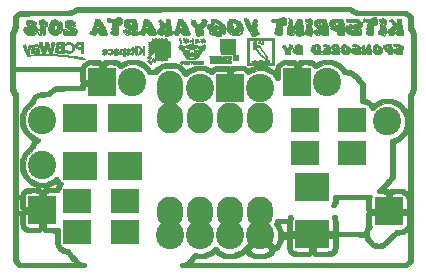
<source format=gbr>
G04 #@! TF.FileFunction,Soldermask,Bot*
%FSLAX46Y46*%
G04 Gerber Fmt 4.6, Leading zero omitted, Abs format (unit mm)*
G04 Created by KiCad (PCBNEW 4.0.7-e0-6372~58~ubuntu16.04.1) date Tue Jul 31 17:24:41 2018*
%MOMM*%
%LPD*%
G01*
G04 APERTURE LIST*
%ADD10C,0.100000*%
%ADD11C,0.010000*%
%ADD12R,2.400000X2.400000*%
%ADD13C,2.400000*%
%ADD14O,2.200000X2.900000*%
%ADD15O,2.200000X2.600000*%
%ADD16R,2.400000X2.100000*%
%ADD17R,2.900000X2.400000*%
G04 APERTURE END LIST*
D10*
D11*
G36*
X98631314Y-47631973D02*
X98771592Y-47742199D01*
X98911630Y-47825627D01*
X99005562Y-47865127D01*
X99026001Y-47870996D01*
X99051968Y-47876179D01*
X99086044Y-47880716D01*
X99130813Y-47884650D01*
X99188860Y-47888023D01*
X99262767Y-47890877D01*
X99355117Y-47893255D01*
X99468496Y-47895198D01*
X99605485Y-47896748D01*
X99768669Y-47897948D01*
X99960631Y-47898839D01*
X100183955Y-47899465D01*
X100441223Y-47899866D01*
X100735020Y-47900085D01*
X101067929Y-47900163D01*
X101156416Y-47900166D01*
X101496747Y-47900193D01*
X101797288Y-47900306D01*
X102060583Y-47900552D01*
X102289173Y-47900979D01*
X102485602Y-47901634D01*
X102652413Y-47902565D01*
X102792149Y-47903818D01*
X102907353Y-47905442D01*
X103000569Y-47907483D01*
X103074339Y-47909990D01*
X103131206Y-47913010D01*
X103173714Y-47916589D01*
X103204406Y-47920776D01*
X103225824Y-47925618D01*
X103240512Y-47931162D01*
X103251013Y-47937456D01*
X103253437Y-47939272D01*
X103309935Y-47973224D01*
X103357673Y-47991474D01*
X103393440Y-48011433D01*
X103449881Y-48055716D01*
X103518941Y-48117554D01*
X103585215Y-48182616D01*
X103759000Y-48360660D01*
X103759000Y-48820283D01*
X103759240Y-48972236D01*
X103760285Y-49087744D01*
X103762619Y-49172695D01*
X103766729Y-49232977D01*
X103773100Y-49274478D01*
X103782217Y-49303085D01*
X103794565Y-49324686D01*
X103801333Y-49333724D01*
X103831137Y-49380608D01*
X103843665Y-49418183D01*
X103843666Y-49418390D01*
X103856009Y-49455800D01*
X103885717Y-49502697D01*
X103886000Y-49503057D01*
X103915804Y-49549941D01*
X103928332Y-49587517D01*
X103928333Y-49587724D01*
X103940675Y-49625133D01*
X103970384Y-49672031D01*
X103970666Y-49672390D01*
X103977085Y-49681208D01*
X103982820Y-49691975D01*
X103987910Y-49706998D01*
X103992392Y-49728585D01*
X103996306Y-49759041D01*
X103999691Y-49800675D01*
X104002584Y-49855791D01*
X104005024Y-49926698D01*
X104007050Y-50015701D01*
X104008701Y-50125108D01*
X104010014Y-50257225D01*
X104011028Y-50414359D01*
X104011782Y-50598817D01*
X104012315Y-50812904D01*
X104012664Y-51058930D01*
X104012868Y-51339198D01*
X104012967Y-51656018D01*
X104012997Y-52011694D01*
X104013000Y-52207583D01*
X104012988Y-52583839D01*
X104012929Y-52920069D01*
X104012783Y-53218579D01*
X104012512Y-53481675D01*
X104012077Y-53711665D01*
X104011440Y-53910856D01*
X104010563Y-54081553D01*
X104009406Y-54226064D01*
X104007932Y-54346696D01*
X104006101Y-54445754D01*
X104003875Y-54525547D01*
X104001217Y-54588380D01*
X103998086Y-54636560D01*
X103994445Y-54672394D01*
X103990255Y-54698189D01*
X103985478Y-54716252D01*
X103980075Y-54728888D01*
X103974008Y-54738406D01*
X103970666Y-54742775D01*
X103940862Y-54789660D01*
X103928334Y-54827235D01*
X103928333Y-54827442D01*
X103915990Y-54864852D01*
X103886282Y-54911749D01*
X103886000Y-54912109D01*
X103856195Y-54958993D01*
X103843667Y-54996568D01*
X103843666Y-54996775D01*
X103831324Y-55034185D01*
X103801615Y-55081082D01*
X103801333Y-55081442D01*
X103797433Y-55086721D01*
X103793781Y-55093222D01*
X103790368Y-55102298D01*
X103787185Y-55115302D01*
X103784226Y-55133584D01*
X103781481Y-55158499D01*
X103778943Y-55191397D01*
X103776603Y-55233631D01*
X103774454Y-55286553D01*
X103772488Y-55351515D01*
X103770696Y-55429870D01*
X103769070Y-55522970D01*
X103767602Y-55632167D01*
X103766284Y-55758813D01*
X103765108Y-55904260D01*
X103764066Y-56069861D01*
X103763150Y-56256968D01*
X103762351Y-56466932D01*
X103761662Y-56701107D01*
X103761075Y-56960844D01*
X103760581Y-57247495D01*
X103760172Y-57562414D01*
X103759841Y-57906951D01*
X103759579Y-58282459D01*
X103759378Y-58690291D01*
X103759229Y-59131798D01*
X103759126Y-59608333D01*
X103759059Y-60121248D01*
X103759022Y-60671896D01*
X103759004Y-61261627D01*
X103759000Y-61891795D01*
X103759000Y-69179369D01*
X103537507Y-69403559D01*
X103316014Y-69627750D01*
X84180795Y-69627750D01*
X84126081Y-69573035D01*
X84079679Y-69498277D01*
X84070380Y-69407029D01*
X84083009Y-69346957D01*
X84119362Y-69295958D01*
X84185214Y-69257308D01*
X84268141Y-69237480D01*
X84295727Y-69236166D01*
X85065070Y-69236166D01*
X103133252Y-69236166D01*
X103245042Y-69125764D01*
X103356833Y-69015362D01*
X103356833Y-66549696D01*
X103217554Y-66655116D01*
X103114177Y-66730996D01*
X103031604Y-66783507D01*
X102958530Y-66816870D01*
X102883653Y-66835303D01*
X102795667Y-66843027D01*
X102710701Y-66844333D01*
X102617017Y-66846724D01*
X102535225Y-66853134D01*
X102477451Y-66862420D01*
X102461150Y-66867888D01*
X102435576Y-66888004D01*
X102383917Y-66934453D01*
X102309987Y-67003602D01*
X102217599Y-67091815D01*
X102110568Y-67195458D01*
X101992708Y-67310896D01*
X101896333Y-67406172D01*
X101758581Y-67541732D01*
X101634490Y-67661537D01*
X101526988Y-67762887D01*
X101439002Y-67843082D01*
X101373460Y-67899423D01*
X101333291Y-67929210D01*
X101324833Y-67933120D01*
X101281537Y-67942528D01*
X101208835Y-67957731D01*
X101118829Y-67976212D01*
X101065818Y-67986967D01*
X100859720Y-68028593D01*
X100600152Y-67975804D01*
X100340583Y-67923014D01*
X100039537Y-67622650D01*
X99936968Y-67519926D01*
X99860345Y-67441500D01*
X99805464Y-67381956D01*
X99768117Y-67335877D01*
X99744100Y-67297847D01*
X99729208Y-67262448D01*
X99719234Y-67224264D01*
X99715287Y-67205018D01*
X99700498Y-67133074D01*
X99687413Y-67074142D01*
X99681532Y-67050708D01*
X99677119Y-67042583D01*
X99666659Y-67035737D01*
X99646800Y-67030061D01*
X99614189Y-67025445D01*
X99565473Y-67021782D01*
X99497300Y-67018963D01*
X99406318Y-67016878D01*
X99289173Y-67015419D01*
X99142514Y-67014478D01*
X98962988Y-67013944D01*
X98747242Y-67013711D01*
X98539990Y-67013666D01*
X97409000Y-67013666D01*
X97409000Y-67482004D01*
X97408491Y-67644015D01*
X97406606Y-67771581D01*
X97402806Y-67872583D01*
X97396550Y-67954903D01*
X97387301Y-68026420D01*
X97374517Y-68095016D01*
X97363763Y-68143027D01*
X97340631Y-68236255D01*
X97318779Y-68301897D01*
X97290887Y-68353816D01*
X97249636Y-68405875D01*
X97193079Y-68466350D01*
X97136989Y-68523747D01*
X97092423Y-68563314D01*
X97048220Y-68590976D01*
X96993223Y-68612658D01*
X96916270Y-68634285D01*
X96841441Y-68653040D01*
X96773342Y-68669589D01*
X96714244Y-68682445D01*
X96657634Y-68692006D01*
X96597000Y-68698671D01*
X96525828Y-68702838D01*
X96437604Y-68704907D01*
X96325815Y-68705274D01*
X96183948Y-68704339D01*
X96028860Y-68702753D01*
X95442471Y-68696416D01*
X95356818Y-68612745D01*
X95271166Y-68529075D01*
X95185513Y-68612745D01*
X95099860Y-68696416D01*
X94513318Y-68702626D01*
X94338924Y-68704320D01*
X94200341Y-68705033D01*
X94091053Y-68704381D01*
X94004543Y-68701983D01*
X93934293Y-68697455D01*
X93873786Y-68690417D01*
X93816505Y-68680486D01*
X93755933Y-68667279D01*
X93705508Y-68655258D01*
X93606675Y-68630643D01*
X93537332Y-68609626D01*
X93485762Y-68586102D01*
X93440249Y-68553967D01*
X93389076Y-68507118D01*
X93353035Y-68471641D01*
X93294321Y-68412257D01*
X93254063Y-68365081D01*
X93225981Y-68318331D01*
X93203790Y-68260225D01*
X93181207Y-68178981D01*
X93166998Y-68122779D01*
X93144217Y-68025571D01*
X93128635Y-67939536D01*
X93118966Y-67852075D01*
X93113924Y-67750587D01*
X93112221Y-67622470D01*
X93112166Y-67585810D01*
X93112166Y-67428332D01*
X93512618Y-67428332D01*
X93513341Y-67550016D01*
X93516895Y-67673918D01*
X93523197Y-67792039D01*
X93532161Y-67896381D01*
X93543703Y-67978945D01*
X93549039Y-68004149D01*
X93580594Y-68108824D01*
X93620121Y-68180265D01*
X93676115Y-68227566D01*
X93757072Y-68259823D01*
X93797717Y-68270401D01*
X93859684Y-68280312D01*
X93950863Y-68288626D01*
X94064333Y-68295289D01*
X94193170Y-68300249D01*
X94330452Y-68303449D01*
X94469257Y-68304837D01*
X94602662Y-68304357D01*
X94723747Y-68301955D01*
X94825587Y-68297577D01*
X94901261Y-68291169D01*
X94943846Y-68282677D01*
X94949433Y-68279433D01*
X94957689Y-68257827D01*
X94964163Y-68209348D01*
X94968986Y-68130934D01*
X94972286Y-68019524D01*
X94974191Y-67872054D01*
X94974832Y-67685465D01*
X94974833Y-67676183D01*
X94974833Y-67675905D01*
X95546333Y-67675905D01*
X95546919Y-67864355D01*
X95548764Y-68013548D01*
X95551997Y-68126546D01*
X95556746Y-68206409D01*
X95563140Y-68256201D01*
X95571308Y-68278981D01*
X95571733Y-68279433D01*
X95602676Y-68289283D01*
X95668924Y-68296930D01*
X95763507Y-68302422D01*
X95879455Y-68305807D01*
X96009800Y-68307135D01*
X96147572Y-68306453D01*
X96285801Y-68303812D01*
X96417519Y-68299258D01*
X96535757Y-68292841D01*
X96633545Y-68284609D01*
X96703913Y-68274612D01*
X96718028Y-68271433D01*
X96800125Y-68246138D01*
X96865538Y-68213894D01*
X96915987Y-68170041D01*
X96953193Y-68109919D01*
X96978876Y-68028869D01*
X96994757Y-67922231D01*
X97002555Y-67785346D01*
X97003992Y-67613554D01*
X97002661Y-67500500D01*
X96996250Y-67108916D01*
X96271291Y-67103347D01*
X95546333Y-67097777D01*
X95546333Y-67675905D01*
X94974833Y-67675905D01*
X94974833Y-67098333D01*
X94269983Y-67098333D01*
X94062049Y-67098779D01*
X93893500Y-67100186D01*
X93761395Y-67102656D01*
X93662795Y-67106290D01*
X93594760Y-67111192D01*
X93554350Y-67117464D01*
X93539733Y-67123733D01*
X93528284Y-67156566D01*
X93520005Y-67223609D01*
X93514811Y-67316864D01*
X93512618Y-67428332D01*
X93112166Y-67428332D01*
X93112166Y-67267666D01*
X92932250Y-67267666D01*
X92845108Y-67268197D01*
X92791923Y-67271375D01*
X92764317Y-67279577D01*
X92753913Y-67295179D01*
X92752333Y-67318717D01*
X92743977Y-67355499D01*
X92721220Y-67422435D01*
X92687526Y-67511299D01*
X92646360Y-67613866D01*
X92601186Y-67721911D01*
X92555469Y-67827209D01*
X92512673Y-67921534D01*
X92476264Y-67996662D01*
X92449704Y-68044367D01*
X92442683Y-68053853D01*
X92403647Y-68079788D01*
X92341763Y-68104733D01*
X92311821Y-68113274D01*
X92207878Y-68138598D01*
X92137039Y-68157793D01*
X92091806Y-68176705D01*
X92064676Y-68201176D01*
X92048150Y-68237050D01*
X92034728Y-68290172D01*
X92023907Y-68337606D01*
X91998422Y-68426545D01*
X91968740Y-68501275D01*
X91940604Y-68547665D01*
X91900478Y-68575726D01*
X91822641Y-68614595D01*
X91709952Y-68662987D01*
X91565273Y-68719620D01*
X91519091Y-68736900D01*
X91143099Y-68876333D01*
X90418340Y-68876333D01*
X90087795Y-68736758D01*
X89947259Y-68676246D01*
X89841210Y-68627114D01*
X89764480Y-68585919D01*
X89711903Y-68549219D01*
X89678311Y-68513570D01*
X89658537Y-68475529D01*
X89650025Y-68445050D01*
X89636941Y-68393243D01*
X89625266Y-68361032D01*
X89625192Y-68360907D01*
X89606507Y-68366405D01*
X89565709Y-68396484D01*
X89510220Y-68445394D01*
X89484806Y-68469691D01*
X89437714Y-68514706D01*
X89395740Y-68550519D01*
X89351651Y-68580946D01*
X89298214Y-68609802D01*
X89228193Y-68640903D01*
X89134356Y-68678062D01*
X89009468Y-68725096D01*
X88979091Y-68736409D01*
X88603099Y-68876333D01*
X87879239Y-68876333D01*
X87539913Y-68733458D01*
X87414075Y-68679848D01*
X87320545Y-68637872D01*
X87252302Y-68603497D01*
X87202326Y-68572689D01*
X87163598Y-68541414D01*
X87129098Y-68505640D01*
X87115050Y-68489334D01*
X87029513Y-68388085D01*
X86922298Y-68492253D01*
X86880985Y-68530462D01*
X86839776Y-68562519D01*
X86791629Y-68591983D01*
X86729504Y-68622410D01*
X86646361Y-68657358D01*
X86535158Y-68700383D01*
X86439091Y-68736377D01*
X86063099Y-68876333D01*
X85373240Y-68876333D01*
X85268662Y-68997440D01*
X85209580Y-69066060D01*
X85154475Y-69130400D01*
X85115103Y-69176732D01*
X85114576Y-69177357D01*
X85065070Y-69236166D01*
X84295727Y-69236166D01*
X84357817Y-69225646D01*
X84440659Y-69197380D01*
X84513736Y-69164333D01*
X84566020Y-69136153D01*
X84613530Y-69105190D01*
X84661871Y-69066220D01*
X84716645Y-69014016D01*
X84783458Y-68943351D01*
X84867914Y-68849000D01*
X84939316Y-68767458D01*
X85027841Y-68667098D01*
X85109579Y-68576731D01*
X85179567Y-68501665D01*
X85232840Y-68447207D01*
X85264434Y-68418663D01*
X85267399Y-68416708D01*
X85349966Y-68391897D01*
X85433311Y-68406165D01*
X85476775Y-68431833D01*
X85506382Y-68450870D01*
X85543340Y-68463272D01*
X85596828Y-68470385D01*
X85676029Y-68473558D01*
X85765019Y-68474166D01*
X85857818Y-68473636D01*
X85930062Y-68470536D01*
X85992772Y-68462599D01*
X86056969Y-68447559D01*
X86133671Y-68423149D01*
X86233900Y-68387103D01*
X86290847Y-68366024D01*
X86405032Y-68323183D01*
X86489067Y-68289183D01*
X86552561Y-68258333D01*
X86605125Y-68224943D01*
X86656369Y-68183323D01*
X86715902Y-68127780D01*
X86751583Y-68093203D01*
X86842653Y-68006616D01*
X86911747Y-67946685D01*
X86965535Y-67908900D01*
X87010691Y-67888753D01*
X87053888Y-67881732D01*
X87064837Y-67881500D01*
X87116400Y-67892467D01*
X87172162Y-67928100D01*
X87236874Y-67992490D01*
X87315288Y-68089730D01*
X87331137Y-68110921D01*
X87375696Y-68169966D01*
X87413058Y-68213345D01*
X87451987Y-68247133D01*
X87501249Y-68277405D01*
X87569607Y-68310235D01*
X87665826Y-68351698D01*
X87698336Y-68365421D01*
X87958083Y-68474976D01*
X88248763Y-68474571D01*
X88539444Y-68474166D01*
X88830847Y-68366058D01*
X89122250Y-68257949D01*
X89198331Y-68183461D01*
X89997898Y-68183461D01*
X90001788Y-68202853D01*
X90002988Y-68207110D01*
X90020465Y-68254375D01*
X90036987Y-68278828D01*
X90037744Y-68279183D01*
X90062538Y-68289724D01*
X90117430Y-68313552D01*
X90193771Y-68346901D01*
X90265250Y-68378244D01*
X90476916Y-68471205D01*
X90777545Y-68472686D01*
X91078174Y-68474166D01*
X91338462Y-68377882D01*
X91461028Y-68330719D01*
X91548131Y-68291900D01*
X91604922Y-68257827D01*
X91636552Y-68224904D01*
X91648172Y-68189534D01*
X91647272Y-68162244D01*
X91631585Y-68134141D01*
X91590440Y-68079561D01*
X91527449Y-68002802D01*
X91446223Y-67908162D01*
X91350373Y-67799940D01*
X91250703Y-67690249D01*
X90860322Y-67265631D01*
X90422197Y-67703384D01*
X90296311Y-67829317D01*
X90197361Y-67929058D01*
X90122287Y-68006285D01*
X90068026Y-68064677D01*
X90031518Y-68107912D01*
X90009702Y-68139669D01*
X89999515Y-68163626D01*
X89997898Y-68183461D01*
X89198331Y-68183461D01*
X89344500Y-68040354D01*
X89420293Y-67967186D01*
X89520673Y-67871834D01*
X89638912Y-67760603D01*
X89768282Y-67639799D01*
X89902056Y-67515726D01*
X90031754Y-67396294D01*
X90165145Y-67273659D01*
X90270442Y-67175850D01*
X90350960Y-67099316D01*
X90410018Y-67040504D01*
X90450932Y-66995860D01*
X90477019Y-66961832D01*
X90491596Y-66934868D01*
X90497980Y-66911415D01*
X90499340Y-66895478D01*
X90522374Y-66802199D01*
X90579263Y-66720354D01*
X90661758Y-66656978D01*
X90761610Y-66619107D01*
X90832320Y-66611500D01*
X90891480Y-66613948D01*
X90935217Y-66625935D01*
X90977645Y-66654417D01*
X91032881Y-66706354D01*
X91040857Y-66714309D01*
X91098928Y-66776736D01*
X91130602Y-66824766D01*
X91142742Y-66870196D01*
X91143666Y-66891029D01*
X91145410Y-66914413D01*
X91152917Y-66938342D01*
X91169596Y-66966523D01*
X91198859Y-67002665D01*
X91244116Y-67050475D01*
X91308779Y-67113662D01*
X91396258Y-67195934D01*
X91509963Y-67300998D01*
X91579651Y-67365011D01*
X91722767Y-67496189D01*
X91838346Y-67599900D01*
X91930371Y-67676941D01*
X92002819Y-67728109D01*
X92059671Y-67754203D01*
X92104906Y-67756018D01*
X92142506Y-67734354D01*
X92176448Y-67690006D01*
X92210714Y-67623773D01*
X92249283Y-67536452D01*
X92264066Y-67502141D01*
X92350166Y-67302699D01*
X92350166Y-66804553D01*
X100052394Y-66804553D01*
X100056539Y-66868929D01*
X100071068Y-66950169D01*
X100077021Y-66978535D01*
X100112349Y-67144486D01*
X100317948Y-67350859D01*
X100523546Y-67557232D01*
X100686065Y-67589533D01*
X100767567Y-67604192D01*
X100835284Y-67613575D01*
X100876590Y-67615993D01*
X100880333Y-67615542D01*
X100917330Y-67608310D01*
X100980566Y-67596041D01*
X101039083Y-67584726D01*
X101166083Y-67560204D01*
X101674083Y-67055394D01*
X101827108Y-66903765D01*
X101954474Y-66779458D01*
X102060351Y-66679759D01*
X102148914Y-66601954D01*
X102224332Y-66543329D01*
X102290779Y-66501170D01*
X102352425Y-66472762D01*
X102413444Y-66455392D01*
X102478008Y-66446345D01*
X102550287Y-66442908D01*
X102616378Y-66442373D01*
X102713880Y-66441151D01*
X102780957Y-66436173D01*
X102829492Y-66425111D01*
X102871369Y-66405635D01*
X102902128Y-66386383D01*
X103036615Y-66281701D01*
X103156820Y-66158654D01*
X103211069Y-66088448D01*
X103273067Y-65999313D01*
X103261583Y-65161583D01*
X101761090Y-65156148D01*
X101446981Y-65155221D01*
X101173420Y-65154881D01*
X100938627Y-65155149D01*
X100740821Y-65156047D01*
X100578220Y-65157597D01*
X100449045Y-65159819D01*
X100351514Y-65162735D01*
X100283845Y-65166368D01*
X100244260Y-65170738D01*
X100231799Y-65174615D01*
X100221199Y-65192789D01*
X100213377Y-65230545D01*
X100207997Y-65292869D01*
X100204718Y-65384745D01*
X100203203Y-65511159D01*
X100203000Y-65598934D01*
X100203403Y-65741700D01*
X100205018Y-65849038D01*
X100208448Y-65927847D01*
X100214297Y-65985029D01*
X100223170Y-66027484D01*
X100235671Y-66062112D01*
X100245333Y-66082333D01*
X100281384Y-66173471D01*
X100284221Y-66250400D01*
X100252080Y-66324592D01*
X100197708Y-66392169D01*
X100147990Y-66450917D01*
X100115294Y-66506521D01*
X100091964Y-66575094D01*
X100074721Y-66650988D01*
X100058498Y-66738189D01*
X100052394Y-66804553D01*
X92350166Y-66804553D01*
X92350166Y-66655331D01*
X92261909Y-66416457D01*
X92216772Y-66300414D01*
X92178573Y-66217586D01*
X92143272Y-66160302D01*
X92106826Y-66120894D01*
X92105565Y-66119816D01*
X92043713Y-66051110D01*
X92021750Y-65979294D01*
X92034728Y-65913000D01*
X92498951Y-65913000D01*
X92538123Y-66013541D01*
X92561180Y-66073650D01*
X92594353Y-66161317D01*
X92633064Y-66264402D01*
X92669774Y-66362791D01*
X92762252Y-66611500D01*
X93122750Y-66611556D01*
X93116470Y-66262278D01*
X93110191Y-65913000D01*
X92498951Y-65913000D01*
X92034728Y-65913000D01*
X92038013Y-65896226D01*
X92052923Y-65861963D01*
X92079008Y-65801456D01*
X92094403Y-65752949D01*
X92096166Y-65740142D01*
X92102881Y-65698179D01*
X92119090Y-65641899D01*
X92119628Y-65640348D01*
X92136294Y-65600967D01*
X92158927Y-65570435D01*
X92192675Y-65547642D01*
X92242690Y-65531475D01*
X92314122Y-65520823D01*
X92412119Y-65514573D01*
X92541834Y-65511615D01*
X92708415Y-65510835D01*
X92719532Y-65510833D01*
X92875111Y-65510344D01*
X92992858Y-65508693D01*
X93077267Y-65505606D01*
X93132829Y-65500808D01*
X93164037Y-65494023D01*
X93175385Y-65484977D01*
X93175666Y-65482925D01*
X93181395Y-65447865D01*
X93196074Y-65388317D01*
X93208194Y-65345482D01*
X93237446Y-65269107D01*
X93274062Y-65222551D01*
X93302393Y-65204057D01*
X93390500Y-65174650D01*
X93467876Y-65185209D01*
X93537128Y-65234038D01*
X93573828Y-65279398D01*
X93593463Y-65330424D01*
X93596497Y-65395695D01*
X93583393Y-65483791D01*
X93556666Y-65595500D01*
X93539948Y-65668307D01*
X93528149Y-65744684D01*
X93520517Y-65833934D01*
X93516300Y-65945359D01*
X93514747Y-66088263D01*
X93514696Y-66115141D01*
X93515745Y-66266313D01*
X93519357Y-66377975D01*
X93525710Y-66452881D01*
X93534984Y-66493788D01*
X93539733Y-66501433D01*
X93559592Y-66508910D01*
X93604654Y-66514933D01*
X93677859Y-66519605D01*
X93782146Y-66523027D01*
X93920456Y-66525302D01*
X94095728Y-66526532D01*
X94269983Y-66526833D01*
X94974833Y-66526833D01*
X94974833Y-66155736D01*
X94976097Y-65987119D01*
X94981584Y-65856093D01*
X94993839Y-65757950D01*
X95015404Y-65687982D01*
X95048822Y-65641480D01*
X95096638Y-65613736D01*
X95161396Y-65600042D01*
X95245637Y-65595689D01*
X95277472Y-65595500D01*
X95361204Y-65597023D01*
X95415346Y-65603809D01*
X95452594Y-65619184D01*
X95485647Y-65646474D01*
X95490530Y-65651303D01*
X95546333Y-65707106D01*
X95546333Y-66526833D01*
X96251183Y-66526833D01*
X96459117Y-66526387D01*
X96627666Y-66524980D01*
X96759771Y-66522510D01*
X96858370Y-66518875D01*
X96926406Y-66513973D01*
X96966816Y-66507701D01*
X96981433Y-66501433D01*
X96991576Y-66474914D01*
X96998999Y-66416572D01*
X97003878Y-66323538D01*
X97006388Y-66192947D01*
X97006833Y-66086918D01*
X97005990Y-65934983D01*
X97003016Y-65816541D01*
X96997239Y-65722776D01*
X96987991Y-65644871D01*
X96974599Y-65574011D01*
X96964705Y-65532804D01*
X96940938Y-65412881D01*
X96940362Y-65323327D01*
X96964104Y-65258384D01*
X97013294Y-65212291D01*
X97029243Y-65203273D01*
X97116626Y-65173224D01*
X97191630Y-65180879D01*
X97255418Y-65227176D01*
X97309150Y-65313056D01*
X97353988Y-65439456D01*
X97362831Y-65473025D01*
X97378285Y-65539236D01*
X97389904Y-65602717D01*
X97398218Y-65671047D01*
X97403756Y-65751805D01*
X97407045Y-65852569D01*
X97408617Y-65980916D01*
X97409000Y-66134484D01*
X97409000Y-66611500D01*
X98539990Y-66611500D01*
X98788083Y-66611431D01*
X98997195Y-66611152D01*
X99170680Y-66610555D01*
X99311888Y-66609530D01*
X99424174Y-66607968D01*
X99510888Y-66605762D01*
X99575385Y-66602801D01*
X99621016Y-66598978D01*
X99651134Y-66594184D01*
X99669092Y-66588309D01*
X99678241Y-66581245D01*
X99681532Y-66574458D01*
X99691324Y-66533951D01*
X99705463Y-66468509D01*
X99716253Y-66415496D01*
X99740729Y-66330010D01*
X99774912Y-66256760D01*
X99792019Y-66232257D01*
X99825304Y-66184929D01*
X99831166Y-66145787D01*
X99822224Y-66114674D01*
X99814971Y-66073736D01*
X99809235Y-65998273D01*
X99805008Y-65896067D01*
X99802281Y-65774898D01*
X99801046Y-65642550D01*
X99801294Y-65506802D01*
X99803017Y-65375435D01*
X99806205Y-65256232D01*
X99810851Y-65156974D01*
X99816944Y-65085441D01*
X99823409Y-65051836D01*
X99855887Y-64990400D01*
X99890733Y-64944482D01*
X99935480Y-64896714D01*
X99811416Y-64767316D01*
X99804936Y-64324158D01*
X99798457Y-63881000D01*
X97409000Y-63881000D01*
X97409000Y-64022648D01*
X97407616Y-64091541D01*
X97400422Y-64144143D01*
X97382856Y-64193318D01*
X97350352Y-64251928D01*
X97299666Y-64330831D01*
X97242487Y-64411226D01*
X97186808Y-64477966D01*
X97141030Y-64521300D01*
X97128788Y-64529192D01*
X97045910Y-64550360D01*
X96964176Y-64531318D01*
X96899424Y-64482573D01*
X96858036Y-64415175D01*
X96852869Y-64337040D01*
X96884253Y-64244609D01*
X96928516Y-64168938D01*
X96966196Y-64109949D01*
X96989324Y-64062739D01*
X97001443Y-64013481D01*
X97006098Y-63948345D01*
X97006833Y-63863317D01*
X97009482Y-63769344D01*
X97016533Y-63683735D01*
X97026639Y-63621126D01*
X97030294Y-63608348D01*
X97038536Y-63584173D01*
X97047159Y-63563208D01*
X97059053Y-63545223D01*
X97077106Y-63529991D01*
X97104207Y-63517284D01*
X97143244Y-63506872D01*
X97197106Y-63498529D01*
X97268682Y-63492024D01*
X97360860Y-63487132D01*
X97476529Y-63483621D01*
X97618577Y-63481266D01*
X97789893Y-63479837D01*
X97993366Y-63479105D01*
X98231884Y-63478844D01*
X98508336Y-63478824D01*
X98668993Y-63478833D01*
X100163923Y-63478833D01*
X100225794Y-63540705D01*
X100275557Y-63616417D01*
X100287122Y-63699857D01*
X100259768Y-63781341D01*
X100245333Y-63802109D01*
X100230089Y-63824645D01*
X100218996Y-63852100D01*
X100211404Y-63891118D01*
X100206661Y-63948346D01*
X100204118Y-64030430D01*
X100203123Y-64144015D01*
X100203000Y-64234646D01*
X100204117Y-64389257D01*
X100207588Y-64504400D01*
X100213588Y-64582886D01*
X100222294Y-64627524D01*
X100228400Y-64638766D01*
X100249338Y-64646732D01*
X100296504Y-64653043D01*
X100372924Y-64657818D01*
X100481626Y-64661175D01*
X100625636Y-64663234D01*
X100807980Y-64664114D01*
X100874293Y-64664166D01*
X101494787Y-64664166D01*
X101489361Y-64043983D01*
X101981000Y-64043983D01*
X101981000Y-64664166D01*
X102601183Y-64664166D01*
X102796266Y-64663635D01*
X102952056Y-64661961D01*
X103071578Y-64659026D01*
X103157861Y-64654711D01*
X103213930Y-64648896D01*
X103242813Y-64641463D01*
X103246766Y-64638766D01*
X103256677Y-64612911D01*
X103263995Y-64555914D01*
X103268893Y-64464835D01*
X103271546Y-64336734D01*
X103272166Y-64207178D01*
X103272166Y-63800990D01*
X103178165Y-63673298D01*
X103099484Y-63581981D01*
X103006039Y-63496056D01*
X102957076Y-63459303D01*
X102829989Y-63373000D01*
X102430894Y-63373000D01*
X102272665Y-63374025D01*
X102153810Y-63377219D01*
X102071416Y-63382754D01*
X102022572Y-63390806D01*
X102006400Y-63398399D01*
X101998431Y-63419342D01*
X101992120Y-63466517D01*
X101987345Y-63542951D01*
X101983988Y-63651671D01*
X101981929Y-63795705D01*
X101981051Y-63978078D01*
X101981000Y-64043983D01*
X101489361Y-64043983D01*
X101489185Y-64023875D01*
X101483583Y-63383583D01*
X101173530Y-63373000D01*
X101037493Y-63367050D01*
X100937139Y-63358328D01*
X100865817Y-63344542D01*
X100816881Y-63323400D01*
X100783682Y-63292611D01*
X100759570Y-63249880D01*
X100750268Y-63227076D01*
X100740972Y-63192477D01*
X100741784Y-63156609D01*
X100755412Y-63115825D01*
X100784561Y-63066480D01*
X100831938Y-63004926D01*
X100862023Y-62970833D01*
X101420694Y-62970833D01*
X101509610Y-62970833D01*
X101583548Y-62980158D01*
X101646403Y-63014203D01*
X101670794Y-63034285D01*
X101716792Y-63071790D01*
X101744304Y-63082905D01*
X101764828Y-63071130D01*
X101770531Y-63064639D01*
X101796639Y-63036692D01*
X101826601Y-63014884D01*
X101865721Y-62998463D01*
X101919303Y-62986678D01*
X101992652Y-62978777D01*
X102091071Y-62974008D01*
X102219866Y-62971618D01*
X102384339Y-62970857D01*
X102432316Y-62970833D01*
X102949235Y-62970833D01*
X103105409Y-63073433D01*
X103181617Y-63125641D01*
X103248016Y-63174965D01*
X103293431Y-63212977D01*
X103301905Y-63221600D01*
X103333152Y-63254376D01*
X103349530Y-63267166D01*
X103350446Y-63246426D01*
X103351316Y-63185910D01*
X103352135Y-63088176D01*
X103352895Y-62955782D01*
X103353591Y-62791286D01*
X103354216Y-62597246D01*
X103354763Y-62376219D01*
X103355227Y-62130762D01*
X103355600Y-61863435D01*
X103355877Y-61576794D01*
X103356050Y-61273397D01*
X103356113Y-60955803D01*
X103356074Y-60668958D01*
X103355315Y-58070750D01*
X103291616Y-58218916D01*
X103265265Y-58275704D01*
X103235494Y-58327764D01*
X103197195Y-58381454D01*
X103145261Y-58443136D01*
X103074585Y-58519168D01*
X102980061Y-58615912D01*
X102942358Y-58653875D01*
X102656800Y-58940666D01*
X102445900Y-59009795D01*
X102235000Y-59078923D01*
X102235000Y-62054210D01*
X102094739Y-62242647D01*
X102030411Y-62323669D01*
X101944593Y-62424062D01*
X101846223Y-62533765D01*
X101744239Y-62642715D01*
X101687586Y-62700958D01*
X101420694Y-62970833D01*
X100862023Y-62970833D01*
X100900248Y-62927518D01*
X100992197Y-62830608D01*
X101110492Y-62710551D01*
X101199707Y-62621443D01*
X101316373Y-62504207D01*
X101428572Y-62389316D01*
X101531131Y-62282229D01*
X101618877Y-62188407D01*
X101686638Y-62113311D01*
X101728933Y-62062801D01*
X101832833Y-61927353D01*
X101832833Y-60430835D01*
X101833104Y-60102737D01*
X101833928Y-59815839D01*
X101835321Y-59569010D01*
X101837302Y-59361120D01*
X101839887Y-59191038D01*
X101843092Y-59057633D01*
X101846936Y-58959776D01*
X101851434Y-58896336D01*
X101856294Y-58867015D01*
X101875899Y-58826894D01*
X101908057Y-58792796D01*
X101959112Y-58761207D01*
X102035409Y-58728612D01*
X102143295Y-58691498D01*
X102212685Y-58669648D01*
X102414916Y-58607169D01*
X102652461Y-58371633D01*
X102742416Y-58281887D01*
X102808606Y-58212832D01*
X102857439Y-58155463D01*
X102895322Y-58100775D01*
X102928659Y-58039762D01*
X102963859Y-57963419D01*
X102996419Y-57888157D01*
X103102833Y-57640217D01*
X103103152Y-57326316D01*
X103103472Y-57012416D01*
X102996276Y-56726666D01*
X102889081Y-56440916D01*
X102660330Y-56206551D01*
X102572732Y-56117311D01*
X102505463Y-56051846D01*
X102449309Y-56003608D01*
X102395056Y-55966052D01*
X102333489Y-55932629D01*
X102255396Y-55896795D01*
X102176232Y-55862593D01*
X101920883Y-55753000D01*
X101312013Y-55753000D01*
X101059131Y-55860965D01*
X100951038Y-55908179D01*
X100870603Y-55947532D01*
X100806124Y-55986748D01*
X100745900Y-56033553D01*
X100678227Y-56095669D01*
X100625266Y-56147361D01*
X100526644Y-56240978D01*
X100448727Y-56303739D01*
X100385021Y-56337229D01*
X100329029Y-56343027D01*
X100274255Y-56322717D01*
X100214203Y-56277881D01*
X100187770Y-56253922D01*
X100111604Y-56170698D01*
X100063385Y-56085276D01*
X100048842Y-56045061D01*
X100019556Y-55970348D01*
X99981408Y-55919615D01*
X99921245Y-55875036D01*
X99764242Y-55795815D01*
X99610456Y-55757027D01*
X99544506Y-55753000D01*
X99469827Y-55747083D01*
X99414313Y-55724028D01*
X99372542Y-55691258D01*
X99303416Y-55629516D01*
X99297326Y-54895209D01*
X99291235Y-54160902D01*
X99167457Y-53999159D01*
X99079354Y-53892026D01*
X98975397Y-53778263D01*
X98864147Y-53666209D01*
X98754166Y-53564202D01*
X98654016Y-53480581D01*
X98583750Y-53430649D01*
X98436254Y-53360031D01*
X98264431Y-53314717D01*
X98079942Y-53297720D01*
X98069027Y-53297666D01*
X97985174Y-53295496D01*
X97929379Y-53286609D01*
X97887483Y-53267438D01*
X97856680Y-53244177D01*
X97810946Y-53193178D01*
X97781897Y-53138035D01*
X97779937Y-53130706D01*
X97756830Y-53086234D01*
X97703251Y-53018550D01*
X97621848Y-52930809D01*
X97561423Y-52870503D01*
X97475645Y-52787943D01*
X97408288Y-52727821D01*
X97347966Y-52682518D01*
X97283293Y-52644413D01*
X97202883Y-52605883D01*
X97098483Y-52560641D01*
X96840883Y-52451000D01*
X96232013Y-52451000D01*
X95979131Y-52559206D01*
X95878258Y-52604496D01*
X95787199Y-52649262D01*
X95715558Y-52688525D01*
X95672940Y-52717307D01*
X95671345Y-52718751D01*
X95591278Y-52770710D01*
X95508216Y-52783540D01*
X95428955Y-52756717D01*
X95405032Y-52739279D01*
X95355298Y-52687371D01*
X95318491Y-52631747D01*
X95315314Y-52624714D01*
X95273277Y-52569953D01*
X95192005Y-52516719D01*
X95174517Y-52507869D01*
X95130650Y-52487202D01*
X95091029Y-52472263D01*
X95047795Y-52462123D01*
X94993088Y-52455854D01*
X94919052Y-52452529D01*
X94817826Y-52451221D01*
X94692847Y-52451000D01*
X94540556Y-52452184D01*
X94427813Y-52455856D01*
X94351894Y-52462192D01*
X94310077Y-52471369D01*
X94301733Y-52476400D01*
X94294703Y-52495321D01*
X94288955Y-52538576D01*
X94284400Y-52608998D01*
X94280953Y-52709424D01*
X94278525Y-52842687D01*
X94277029Y-53011622D01*
X94276377Y-53219064D01*
X94276333Y-53300719D01*
X94276333Y-54099639D01*
X94225702Y-54158501D01*
X94194865Y-54189428D01*
X94160127Y-54208147D01*
X94109208Y-54218587D01*
X94029829Y-54224679D01*
X94016802Y-54225355D01*
X93934357Y-54228422D01*
X93880818Y-54225229D01*
X93842866Y-54212534D01*
X93807183Y-54187097D01*
X93786975Y-54169432D01*
X93715416Y-54105518D01*
X93704833Y-53283550D01*
X93694250Y-52461583D01*
X93318979Y-52455805D01*
X92943709Y-52450026D01*
X92800396Y-52522454D01*
X92711396Y-52570404D01*
X92641701Y-52617655D01*
X92588983Y-52670054D01*
X92550910Y-52733452D01*
X92525153Y-52813697D01*
X92509383Y-52916639D01*
X92501269Y-53048127D01*
X92498481Y-53214009D01*
X92498333Y-53280789D01*
X92498333Y-53681923D01*
X92436461Y-53743794D01*
X92362580Y-53794395D01*
X92285314Y-53802912D01*
X92206357Y-53769289D01*
X92184013Y-53752177D01*
X92138399Y-53701554D01*
X92109499Y-53647202D01*
X92107529Y-53639881D01*
X92085437Y-53597661D01*
X92034439Y-53532557D01*
X91958107Y-53448835D01*
X91889014Y-53378975D01*
X91803808Y-53296211D01*
X91737195Y-53236032D01*
X91677995Y-53190930D01*
X91615027Y-53153396D01*
X91537110Y-53115923D01*
X91433062Y-53071003D01*
X91425816Y-53067938D01*
X91168217Y-52959000D01*
X90555124Y-52959000D01*
X90306734Y-53053245D01*
X90185533Y-53101638D01*
X90098563Y-53142506D01*
X90039178Y-53179340D01*
X90003047Y-53212840D01*
X89927777Y-53272361D01*
X89869792Y-53290468D01*
X89826199Y-53294315D01*
X89789892Y-53286000D01*
X89749272Y-53259882D01*
X89692735Y-53210319D01*
X89679292Y-53197838D01*
X89605127Y-53132530D01*
X89525532Y-53068281D01*
X89467686Y-53025966D01*
X89368622Y-52959000D01*
X88969211Y-52959000D01*
X88810926Y-52960024D01*
X88692013Y-52963213D01*
X88609560Y-52968742D01*
X88560652Y-52976785D01*
X88544400Y-52984400D01*
X88537370Y-53003321D01*
X88531621Y-53046576D01*
X88527067Y-53116998D01*
X88523619Y-53217424D01*
X88521191Y-53350687D01*
X88519695Y-53519622D01*
X88519044Y-53727064D01*
X88519000Y-53808719D01*
X88519000Y-54607639D01*
X88469669Y-54664989D01*
X88429293Y-54701491D01*
X88377961Y-54721801D01*
X88303326Y-54732042D01*
X88232321Y-54735447D01*
X88185266Y-54727463D01*
X88144241Y-54702926D01*
X88114531Y-54677633D01*
X88042750Y-54613521D01*
X88032166Y-53791552D01*
X88021583Y-52969583D01*
X87612082Y-52963827D01*
X87460859Y-52961980D01*
X87344338Y-52962748D01*
X87254887Y-52968383D01*
X87184878Y-52981135D01*
X87126680Y-53003254D01*
X87072662Y-53036991D01*
X87015195Y-53084597D01*
X86946649Y-53148321D01*
X86928597Y-53165415D01*
X86843352Y-53238103D01*
X86773104Y-53279111D01*
X86732249Y-53290886D01*
X86684546Y-53294953D01*
X86647468Y-53283941D01*
X86606604Y-53251175D01*
X86573268Y-53217238D01*
X86505506Y-53158833D01*
X86413395Y-53103060D01*
X86289154Y-53045044D01*
X86086991Y-52959000D01*
X85481583Y-52958360D01*
X85185250Y-53068020D01*
X85068698Y-53111749D01*
X84982705Y-53146602D01*
X84917937Y-53177882D01*
X84865066Y-53210889D01*
X84814759Y-53250928D01*
X84757686Y-53303300D01*
X84737714Y-53322339D01*
X84660204Y-53393613D01*
X84603152Y-53438123D01*
X84559069Y-53460903D01*
X84522379Y-53467000D01*
X84448081Y-53448672D01*
X84377471Y-53392537D01*
X84308779Y-53296870D01*
X84266582Y-53217369D01*
X84233719Y-53152307D01*
X84202897Y-53102886D01*
X84165946Y-53060645D01*
X84114697Y-53017117D01*
X84040978Y-52963841D01*
X83984069Y-52924702D01*
X83773556Y-52780932D01*
X83526903Y-52742672D01*
X83428154Y-52727966D01*
X83349475Y-52718787D01*
X83279032Y-52715078D01*
X83204991Y-52716787D01*
X83115519Y-52723858D01*
X82998782Y-52736237D01*
X82964550Y-52740087D01*
X82648850Y-52775764D01*
X82431013Y-52919335D01*
X82327368Y-52990164D01*
X82254358Y-53046793D01*
X82205318Y-53095043D01*
X82173583Y-53140736D01*
X82170204Y-53147138D01*
X82140089Y-53201566D01*
X82108972Y-53241033D01*
X82069724Y-53267931D01*
X82015215Y-53284650D01*
X81938316Y-53293581D01*
X81831899Y-53297117D01*
X81721414Y-53297666D01*
X81600108Y-53297351D01*
X81513411Y-53295682D01*
X81453600Y-53291575D01*
X81412951Y-53283942D01*
X81383741Y-53271699D01*
X81358246Y-53253761D01*
X81347852Y-53245164D01*
X81302855Y-53194719D01*
X81274935Y-53140428D01*
X81273334Y-53134039D01*
X81251451Y-53091192D01*
X81200501Y-53025412D01*
X81123930Y-52940877D01*
X81061929Y-52877729D01*
X80978443Y-52796037D01*
X80912445Y-52736347D01*
X80852528Y-52690941D01*
X80787285Y-52652106D01*
X80705307Y-52612125D01*
X80600365Y-52565542D01*
X80338083Y-52451042D01*
X79722013Y-52451000D01*
X79469131Y-52559706D01*
X79366442Y-52606230D01*
X79271819Y-52653392D01*
X79195537Y-52695799D01*
X79147868Y-52728054D01*
X79146721Y-52729039D01*
X79079270Y-52773209D01*
X79016054Y-52789666D01*
X78948533Y-52771669D01*
X78879917Y-52724904D01*
X78824057Y-52660212D01*
X78805314Y-52624714D01*
X78763277Y-52569953D01*
X78682005Y-52516719D01*
X78664517Y-52507869D01*
X78620650Y-52487202D01*
X78581029Y-52472263D01*
X78537795Y-52462123D01*
X78483088Y-52455854D01*
X78409052Y-52452529D01*
X78307826Y-52451221D01*
X78182847Y-52451000D01*
X78030556Y-52452184D01*
X77917813Y-52455856D01*
X77841894Y-52462192D01*
X77800077Y-52471369D01*
X77791733Y-52476399D01*
X77784715Y-52495296D01*
X77778974Y-52538504D01*
X77774423Y-52608853D01*
X77770976Y-52709177D01*
X77768544Y-52842305D01*
X77767041Y-53011071D01*
X77766381Y-53218305D01*
X77766333Y-53303528D01*
X77766333Y-54105256D01*
X77642589Y-54229000D01*
X76840861Y-54229000D01*
X76618974Y-54229376D01*
X76436583Y-54230563D01*
X76290856Y-54232647D01*
X76178961Y-54235717D01*
X76098067Y-54239857D01*
X76045343Y-54245156D01*
X76017956Y-54251701D01*
X76013733Y-54254399D01*
X75999916Y-54288306D01*
X75990698Y-54349481D01*
X75988333Y-54404194D01*
X75985592Y-54479224D01*
X75973737Y-54528491D01*
X75947315Y-54568405D01*
X75926461Y-54590461D01*
X75864589Y-54652333D01*
X74862836Y-54652316D01*
X74590875Y-54652445D01*
X74357351Y-54653375D01*
X74158365Y-54655908D01*
X73990022Y-54660846D01*
X73848425Y-54668991D01*
X73729676Y-54681144D01*
X73629878Y-54698107D01*
X73545134Y-54720681D01*
X73471548Y-54749669D01*
X73405222Y-54785872D01*
X73342260Y-54830092D01*
X73278763Y-54883131D01*
X73210837Y-54945790D01*
X73149139Y-55004871D01*
X72987528Y-55160333D01*
X72707694Y-55160333D01*
X72533186Y-55164286D01*
X72388447Y-55177668D01*
X72261522Y-55202763D01*
X72140453Y-55241856D01*
X72028193Y-55290154D01*
X71953297Y-55327563D01*
X71904432Y-55361479D01*
X71868530Y-55404637D01*
X71832522Y-55469776D01*
X71821818Y-55491301D01*
X71788260Y-55565567D01*
X71764272Y-55630511D01*
X71755000Y-55672185D01*
X71755000Y-55672437D01*
X71738952Y-55707109D01*
X71690829Y-55769345D01*
X71610656Y-55859116D01*
X71498459Y-55976389D01*
X71449001Y-56026578D01*
X71143003Y-56335083D01*
X70908333Y-56890849D01*
X70908333Y-57429604D01*
X71027814Y-57713618D01*
X71147294Y-57997631D01*
X71392939Y-58225230D01*
X71501044Y-58323204D01*
X71590621Y-58398234D01*
X71672296Y-58458067D01*
X71756696Y-58510453D01*
X71854447Y-58563140D01*
X71860833Y-58566411D01*
X71979790Y-58628753D01*
X72065338Y-58678321D01*
X72122720Y-58719598D01*
X72157183Y-58757069D01*
X72173972Y-58795217D01*
X72178333Y-58837831D01*
X72172397Y-58902517D01*
X72150040Y-58955099D01*
X72104435Y-59005346D01*
X72028756Y-59063026D01*
X72013784Y-59073336D01*
X71936195Y-59132947D01*
X71880118Y-59195993D01*
X71830288Y-59280114D01*
X71823791Y-59292883D01*
X71789392Y-59367935D01*
X71764724Y-59434415D01*
X71755006Y-59478210D01*
X71755000Y-59478889D01*
X71743887Y-59508765D01*
X71709213Y-59557656D01*
X71648976Y-59627901D01*
X71561171Y-59721843D01*
X71449001Y-59836578D01*
X71143003Y-60145083D01*
X70908333Y-60700849D01*
X70908711Y-60973299D01*
X70909089Y-61245750D01*
X71030419Y-61523204D01*
X71151750Y-61800658D01*
X71386226Y-62025154D01*
X71478276Y-62112471D01*
X71549868Y-62176799D01*
X71610744Y-62224811D01*
X71670651Y-62263182D01*
X71739330Y-62298585D01*
X71826528Y-62337693D01*
X71869645Y-62356241D01*
X72118588Y-62462833D01*
X72703745Y-62462833D01*
X72949838Y-62357461D01*
X73068871Y-62304155D01*
X73161365Y-62255862D01*
X73240950Y-62204234D01*
X73321257Y-62140923D01*
X73364600Y-62103461D01*
X73469466Y-62018684D01*
X73555536Y-61969599D01*
X73628271Y-61957199D01*
X73693128Y-61982480D01*
X73755568Y-62046436D01*
X73821048Y-62150062D01*
X73842932Y-62190613D01*
X73887423Y-62266555D01*
X73933121Y-62330471D01*
X73971150Y-62370153D01*
X73975815Y-62373366D01*
X74034799Y-62414409D01*
X74078041Y-62449264D01*
X74117082Y-62509699D01*
X74125876Y-62586154D01*
X74104536Y-62665145D01*
X74075859Y-62709917D01*
X74039178Y-62766500D01*
X74003582Y-62840946D01*
X73990592Y-62875583D01*
X73950632Y-62978464D01*
X73902353Y-63078058D01*
X73851262Y-63164919D01*
X73802865Y-63229598D01*
X73765833Y-63261202D01*
X73730955Y-63270802D01*
X73667302Y-63278118D01*
X73571696Y-63283308D01*
X73440961Y-63286528D01*
X73271923Y-63287933D01*
X73221536Y-63288021D01*
X73064622Y-63288302D01*
X72944749Y-63289203D01*
X72856628Y-63291150D01*
X72794967Y-63294567D01*
X72754475Y-63299881D01*
X72729862Y-63307515D01*
X72715835Y-63317897D01*
X72708244Y-63329275D01*
X72703227Y-63360362D01*
X72698853Y-63433490D01*
X72695125Y-63548371D01*
X72692049Y-63704715D01*
X72689627Y-63902236D01*
X72687866Y-64140645D01*
X72686768Y-64419653D01*
X72686339Y-64738973D01*
X72686333Y-64786494D01*
X72686379Y-65066353D01*
X72686571Y-65306933D01*
X72686990Y-65511288D01*
X72687719Y-65682473D01*
X72688838Y-65823542D01*
X72690429Y-65937550D01*
X72692574Y-66027551D01*
X72695353Y-66096600D01*
X72698849Y-66147750D01*
X72703143Y-66184056D01*
X72708316Y-66208572D01*
X72714449Y-66224354D01*
X72721625Y-66234454D01*
X72725041Y-66237802D01*
X72742406Y-66249291D01*
X72769395Y-66258006D01*
X72811440Y-66264314D01*
X72873972Y-66268583D01*
X72962423Y-66271181D01*
X73082223Y-66272475D01*
X73238804Y-66272833D01*
X73242629Y-66272833D01*
X73412821Y-66273422D01*
X73545817Y-66275709D01*
X73646746Y-66280477D01*
X73720734Y-66288508D01*
X73772910Y-66300583D01*
X73808402Y-66317484D01*
X73832336Y-66339993D01*
X73847946Y-66365129D01*
X73855831Y-66402199D01*
X73862686Y-66479336D01*
X73868408Y-66594286D01*
X73872893Y-66744794D01*
X73876038Y-66928604D01*
X73876730Y-66992500D01*
X73878521Y-67165679D01*
X73880531Y-67302257D01*
X73883212Y-67407967D01*
X73887020Y-67488540D01*
X73892408Y-67549707D01*
X73899831Y-67597202D01*
X73909742Y-67636756D01*
X73922596Y-67674100D01*
X73932781Y-67699996D01*
X73968431Y-67775389D01*
X74008553Y-67841103D01*
X74036312Y-67874526D01*
X74135163Y-67944783D01*
X74260198Y-68001986D01*
X74395798Y-68039738D01*
X74463368Y-68049385D01*
X74542384Y-68060514D01*
X74608081Y-68076693D01*
X74644477Y-68093355D01*
X74672826Y-68122990D01*
X74718842Y-68177603D01*
X74775030Y-68248126D01*
X74810166Y-68293852D01*
X74866098Y-68364984D01*
X74943036Y-68459075D01*
X75033782Y-68567513D01*
X75131134Y-68681691D01*
X75221480Y-68785696D01*
X75324330Y-68901669D01*
X75405674Y-68990001D01*
X75470878Y-69055762D01*
X75525308Y-69104020D01*
X75574332Y-69139845D01*
X75623317Y-69168305D01*
X75630471Y-69171988D01*
X75755623Y-69222092D01*
X75849759Y-69236166D01*
X75943966Y-69252644D01*
X76015755Y-69296837D01*
X76061052Y-69360889D01*
X76075784Y-69436939D01*
X76055880Y-69517131D01*
X76021918Y-69568361D01*
X75970836Y-69627750D01*
X73201459Y-69631822D01*
X72861868Y-69632189D01*
X72533596Y-69632282D01*
X72219170Y-69632116D01*
X71921119Y-69631701D01*
X71641970Y-69631051D01*
X71384253Y-69630177D01*
X71150494Y-69629092D01*
X70943223Y-69627807D01*
X70764968Y-69626335D01*
X70618257Y-69624689D01*
X70505617Y-69622880D01*
X70429578Y-69620921D01*
X70392667Y-69618824D01*
X70389750Y-69618240D01*
X70353605Y-69593966D01*
X70300134Y-69547160D01*
X70236575Y-69485489D01*
X70170169Y-69416620D01*
X70108157Y-69348217D01*
X70057780Y-69287948D01*
X70026279Y-69243478D01*
X70019333Y-69226060D01*
X70006832Y-69184592D01*
X69977000Y-69136109D01*
X69973088Y-69130814D01*
X69969426Y-69124293D01*
X69966004Y-69115189D01*
X69962814Y-69102147D01*
X69959848Y-69083809D01*
X69957099Y-69058819D01*
X69954557Y-69025820D01*
X69952215Y-68983457D01*
X69950064Y-68930372D01*
X69948097Y-68865210D01*
X69946304Y-68786613D01*
X69944679Y-68693226D01*
X69943213Y-68583691D01*
X69941897Y-68456654D01*
X69940723Y-68310756D01*
X69939684Y-68144642D01*
X69938772Y-67956955D01*
X69937977Y-67746339D01*
X69937292Y-67511437D01*
X69936708Y-67250893D01*
X69936219Y-66963350D01*
X69935814Y-66647452D01*
X69935487Y-66301843D01*
X69935228Y-65925166D01*
X69935031Y-65516064D01*
X69934940Y-65235666D01*
X70315666Y-65235666D01*
X70316137Y-67071875D01*
X70316242Y-67392870D01*
X70316421Y-67674233D01*
X70316734Y-67918662D01*
X70317242Y-68128859D01*
X70318004Y-68307522D01*
X70319079Y-68457351D01*
X70320528Y-68581048D01*
X70322410Y-68681312D01*
X70324785Y-68760843D01*
X70327714Y-68822341D01*
X70331256Y-68868507D01*
X70335470Y-68902039D01*
X70340417Y-68925639D01*
X70346156Y-68942006D01*
X70352747Y-68953840D01*
X70358000Y-68961000D01*
X70387528Y-69007752D01*
X70399862Y-69044774D01*
X70414057Y-69076543D01*
X70449882Y-69124239D01*
X70478712Y-69155899D01*
X70557091Y-69236166D01*
X75085545Y-69236166D01*
X75041977Y-69188541D01*
X74958181Y-69095201D01*
X74865130Y-68988691D01*
X74769979Y-68877481D01*
X74679886Y-68770038D01*
X74602004Y-68674833D01*
X74543492Y-68600334D01*
X74532254Y-68585291D01*
X74465826Y-68503633D01*
X74414916Y-68460361D01*
X74391531Y-68453000D01*
X74324353Y-68442881D01*
X74232084Y-68415532D01*
X74125960Y-68375461D01*
X74017214Y-68327179D01*
X73917082Y-68275193D01*
X73857746Y-68238755D01*
X73761338Y-68165032D01*
X73685106Y-68083679D01*
X73622379Y-67985039D01*
X73566486Y-67859450D01*
X73534789Y-67771102D01*
X73520301Y-67724490D01*
X73509348Y-67677407D01*
X73501447Y-67623141D01*
X73496113Y-67554979D01*
X73492864Y-67466209D01*
X73491214Y-67350117D01*
X73490682Y-67199991D01*
X73490666Y-67158889D01*
X73490666Y-66677333D01*
X73036557Y-66670874D01*
X72582447Y-66664416D01*
X72496807Y-66580745D01*
X72411166Y-66497075D01*
X72325526Y-66580745D01*
X72239885Y-66664416D01*
X71780870Y-66670914D01*
X71627526Y-66672821D01*
X71508390Y-66673248D01*
X71415345Y-66671607D01*
X71340275Y-66667308D01*
X71275063Y-66659764D01*
X71211593Y-66648386D01*
X71141749Y-66632585D01*
X71095277Y-66621201D01*
X70995652Y-66595926D01*
X70926017Y-66574877D01*
X70875256Y-66552156D01*
X70832254Y-66521862D01*
X70785895Y-66478097D01*
X70744060Y-66434786D01*
X70682391Y-66367979D01*
X70641512Y-66313839D01*
X70613386Y-66257556D01*
X70589981Y-66184317D01*
X70573377Y-66120140D01*
X70554815Y-66038014D01*
X70541837Y-65958145D01*
X70533541Y-65870083D01*
X70529027Y-65763376D01*
X70527396Y-65627574D01*
X70527333Y-65585682D01*
X70527333Y-65447386D01*
X70907114Y-65447386D01*
X70909600Y-65572193D01*
X70915116Y-65695406D01*
X70923523Y-65808272D01*
X70934682Y-65902040D01*
X70943605Y-65949715D01*
X70969407Y-66039672D01*
X71003278Y-66111330D01*
X71049927Y-66166718D01*
X71114064Y-66207861D01*
X71200396Y-66236787D01*
X71313634Y-66255523D01*
X71458485Y-66266094D01*
X71639658Y-66270529D01*
X71689833Y-66270910D01*
X71826672Y-66271110D01*
X71927500Y-66269731D01*
X71998625Y-66266261D01*
X72046357Y-66260187D01*
X72077004Y-66250997D01*
X72096874Y-66238177D01*
X72097291Y-66237802D01*
X72108919Y-66224513D01*
X72117966Y-66204893D01*
X72124753Y-66173953D01*
X72129601Y-66126704D01*
X72132828Y-66058156D01*
X72134756Y-65963319D01*
X72135704Y-65837206D01*
X72135993Y-65674826D01*
X72136000Y-65634552D01*
X72136000Y-65066333D01*
X71544078Y-65066333D01*
X71370136Y-65066464D01*
X71233740Y-65067070D01*
X71130103Y-65068470D01*
X71054436Y-65070983D01*
X71001952Y-65074929D01*
X70967864Y-65080628D01*
X70947385Y-65088397D01*
X70935726Y-65098558D01*
X70930244Y-65107275D01*
X70919223Y-65150930D01*
X70911786Y-65228002D01*
X70907796Y-65329739D01*
X70907114Y-65447386D01*
X70527333Y-65447386D01*
X70527333Y-65235666D01*
X70315666Y-65235666D01*
X69934940Y-65235666D01*
X69934886Y-65073182D01*
X69934786Y-64595163D01*
X69934722Y-64080649D01*
X69934709Y-63881000D01*
X70315666Y-63881000D01*
X70315666Y-64343138D01*
X70316286Y-64478931D01*
X70318020Y-64600240D01*
X70320681Y-64700750D01*
X70324082Y-64774150D01*
X70328037Y-64814124D01*
X70329777Y-64819388D01*
X70356442Y-64826250D01*
X70413695Y-64831269D01*
X70489800Y-64833471D01*
X70499775Y-64833500D01*
X70586127Y-64831284D01*
X70638136Y-64823650D01*
X70663606Y-64809116D01*
X70667904Y-64801595D01*
X70661421Y-64766371D01*
X70627579Y-64713413D01*
X70603740Y-64685118D01*
X70527333Y-64600544D01*
X70527333Y-64052283D01*
X70906028Y-64052283D01*
X70906876Y-64175513D01*
X70911769Y-64286136D01*
X70920702Y-64375984D01*
X70933670Y-64436889D01*
X70943665Y-64456458D01*
X70956674Y-64468099D01*
X70975379Y-64477083D01*
X71004759Y-64483684D01*
X71049790Y-64488175D01*
X71115451Y-64490830D01*
X71206719Y-64491921D01*
X71328572Y-64491723D01*
X71485986Y-64490507D01*
X71552207Y-64489875D01*
X72125416Y-64484250D01*
X72131059Y-63915341D01*
X72132279Y-63723373D01*
X72131670Y-63571340D01*
X72129160Y-63456884D01*
X72124676Y-63377641D01*
X72118145Y-63331253D01*
X72112592Y-63317383D01*
X72082262Y-63306049D01*
X72017414Y-63297323D01*
X71925782Y-63291192D01*
X71815098Y-63287640D01*
X71693098Y-63286653D01*
X71567515Y-63288217D01*
X71446082Y-63292318D01*
X71336533Y-63298940D01*
X71246603Y-63308070D01*
X71186166Y-63319111D01*
X71094953Y-63349970D01*
X71031602Y-63391279D01*
X70988067Y-63452228D01*
X70956299Y-63542009D01*
X70943175Y-63596635D01*
X70927798Y-63688622D01*
X70916485Y-63800670D01*
X70909230Y-63924613D01*
X70906028Y-64052283D01*
X70527333Y-64052283D01*
X70527333Y-63881000D01*
X70315666Y-63881000D01*
X69934709Y-63881000D01*
X69934686Y-63528286D01*
X69934670Y-62936716D01*
X69934666Y-62304583D01*
X69934666Y-62103426D01*
X69934664Y-61458654D01*
X69934653Y-60854861D01*
X69934625Y-60290696D01*
X69934571Y-59764803D01*
X69934484Y-59275830D01*
X69934354Y-58822423D01*
X69934175Y-58403229D01*
X69933938Y-58016894D01*
X69933634Y-57662065D01*
X69933255Y-57337388D01*
X69932795Y-57041511D01*
X69932243Y-56773079D01*
X69931592Y-56530739D01*
X69930834Y-56313137D01*
X69929961Y-56118921D01*
X69928965Y-55946737D01*
X69927836Y-55795231D01*
X69926568Y-55663050D01*
X69925152Y-55548841D01*
X69923580Y-55451250D01*
X69921844Y-55368923D01*
X69919935Y-55300507D01*
X69917845Y-55244650D01*
X69915567Y-55199996D01*
X69913092Y-55165194D01*
X69910411Y-55138889D01*
X69907517Y-55119728D01*
X69904402Y-55106357D01*
X69901058Y-55097424D01*
X69897475Y-55091574D01*
X69893646Y-55087455D01*
X69892333Y-55086250D01*
X69860131Y-55042645D01*
X69850000Y-55006933D01*
X69837350Y-54961685D01*
X69807666Y-54912109D01*
X69777701Y-54863322D01*
X69765333Y-54822092D01*
X69750565Y-54781310D01*
X69722999Y-54747583D01*
X69716599Y-54741183D01*
X69710879Y-54732681D01*
X69705801Y-54719793D01*
X69701326Y-54700232D01*
X69697416Y-54671715D01*
X69694033Y-54631954D01*
X69691140Y-54578666D01*
X69688697Y-54509564D01*
X69686667Y-54422364D01*
X69685012Y-54314780D01*
X69683692Y-54184527D01*
X69682671Y-54029319D01*
X69681910Y-53846872D01*
X69681371Y-53634900D01*
X69681015Y-53391117D01*
X69680805Y-53113239D01*
X69680783Y-53043666D01*
X70061666Y-53043666D01*
X70061666Y-53739312D01*
X70061775Y-53929747D01*
X70062275Y-54082451D01*
X70063427Y-54202029D01*
X70065490Y-54293083D01*
X70068724Y-54360216D01*
X70073389Y-54408032D01*
X70079745Y-54441133D01*
X70088053Y-54464122D01*
X70098573Y-54481603D01*
X70104000Y-54488775D01*
X70136079Y-54554391D01*
X70146333Y-54619103D01*
X70154118Y-54675144D01*
X70182285Y-54729010D01*
X70231000Y-54787465D01*
X70315666Y-54879317D01*
X70315666Y-59164964D01*
X70315735Y-59587862D01*
X70315936Y-59999484D01*
X70316264Y-60397832D01*
X70316712Y-60780903D01*
X70317273Y-61146699D01*
X70317941Y-61493218D01*
X70318708Y-61818461D01*
X70319570Y-62120427D01*
X70320518Y-62397116D01*
X70321547Y-62646527D01*
X70322649Y-62866661D01*
X70323819Y-63055517D01*
X70325049Y-63211094D01*
X70326334Y-63331393D01*
X70327666Y-63414412D01*
X70329040Y-63458153D01*
X70329777Y-63464722D01*
X70357432Y-63472764D01*
X70412698Y-63477874D01*
X70453142Y-63478833D01*
X70562395Y-63478833D01*
X70587679Y-63369301D01*
X70629776Y-63258012D01*
X70689122Y-63166825D01*
X70758960Y-63091273D01*
X70835632Y-63029869D01*
X70924047Y-62981322D01*
X71029115Y-62944340D01*
X71155746Y-62917632D01*
X71308849Y-62899907D01*
X71493335Y-62889873D01*
X71714113Y-62886240D01*
X71756292Y-62886166D01*
X72221612Y-62886166D01*
X72317232Y-62974306D01*
X72412852Y-63062445D01*
X72497647Y-62979597D01*
X72582442Y-62896750D01*
X73073596Y-62886166D01*
X73564750Y-62875583D01*
X73646330Y-62638711D01*
X73597627Y-62559907D01*
X73548923Y-62481103D01*
X73493336Y-62533537D01*
X73455405Y-62559272D01*
X73386122Y-62596850D01*
X73293413Y-62642332D01*
X73185206Y-62691775D01*
X73107204Y-62725485D01*
X72776659Y-62865000D01*
X72046573Y-62865000D01*
X71710472Y-62723219D01*
X71374371Y-62581439D01*
X70788337Y-61986583D01*
X70527333Y-61363265D01*
X70527186Y-60965840D01*
X70527038Y-60568416D01*
X70657577Y-60261500D01*
X70788115Y-59954583D01*
X71081057Y-59656609D01*
X71171222Y-59563150D01*
X71250137Y-59478011D01*
X71313240Y-59406394D01*
X71355968Y-59353497D01*
X71373757Y-59324521D01*
X71374000Y-59322811D01*
X71383287Y-59289718D01*
X71408335Y-59229030D01*
X71444923Y-59150471D01*
X71474337Y-59091618D01*
X71516557Y-59009377D01*
X71551241Y-58941747D01*
X71574042Y-58897211D01*
X71580653Y-58884219D01*
X71566609Y-58869502D01*
X71524110Y-58844209D01*
X71481734Y-58823056D01*
X71425471Y-58789547D01*
X71353428Y-58733461D01*
X71262358Y-58651973D01*
X71149017Y-58542258D01*
X71082313Y-58475254D01*
X70787789Y-58176583D01*
X70527333Y-57554607D01*
X70527186Y-57156511D01*
X70527038Y-56758416D01*
X70657577Y-56451500D01*
X70788115Y-56144583D01*
X71081057Y-55846609D01*
X71171222Y-55753150D01*
X71250137Y-55668011D01*
X71313240Y-55596394D01*
X71355968Y-55543497D01*
X71373757Y-55514521D01*
X71374000Y-55512811D01*
X71383981Y-55474658D01*
X71410332Y-55410720D01*
X71447667Y-55331526D01*
X71490599Y-55247605D01*
X71533739Y-55169486D01*
X71571702Y-55107699D01*
X71599100Y-55072773D01*
X71599176Y-55072705D01*
X71658022Y-55031765D01*
X71746738Y-54983237D01*
X71854703Y-54931885D01*
X71971297Y-54882472D01*
X72085898Y-54839761D01*
X72187885Y-54808514D01*
X72188916Y-54808247D01*
X72318126Y-54779973D01*
X72445801Y-54764246D01*
X72592263Y-54758689D01*
X72613045Y-54758590D01*
X72846674Y-54758166D01*
X72951712Y-54649719D01*
X73023203Y-54583230D01*
X73112617Y-54510180D01*
X73201471Y-54445611D01*
X73207572Y-54441546D01*
X73283282Y-54394054D01*
X73350181Y-54360115D01*
X73422191Y-54334409D01*
X73513230Y-54311620D01*
X73588572Y-54295976D01*
X73647712Y-54284673D01*
X73704046Y-54275388D01*
X73762406Y-54267925D01*
X73827627Y-54262088D01*
X73904542Y-54257679D01*
X73997986Y-54254501D01*
X74112792Y-54252357D01*
X74253794Y-54251050D01*
X74425825Y-54250383D01*
X74633720Y-54250160D01*
X74713041Y-54250150D01*
X75607333Y-54250166D01*
X75607333Y-54179772D01*
X75626246Y-54102541D01*
X75660250Y-54059666D01*
X75696255Y-54019290D01*
X75713012Y-53987588D01*
X75713166Y-53985583D01*
X75698941Y-53955637D01*
X75664290Y-53915366D01*
X75660250Y-53911500D01*
X75642019Y-53893441D01*
X75628545Y-53874281D01*
X75619109Y-53847785D01*
X75612992Y-53807716D01*
X75609474Y-53747840D01*
X75607837Y-53661920D01*
X75607361Y-53543721D01*
X75607333Y-53452727D01*
X75607333Y-53281662D01*
X75988333Y-53281662D01*
X75989556Y-53417071D01*
X75993004Y-53533409D01*
X75998341Y-53624275D01*
X76005234Y-53683269D01*
X76010244Y-53701224D01*
X76018648Y-53713345D01*
X76032569Y-53722808D01*
X76056839Y-53729940D01*
X76096290Y-53735070D01*
X76155756Y-53738526D01*
X76240068Y-53740634D01*
X76354059Y-53741724D01*
X76502561Y-53742123D01*
X76613805Y-53742166D01*
X77195454Y-53742166D01*
X77189852Y-53101875D01*
X77184250Y-52461583D01*
X76808979Y-52455805D01*
X76433709Y-52450026D01*
X76290396Y-52522454D01*
X76200869Y-52571423D01*
X76130786Y-52621125D01*
X76077821Y-52677408D01*
X76039647Y-52746117D01*
X76013939Y-52833099D01*
X75998370Y-52944200D01*
X75990615Y-53085266D01*
X75988347Y-53262143D01*
X75988333Y-53281662D01*
X75607333Y-53281662D01*
X75607333Y-53043666D01*
X70061666Y-53043666D01*
X69680783Y-53043666D01*
X69680703Y-52798979D01*
X69680669Y-52446054D01*
X69680666Y-52212933D01*
X69680677Y-51835483D01*
X69680736Y-51498067D01*
X69680847Y-51268598D01*
X70061666Y-51268598D01*
X70061666Y-52641655D01*
X72860166Y-52636286D01*
X75658666Y-52630916D01*
X75678866Y-52560482D01*
X75718034Y-52483866D01*
X75790824Y-52398905D01*
X75890883Y-52311196D01*
X76011861Y-52226333D01*
X76141407Y-52152928D01*
X76347397Y-52048833D01*
X77302305Y-52048833D01*
X77390184Y-52130805D01*
X77478062Y-52212777D01*
X77685468Y-52048833D01*
X78637567Y-52048833D01*
X78867350Y-52166370D01*
X79097132Y-52283906D01*
X79372377Y-52166370D01*
X79647621Y-52048833D01*
X80412269Y-52048833D01*
X80735009Y-52187094D01*
X81057750Y-52325355D01*
X81343773Y-52610427D01*
X81629797Y-52895500D01*
X81736668Y-52895500D01*
X81804162Y-52892307D01*
X81846344Y-52878025D01*
X81880043Y-52845602D01*
X81891527Y-52830592D01*
X81922499Y-52800196D01*
X81980055Y-52753669D01*
X82057034Y-52695934D01*
X82146281Y-52631914D01*
X82240636Y-52566534D01*
X82332943Y-52504716D01*
X82416043Y-52451386D01*
X82482778Y-52411466D01*
X82525990Y-52389880D01*
X82535732Y-52387459D01*
X82564295Y-52384854D01*
X82627139Y-52377683D01*
X82716566Y-52366870D01*
X82824883Y-52353338D01*
X82899250Y-52343846D01*
X83237916Y-52300274D01*
X83575710Y-52347876D01*
X83913503Y-52395477D01*
X84195716Y-52582272D01*
X84332750Y-52676208D01*
X84432910Y-52752303D01*
X84497292Y-52811433D01*
X84521012Y-52842088D01*
X84564095Y-52915108D01*
X84641839Y-52864219D01*
X84687597Y-52839869D01*
X84764726Y-52804885D01*
X84864733Y-52762867D01*
X84979120Y-52717418D01*
X85064302Y-52685081D01*
X85409022Y-52556833D01*
X86166984Y-52556833D01*
X86436931Y-52673250D01*
X86535694Y-52715435D01*
X86620298Y-52750803D01*
X86683296Y-52776301D01*
X86717242Y-52788872D01*
X86720698Y-52789666D01*
X86743098Y-52778598D01*
X86792248Y-52748799D01*
X86859915Y-52705374D01*
X86908447Y-52673250D01*
X87082375Y-52556833D01*
X88136526Y-52556833D01*
X88208794Y-52620285D01*
X88254792Y-52657790D01*
X88282304Y-52668905D01*
X88302828Y-52657130D01*
X88308531Y-52650639D01*
X88334602Y-52622723D01*
X88364512Y-52600932D01*
X88403558Y-52584517D01*
X88457036Y-52572729D01*
X88530242Y-52564818D01*
X88628474Y-52560036D01*
X88757028Y-52557633D01*
X88921200Y-52556859D01*
X88971677Y-52556833D01*
X89489957Y-52556833D01*
X89663885Y-52673250D01*
X89739135Y-52722669D01*
X89801222Y-52761674D01*
X89841854Y-52785150D01*
X89852700Y-52789666D01*
X89876671Y-52782583D01*
X89933094Y-52763037D01*
X90014843Y-52733580D01*
X90114790Y-52696764D01*
X90177745Y-52673250D01*
X90487904Y-52556833D01*
X91245767Y-52556833D01*
X91570425Y-52695601D01*
X91701516Y-52752894D01*
X91800550Y-52799668D01*
X91875139Y-52840173D01*
X91932901Y-52878661D01*
X91981449Y-52919380D01*
X91995625Y-52932931D01*
X92096166Y-53031491D01*
X92096166Y-52935716D01*
X92103124Y-52871758D01*
X92121686Y-52783712D01*
X92148383Y-52687047D01*
X92159934Y-52651290D01*
X92205129Y-52534385D01*
X92257133Y-52440065D01*
X92323076Y-52360932D01*
X92410090Y-52289590D01*
X92525305Y-52218641D01*
X92630272Y-52163372D01*
X92857461Y-52048833D01*
X93811612Y-52048833D01*
X93903055Y-52133122D01*
X93994497Y-52217410D01*
X94045457Y-52162860D01*
X94080418Y-52127482D01*
X94114867Y-52100284D01*
X94154757Y-52080193D01*
X94206047Y-52066138D01*
X94274690Y-52057047D01*
X94366644Y-52051849D01*
X94487864Y-52049471D01*
X94644306Y-52048843D01*
X94679149Y-52048833D01*
X95147567Y-52048833D01*
X95377350Y-52166370D01*
X95607132Y-52283906D01*
X95882377Y-52166370D01*
X96157621Y-52048833D01*
X96918434Y-52048833D01*
X97567750Y-52326045D01*
X97853773Y-52610772D01*
X97957431Y-52712974D01*
X98036584Y-52788255D01*
X98095867Y-52840401D01*
X98139916Y-52873197D01*
X98173369Y-52890429D01*
X98200862Y-52895882D01*
X98203023Y-52895924D01*
X98251612Y-52901339D01*
X98327741Y-52915453D01*
X98418148Y-52935682D01*
X98458289Y-52945663D01*
X98581438Y-52982389D01*
X98683842Y-53026737D01*
X98787040Y-53088357D01*
X98807539Y-53102148D01*
X98903450Y-53175285D01*
X99017095Y-53274328D01*
X99140674Y-53391421D01*
X99266383Y-53518705D01*
X99386422Y-53648324D01*
X99492987Y-53772421D01*
X99565697Y-53865707D01*
X99695000Y-54042165D01*
X99695000Y-55347007D01*
X99851359Y-55399579D01*
X99947634Y-55438469D01*
X100050543Y-55490789D01*
X100151288Y-55550820D01*
X100241067Y-55612844D01*
X100311082Y-55671139D01*
X100352532Y-55719988D01*
X100356532Y-55727915D01*
X100375887Y-55771422D01*
X100386769Y-55793136D01*
X100404003Y-55784648D01*
X100442678Y-55754064D01*
X100483025Y-55718353D01*
X100540389Y-55674053D01*
X100622471Y-55625249D01*
X100734239Y-55569289D01*
X100880658Y-55503521D01*
X100905070Y-55493009D01*
X101236723Y-55350833D01*
X101998434Y-55350833D01*
X102647750Y-55628045D01*
X102939300Y-55918064D01*
X103041206Y-56020017D01*
X103117605Y-56098666D01*
X103173355Y-56160201D01*
X103213316Y-56210814D01*
X103242348Y-56256697D01*
X103265309Y-56304038D01*
X103287059Y-56359031D01*
X103288550Y-56363026D01*
X103346250Y-56517970D01*
X103367416Y-54980416D01*
X103489125Y-54748964D01*
X103610833Y-54517512D01*
X103610833Y-49894177D01*
X103547240Y-49766005D01*
X103510509Y-49698174D01*
X103476455Y-49645751D01*
X103453474Y-49620947D01*
X103424139Y-49600019D01*
X103401318Y-49570622D01*
X103384221Y-49527678D01*
X103372062Y-49466106D01*
X103364050Y-49380828D01*
X103359397Y-49266764D01*
X103357314Y-49118835D01*
X103356963Y-48999501D01*
X103356833Y-48521920D01*
X103298625Y-48466169D01*
X103244631Y-48422842D01*
X103173796Y-48376275D01*
X103138754Y-48356376D01*
X103037093Y-48302333D01*
X99046248Y-48302333D01*
X98889082Y-48248962D01*
X98797424Y-48211474D01*
X98690666Y-48158281D01*
X98587633Y-48098997D01*
X98557499Y-48079629D01*
X98383082Y-47963666D01*
X86869456Y-47963666D01*
X86155690Y-47963699D01*
X85454344Y-47963798D01*
X84766576Y-47963960D01*
X84093545Y-47964184D01*
X83436408Y-47964468D01*
X82796325Y-47964809D01*
X82174452Y-47965207D01*
X81571950Y-47965659D01*
X80989974Y-47966164D01*
X80429685Y-47966719D01*
X79892240Y-47967324D01*
X79378798Y-47967975D01*
X78890516Y-47968671D01*
X78428553Y-47969411D01*
X77994067Y-47970192D01*
X77588217Y-47971012D01*
X77212160Y-47971871D01*
X76867056Y-47972765D01*
X76554061Y-47973694D01*
X76274335Y-47974655D01*
X76029035Y-47975646D01*
X75819320Y-47976666D01*
X75646348Y-47977713D01*
X75511278Y-47978785D01*
X75415267Y-47979880D01*
X75359474Y-47980996D01*
X75344541Y-47981934D01*
X75322799Y-48001524D01*
X75274757Y-48037745D01*
X75209434Y-48083889D01*
X75185274Y-48100386D01*
X75082333Y-48163127D01*
X74978699Y-48209257D01*
X74854520Y-48247455D01*
X74840773Y-48251028D01*
X74644250Y-48301484D01*
X72636755Y-48301909D01*
X72300326Y-48301996D01*
X72003654Y-48302143D01*
X71744159Y-48302402D01*
X71519265Y-48302828D01*
X71326393Y-48303474D01*
X71162967Y-48304393D01*
X71026408Y-48305639D01*
X70914139Y-48307265D01*
X70823582Y-48309325D01*
X70752160Y-48311871D01*
X70697294Y-48314959D01*
X70656408Y-48318640D01*
X70626924Y-48322969D01*
X70606263Y-48328000D01*
X70591849Y-48333784D01*
X70581104Y-48340377D01*
X70575442Y-48344666D01*
X70526264Y-48374664D01*
X70484338Y-48386999D01*
X70448811Y-48402017D01*
X70402174Y-48439970D01*
X70381359Y-48461819D01*
X70315666Y-48536639D01*
X70315666Y-48950606D01*
X70315371Y-49094167D01*
X70314105Y-49201680D01*
X70311302Y-49279426D01*
X70306391Y-49333688D01*
X70298805Y-49370748D01*
X70287974Y-49396888D01*
X70273333Y-49418390D01*
X70242264Y-49480806D01*
X70231000Y-49545390D01*
X70217742Y-49615953D01*
X70188666Y-49672390D01*
X70158862Y-49719275D01*
X70146334Y-49756850D01*
X70146333Y-49757057D01*
X70133990Y-49794467D01*
X70104282Y-49841364D01*
X70104000Y-49841724D01*
X70095526Y-49853520D01*
X70088266Y-49867849D01*
X70082125Y-49887865D01*
X70077009Y-49916724D01*
X70072826Y-49957580D01*
X70069481Y-50013590D01*
X70066880Y-50087908D01*
X70064931Y-50183690D01*
X70063539Y-50304092D01*
X70062612Y-50452267D01*
X70062054Y-50631373D01*
X70061773Y-50844563D01*
X70061676Y-51094994D01*
X70061666Y-51268598D01*
X69680847Y-51268598D01*
X69680881Y-51198386D01*
X69681149Y-50934140D01*
X69681580Y-50703029D01*
X69682211Y-50502754D01*
X69683080Y-50331015D01*
X69684226Y-50185513D01*
X69685687Y-50063948D01*
X69687501Y-49964021D01*
X69689707Y-49883433D01*
X69692341Y-49819884D01*
X69695443Y-49771073D01*
X69699051Y-49734703D01*
X69703203Y-49708473D01*
X69707936Y-49690084D01*
X69713290Y-49677237D01*
X69719303Y-49667631D01*
X69722999Y-49662775D01*
X69752804Y-49615891D01*
X69765332Y-49578316D01*
X69765333Y-49578109D01*
X69777675Y-49540699D01*
X69807384Y-49493802D01*
X69807666Y-49493442D01*
X69838735Y-49431026D01*
X69849999Y-49366442D01*
X69863257Y-49295879D01*
X69892333Y-49239442D01*
X69906933Y-49218010D01*
X69917744Y-49191961D01*
X69925328Y-49155036D01*
X69930250Y-49100978D01*
X69933071Y-49023531D01*
X69934356Y-48916437D01*
X69934666Y-48773440D01*
X69934666Y-48352327D01*
X70122441Y-48168580D01*
X70197349Y-48098026D01*
X70264289Y-48040013D01*
X70316167Y-48000356D01*
X70345887Y-47984868D01*
X70346644Y-47984833D01*
X70388340Y-47972323D01*
X70436890Y-47942499D01*
X70446570Y-47935479D01*
X70458370Y-47929281D01*
X70474838Y-47923854D01*
X70498520Y-47919147D01*
X70531966Y-47915109D01*
X70577723Y-47911688D01*
X70638337Y-47908833D01*
X70716358Y-47906494D01*
X70814333Y-47904618D01*
X70934810Y-47903155D01*
X71080335Y-47902053D01*
X71253458Y-47901262D01*
X71456725Y-47900729D01*
X71692685Y-47900405D01*
X71963885Y-47900237D01*
X72272872Y-47900175D01*
X72543257Y-47900166D01*
X72889060Y-47900103D01*
X73195113Y-47899886D01*
X73464000Y-47899477D01*
X73698303Y-47898836D01*
X73900607Y-47897922D01*
X74073494Y-47896698D01*
X74219548Y-47895123D01*
X74341351Y-47893158D01*
X74441488Y-47890764D01*
X74522542Y-47887900D01*
X74587096Y-47884527D01*
X74637733Y-47880607D01*
X74677037Y-47876098D01*
X74707590Y-47870963D01*
X74725861Y-47866793D01*
X74888184Y-47805120D01*
X75056473Y-47701820D01*
X75146421Y-47631610D01*
X75230338Y-47561500D01*
X86891108Y-47561500D01*
X98551878Y-47561499D01*
X98631314Y-47631973D01*
X98631314Y-47631973D01*
G37*
X98631314Y-47631973D02*
X98771592Y-47742199D01*
X98911630Y-47825627D01*
X99005562Y-47865127D01*
X99026001Y-47870996D01*
X99051968Y-47876179D01*
X99086044Y-47880716D01*
X99130813Y-47884650D01*
X99188860Y-47888023D01*
X99262767Y-47890877D01*
X99355117Y-47893255D01*
X99468496Y-47895198D01*
X99605485Y-47896748D01*
X99768669Y-47897948D01*
X99960631Y-47898839D01*
X100183955Y-47899465D01*
X100441223Y-47899866D01*
X100735020Y-47900085D01*
X101067929Y-47900163D01*
X101156416Y-47900166D01*
X101496747Y-47900193D01*
X101797288Y-47900306D01*
X102060583Y-47900552D01*
X102289173Y-47900979D01*
X102485602Y-47901634D01*
X102652413Y-47902565D01*
X102792149Y-47903818D01*
X102907353Y-47905442D01*
X103000569Y-47907483D01*
X103074339Y-47909990D01*
X103131206Y-47913010D01*
X103173714Y-47916589D01*
X103204406Y-47920776D01*
X103225824Y-47925618D01*
X103240512Y-47931162D01*
X103251013Y-47937456D01*
X103253437Y-47939272D01*
X103309935Y-47973224D01*
X103357673Y-47991474D01*
X103393440Y-48011433D01*
X103449881Y-48055716D01*
X103518941Y-48117554D01*
X103585215Y-48182616D01*
X103759000Y-48360660D01*
X103759000Y-48820283D01*
X103759240Y-48972236D01*
X103760285Y-49087744D01*
X103762619Y-49172695D01*
X103766729Y-49232977D01*
X103773100Y-49274478D01*
X103782217Y-49303085D01*
X103794565Y-49324686D01*
X103801333Y-49333724D01*
X103831137Y-49380608D01*
X103843665Y-49418183D01*
X103843666Y-49418390D01*
X103856009Y-49455800D01*
X103885717Y-49502697D01*
X103886000Y-49503057D01*
X103915804Y-49549941D01*
X103928332Y-49587517D01*
X103928333Y-49587724D01*
X103940675Y-49625133D01*
X103970384Y-49672031D01*
X103970666Y-49672390D01*
X103977085Y-49681208D01*
X103982820Y-49691975D01*
X103987910Y-49706998D01*
X103992392Y-49728585D01*
X103996306Y-49759041D01*
X103999691Y-49800675D01*
X104002584Y-49855791D01*
X104005024Y-49926698D01*
X104007050Y-50015701D01*
X104008701Y-50125108D01*
X104010014Y-50257225D01*
X104011028Y-50414359D01*
X104011782Y-50598817D01*
X104012315Y-50812904D01*
X104012664Y-51058930D01*
X104012868Y-51339198D01*
X104012967Y-51656018D01*
X104012997Y-52011694D01*
X104013000Y-52207583D01*
X104012988Y-52583839D01*
X104012929Y-52920069D01*
X104012783Y-53218579D01*
X104012512Y-53481675D01*
X104012077Y-53711665D01*
X104011440Y-53910856D01*
X104010563Y-54081553D01*
X104009406Y-54226064D01*
X104007932Y-54346696D01*
X104006101Y-54445754D01*
X104003875Y-54525547D01*
X104001217Y-54588380D01*
X103998086Y-54636560D01*
X103994445Y-54672394D01*
X103990255Y-54698189D01*
X103985478Y-54716252D01*
X103980075Y-54728888D01*
X103974008Y-54738406D01*
X103970666Y-54742775D01*
X103940862Y-54789660D01*
X103928334Y-54827235D01*
X103928333Y-54827442D01*
X103915990Y-54864852D01*
X103886282Y-54911749D01*
X103886000Y-54912109D01*
X103856195Y-54958993D01*
X103843667Y-54996568D01*
X103843666Y-54996775D01*
X103831324Y-55034185D01*
X103801615Y-55081082D01*
X103801333Y-55081442D01*
X103797433Y-55086721D01*
X103793781Y-55093222D01*
X103790368Y-55102298D01*
X103787185Y-55115302D01*
X103784226Y-55133584D01*
X103781481Y-55158499D01*
X103778943Y-55191397D01*
X103776603Y-55233631D01*
X103774454Y-55286553D01*
X103772488Y-55351515D01*
X103770696Y-55429870D01*
X103769070Y-55522970D01*
X103767602Y-55632167D01*
X103766284Y-55758813D01*
X103765108Y-55904260D01*
X103764066Y-56069861D01*
X103763150Y-56256968D01*
X103762351Y-56466932D01*
X103761662Y-56701107D01*
X103761075Y-56960844D01*
X103760581Y-57247495D01*
X103760172Y-57562414D01*
X103759841Y-57906951D01*
X103759579Y-58282459D01*
X103759378Y-58690291D01*
X103759229Y-59131798D01*
X103759126Y-59608333D01*
X103759059Y-60121248D01*
X103759022Y-60671896D01*
X103759004Y-61261627D01*
X103759000Y-61891795D01*
X103759000Y-69179369D01*
X103537507Y-69403559D01*
X103316014Y-69627750D01*
X84180795Y-69627750D01*
X84126081Y-69573035D01*
X84079679Y-69498277D01*
X84070380Y-69407029D01*
X84083009Y-69346957D01*
X84119362Y-69295958D01*
X84185214Y-69257308D01*
X84268141Y-69237480D01*
X84295727Y-69236166D01*
X85065070Y-69236166D01*
X103133252Y-69236166D01*
X103245042Y-69125764D01*
X103356833Y-69015362D01*
X103356833Y-66549696D01*
X103217554Y-66655116D01*
X103114177Y-66730996D01*
X103031604Y-66783507D01*
X102958530Y-66816870D01*
X102883653Y-66835303D01*
X102795667Y-66843027D01*
X102710701Y-66844333D01*
X102617017Y-66846724D01*
X102535225Y-66853134D01*
X102477451Y-66862420D01*
X102461150Y-66867888D01*
X102435576Y-66888004D01*
X102383917Y-66934453D01*
X102309987Y-67003602D01*
X102217599Y-67091815D01*
X102110568Y-67195458D01*
X101992708Y-67310896D01*
X101896333Y-67406172D01*
X101758581Y-67541732D01*
X101634490Y-67661537D01*
X101526988Y-67762887D01*
X101439002Y-67843082D01*
X101373460Y-67899423D01*
X101333291Y-67929210D01*
X101324833Y-67933120D01*
X101281537Y-67942528D01*
X101208835Y-67957731D01*
X101118829Y-67976212D01*
X101065818Y-67986967D01*
X100859720Y-68028593D01*
X100600152Y-67975804D01*
X100340583Y-67923014D01*
X100039537Y-67622650D01*
X99936968Y-67519926D01*
X99860345Y-67441500D01*
X99805464Y-67381956D01*
X99768117Y-67335877D01*
X99744100Y-67297847D01*
X99729208Y-67262448D01*
X99719234Y-67224264D01*
X99715287Y-67205018D01*
X99700498Y-67133074D01*
X99687413Y-67074142D01*
X99681532Y-67050708D01*
X99677119Y-67042583D01*
X99666659Y-67035737D01*
X99646800Y-67030061D01*
X99614189Y-67025445D01*
X99565473Y-67021782D01*
X99497300Y-67018963D01*
X99406318Y-67016878D01*
X99289173Y-67015419D01*
X99142514Y-67014478D01*
X98962988Y-67013944D01*
X98747242Y-67013711D01*
X98539990Y-67013666D01*
X97409000Y-67013666D01*
X97409000Y-67482004D01*
X97408491Y-67644015D01*
X97406606Y-67771581D01*
X97402806Y-67872583D01*
X97396550Y-67954903D01*
X97387301Y-68026420D01*
X97374517Y-68095016D01*
X97363763Y-68143027D01*
X97340631Y-68236255D01*
X97318779Y-68301897D01*
X97290887Y-68353816D01*
X97249636Y-68405875D01*
X97193079Y-68466350D01*
X97136989Y-68523747D01*
X97092423Y-68563314D01*
X97048220Y-68590976D01*
X96993223Y-68612658D01*
X96916270Y-68634285D01*
X96841441Y-68653040D01*
X96773342Y-68669589D01*
X96714244Y-68682445D01*
X96657634Y-68692006D01*
X96597000Y-68698671D01*
X96525828Y-68702838D01*
X96437604Y-68704907D01*
X96325815Y-68705274D01*
X96183948Y-68704339D01*
X96028860Y-68702753D01*
X95442471Y-68696416D01*
X95356818Y-68612745D01*
X95271166Y-68529075D01*
X95185513Y-68612745D01*
X95099860Y-68696416D01*
X94513318Y-68702626D01*
X94338924Y-68704320D01*
X94200341Y-68705033D01*
X94091053Y-68704381D01*
X94004543Y-68701983D01*
X93934293Y-68697455D01*
X93873786Y-68690417D01*
X93816505Y-68680486D01*
X93755933Y-68667279D01*
X93705508Y-68655258D01*
X93606675Y-68630643D01*
X93537332Y-68609626D01*
X93485762Y-68586102D01*
X93440249Y-68553967D01*
X93389076Y-68507118D01*
X93353035Y-68471641D01*
X93294321Y-68412257D01*
X93254063Y-68365081D01*
X93225981Y-68318331D01*
X93203790Y-68260225D01*
X93181207Y-68178981D01*
X93166998Y-68122779D01*
X93144217Y-68025571D01*
X93128635Y-67939536D01*
X93118966Y-67852075D01*
X93113924Y-67750587D01*
X93112221Y-67622470D01*
X93112166Y-67585810D01*
X93112166Y-67428332D01*
X93512618Y-67428332D01*
X93513341Y-67550016D01*
X93516895Y-67673918D01*
X93523197Y-67792039D01*
X93532161Y-67896381D01*
X93543703Y-67978945D01*
X93549039Y-68004149D01*
X93580594Y-68108824D01*
X93620121Y-68180265D01*
X93676115Y-68227566D01*
X93757072Y-68259823D01*
X93797717Y-68270401D01*
X93859684Y-68280312D01*
X93950863Y-68288626D01*
X94064333Y-68295289D01*
X94193170Y-68300249D01*
X94330452Y-68303449D01*
X94469257Y-68304837D01*
X94602662Y-68304357D01*
X94723747Y-68301955D01*
X94825587Y-68297577D01*
X94901261Y-68291169D01*
X94943846Y-68282677D01*
X94949433Y-68279433D01*
X94957689Y-68257827D01*
X94964163Y-68209348D01*
X94968986Y-68130934D01*
X94972286Y-68019524D01*
X94974191Y-67872054D01*
X94974832Y-67685465D01*
X94974833Y-67676183D01*
X94974833Y-67675905D01*
X95546333Y-67675905D01*
X95546919Y-67864355D01*
X95548764Y-68013548D01*
X95551997Y-68126546D01*
X95556746Y-68206409D01*
X95563140Y-68256201D01*
X95571308Y-68278981D01*
X95571733Y-68279433D01*
X95602676Y-68289283D01*
X95668924Y-68296930D01*
X95763507Y-68302422D01*
X95879455Y-68305807D01*
X96009800Y-68307135D01*
X96147572Y-68306453D01*
X96285801Y-68303812D01*
X96417519Y-68299258D01*
X96535757Y-68292841D01*
X96633545Y-68284609D01*
X96703913Y-68274612D01*
X96718028Y-68271433D01*
X96800125Y-68246138D01*
X96865538Y-68213894D01*
X96915987Y-68170041D01*
X96953193Y-68109919D01*
X96978876Y-68028869D01*
X96994757Y-67922231D01*
X97002555Y-67785346D01*
X97003992Y-67613554D01*
X97002661Y-67500500D01*
X96996250Y-67108916D01*
X96271291Y-67103347D01*
X95546333Y-67097777D01*
X95546333Y-67675905D01*
X94974833Y-67675905D01*
X94974833Y-67098333D01*
X94269983Y-67098333D01*
X94062049Y-67098779D01*
X93893500Y-67100186D01*
X93761395Y-67102656D01*
X93662795Y-67106290D01*
X93594760Y-67111192D01*
X93554350Y-67117464D01*
X93539733Y-67123733D01*
X93528284Y-67156566D01*
X93520005Y-67223609D01*
X93514811Y-67316864D01*
X93512618Y-67428332D01*
X93112166Y-67428332D01*
X93112166Y-67267666D01*
X92932250Y-67267666D01*
X92845108Y-67268197D01*
X92791923Y-67271375D01*
X92764317Y-67279577D01*
X92753913Y-67295179D01*
X92752333Y-67318717D01*
X92743977Y-67355499D01*
X92721220Y-67422435D01*
X92687526Y-67511299D01*
X92646360Y-67613866D01*
X92601186Y-67721911D01*
X92555469Y-67827209D01*
X92512673Y-67921534D01*
X92476264Y-67996662D01*
X92449704Y-68044367D01*
X92442683Y-68053853D01*
X92403647Y-68079788D01*
X92341763Y-68104733D01*
X92311821Y-68113274D01*
X92207878Y-68138598D01*
X92137039Y-68157793D01*
X92091806Y-68176705D01*
X92064676Y-68201176D01*
X92048150Y-68237050D01*
X92034728Y-68290172D01*
X92023907Y-68337606D01*
X91998422Y-68426545D01*
X91968740Y-68501275D01*
X91940604Y-68547665D01*
X91900478Y-68575726D01*
X91822641Y-68614595D01*
X91709952Y-68662987D01*
X91565273Y-68719620D01*
X91519091Y-68736900D01*
X91143099Y-68876333D01*
X90418340Y-68876333D01*
X90087795Y-68736758D01*
X89947259Y-68676246D01*
X89841210Y-68627114D01*
X89764480Y-68585919D01*
X89711903Y-68549219D01*
X89678311Y-68513570D01*
X89658537Y-68475529D01*
X89650025Y-68445050D01*
X89636941Y-68393243D01*
X89625266Y-68361032D01*
X89625192Y-68360907D01*
X89606507Y-68366405D01*
X89565709Y-68396484D01*
X89510220Y-68445394D01*
X89484806Y-68469691D01*
X89437714Y-68514706D01*
X89395740Y-68550519D01*
X89351651Y-68580946D01*
X89298214Y-68609802D01*
X89228193Y-68640903D01*
X89134356Y-68678062D01*
X89009468Y-68725096D01*
X88979091Y-68736409D01*
X88603099Y-68876333D01*
X87879239Y-68876333D01*
X87539913Y-68733458D01*
X87414075Y-68679848D01*
X87320545Y-68637872D01*
X87252302Y-68603497D01*
X87202326Y-68572689D01*
X87163598Y-68541414D01*
X87129098Y-68505640D01*
X87115050Y-68489334D01*
X87029513Y-68388085D01*
X86922298Y-68492253D01*
X86880985Y-68530462D01*
X86839776Y-68562519D01*
X86791629Y-68591983D01*
X86729504Y-68622410D01*
X86646361Y-68657358D01*
X86535158Y-68700383D01*
X86439091Y-68736377D01*
X86063099Y-68876333D01*
X85373240Y-68876333D01*
X85268662Y-68997440D01*
X85209580Y-69066060D01*
X85154475Y-69130400D01*
X85115103Y-69176732D01*
X85114576Y-69177357D01*
X85065070Y-69236166D01*
X84295727Y-69236166D01*
X84357817Y-69225646D01*
X84440659Y-69197380D01*
X84513736Y-69164333D01*
X84566020Y-69136153D01*
X84613530Y-69105190D01*
X84661871Y-69066220D01*
X84716645Y-69014016D01*
X84783458Y-68943351D01*
X84867914Y-68849000D01*
X84939316Y-68767458D01*
X85027841Y-68667098D01*
X85109579Y-68576731D01*
X85179567Y-68501665D01*
X85232840Y-68447207D01*
X85264434Y-68418663D01*
X85267399Y-68416708D01*
X85349966Y-68391897D01*
X85433311Y-68406165D01*
X85476775Y-68431833D01*
X85506382Y-68450870D01*
X85543340Y-68463272D01*
X85596828Y-68470385D01*
X85676029Y-68473558D01*
X85765019Y-68474166D01*
X85857818Y-68473636D01*
X85930062Y-68470536D01*
X85992772Y-68462599D01*
X86056969Y-68447559D01*
X86133671Y-68423149D01*
X86233900Y-68387103D01*
X86290847Y-68366024D01*
X86405032Y-68323183D01*
X86489067Y-68289183D01*
X86552561Y-68258333D01*
X86605125Y-68224943D01*
X86656369Y-68183323D01*
X86715902Y-68127780D01*
X86751583Y-68093203D01*
X86842653Y-68006616D01*
X86911747Y-67946685D01*
X86965535Y-67908900D01*
X87010691Y-67888753D01*
X87053888Y-67881732D01*
X87064837Y-67881500D01*
X87116400Y-67892467D01*
X87172162Y-67928100D01*
X87236874Y-67992490D01*
X87315288Y-68089730D01*
X87331137Y-68110921D01*
X87375696Y-68169966D01*
X87413058Y-68213345D01*
X87451987Y-68247133D01*
X87501249Y-68277405D01*
X87569607Y-68310235D01*
X87665826Y-68351698D01*
X87698336Y-68365421D01*
X87958083Y-68474976D01*
X88248763Y-68474571D01*
X88539444Y-68474166D01*
X88830847Y-68366058D01*
X89122250Y-68257949D01*
X89198331Y-68183461D01*
X89997898Y-68183461D01*
X90001788Y-68202853D01*
X90002988Y-68207110D01*
X90020465Y-68254375D01*
X90036987Y-68278828D01*
X90037744Y-68279183D01*
X90062538Y-68289724D01*
X90117430Y-68313552D01*
X90193771Y-68346901D01*
X90265250Y-68378244D01*
X90476916Y-68471205D01*
X90777545Y-68472686D01*
X91078174Y-68474166D01*
X91338462Y-68377882D01*
X91461028Y-68330719D01*
X91548131Y-68291900D01*
X91604922Y-68257827D01*
X91636552Y-68224904D01*
X91648172Y-68189534D01*
X91647272Y-68162244D01*
X91631585Y-68134141D01*
X91590440Y-68079561D01*
X91527449Y-68002802D01*
X91446223Y-67908162D01*
X91350373Y-67799940D01*
X91250703Y-67690249D01*
X90860322Y-67265631D01*
X90422197Y-67703384D01*
X90296311Y-67829317D01*
X90197361Y-67929058D01*
X90122287Y-68006285D01*
X90068026Y-68064677D01*
X90031518Y-68107912D01*
X90009702Y-68139669D01*
X89999515Y-68163626D01*
X89997898Y-68183461D01*
X89198331Y-68183461D01*
X89344500Y-68040354D01*
X89420293Y-67967186D01*
X89520673Y-67871834D01*
X89638912Y-67760603D01*
X89768282Y-67639799D01*
X89902056Y-67515726D01*
X90031754Y-67396294D01*
X90165145Y-67273659D01*
X90270442Y-67175850D01*
X90350960Y-67099316D01*
X90410018Y-67040504D01*
X90450932Y-66995860D01*
X90477019Y-66961832D01*
X90491596Y-66934868D01*
X90497980Y-66911415D01*
X90499340Y-66895478D01*
X90522374Y-66802199D01*
X90579263Y-66720354D01*
X90661758Y-66656978D01*
X90761610Y-66619107D01*
X90832320Y-66611500D01*
X90891480Y-66613948D01*
X90935217Y-66625935D01*
X90977645Y-66654417D01*
X91032881Y-66706354D01*
X91040857Y-66714309D01*
X91098928Y-66776736D01*
X91130602Y-66824766D01*
X91142742Y-66870196D01*
X91143666Y-66891029D01*
X91145410Y-66914413D01*
X91152917Y-66938342D01*
X91169596Y-66966523D01*
X91198859Y-67002665D01*
X91244116Y-67050475D01*
X91308779Y-67113662D01*
X91396258Y-67195934D01*
X91509963Y-67300998D01*
X91579651Y-67365011D01*
X91722767Y-67496189D01*
X91838346Y-67599900D01*
X91930371Y-67676941D01*
X92002819Y-67728109D01*
X92059671Y-67754203D01*
X92104906Y-67756018D01*
X92142506Y-67734354D01*
X92176448Y-67690006D01*
X92210714Y-67623773D01*
X92249283Y-67536452D01*
X92264066Y-67502141D01*
X92350166Y-67302699D01*
X92350166Y-66804553D01*
X100052394Y-66804553D01*
X100056539Y-66868929D01*
X100071068Y-66950169D01*
X100077021Y-66978535D01*
X100112349Y-67144486D01*
X100317948Y-67350859D01*
X100523546Y-67557232D01*
X100686065Y-67589533D01*
X100767567Y-67604192D01*
X100835284Y-67613575D01*
X100876590Y-67615993D01*
X100880333Y-67615542D01*
X100917330Y-67608310D01*
X100980566Y-67596041D01*
X101039083Y-67584726D01*
X101166083Y-67560204D01*
X101674083Y-67055394D01*
X101827108Y-66903765D01*
X101954474Y-66779458D01*
X102060351Y-66679759D01*
X102148914Y-66601954D01*
X102224332Y-66543329D01*
X102290779Y-66501170D01*
X102352425Y-66472762D01*
X102413444Y-66455392D01*
X102478008Y-66446345D01*
X102550287Y-66442908D01*
X102616378Y-66442373D01*
X102713880Y-66441151D01*
X102780957Y-66436173D01*
X102829492Y-66425111D01*
X102871369Y-66405635D01*
X102902128Y-66386383D01*
X103036615Y-66281701D01*
X103156820Y-66158654D01*
X103211069Y-66088448D01*
X103273067Y-65999313D01*
X103261583Y-65161583D01*
X101761090Y-65156148D01*
X101446981Y-65155221D01*
X101173420Y-65154881D01*
X100938627Y-65155149D01*
X100740821Y-65156047D01*
X100578220Y-65157597D01*
X100449045Y-65159819D01*
X100351514Y-65162735D01*
X100283845Y-65166368D01*
X100244260Y-65170738D01*
X100231799Y-65174615D01*
X100221199Y-65192789D01*
X100213377Y-65230545D01*
X100207997Y-65292869D01*
X100204718Y-65384745D01*
X100203203Y-65511159D01*
X100203000Y-65598934D01*
X100203403Y-65741700D01*
X100205018Y-65849038D01*
X100208448Y-65927847D01*
X100214297Y-65985029D01*
X100223170Y-66027484D01*
X100235671Y-66062112D01*
X100245333Y-66082333D01*
X100281384Y-66173471D01*
X100284221Y-66250400D01*
X100252080Y-66324592D01*
X100197708Y-66392169D01*
X100147990Y-66450917D01*
X100115294Y-66506521D01*
X100091964Y-66575094D01*
X100074721Y-66650988D01*
X100058498Y-66738189D01*
X100052394Y-66804553D01*
X92350166Y-66804553D01*
X92350166Y-66655331D01*
X92261909Y-66416457D01*
X92216772Y-66300414D01*
X92178573Y-66217586D01*
X92143272Y-66160302D01*
X92106826Y-66120894D01*
X92105565Y-66119816D01*
X92043713Y-66051110D01*
X92021750Y-65979294D01*
X92034728Y-65913000D01*
X92498951Y-65913000D01*
X92538123Y-66013541D01*
X92561180Y-66073650D01*
X92594353Y-66161317D01*
X92633064Y-66264402D01*
X92669774Y-66362791D01*
X92762252Y-66611500D01*
X93122750Y-66611556D01*
X93116470Y-66262278D01*
X93110191Y-65913000D01*
X92498951Y-65913000D01*
X92034728Y-65913000D01*
X92038013Y-65896226D01*
X92052923Y-65861963D01*
X92079008Y-65801456D01*
X92094403Y-65752949D01*
X92096166Y-65740142D01*
X92102881Y-65698179D01*
X92119090Y-65641899D01*
X92119628Y-65640348D01*
X92136294Y-65600967D01*
X92158927Y-65570435D01*
X92192675Y-65547642D01*
X92242690Y-65531475D01*
X92314122Y-65520823D01*
X92412119Y-65514573D01*
X92541834Y-65511615D01*
X92708415Y-65510835D01*
X92719532Y-65510833D01*
X92875111Y-65510344D01*
X92992858Y-65508693D01*
X93077267Y-65505606D01*
X93132829Y-65500808D01*
X93164037Y-65494023D01*
X93175385Y-65484977D01*
X93175666Y-65482925D01*
X93181395Y-65447865D01*
X93196074Y-65388317D01*
X93208194Y-65345482D01*
X93237446Y-65269107D01*
X93274062Y-65222551D01*
X93302393Y-65204057D01*
X93390500Y-65174650D01*
X93467876Y-65185209D01*
X93537128Y-65234038D01*
X93573828Y-65279398D01*
X93593463Y-65330424D01*
X93596497Y-65395695D01*
X93583393Y-65483791D01*
X93556666Y-65595500D01*
X93539948Y-65668307D01*
X93528149Y-65744684D01*
X93520517Y-65833934D01*
X93516300Y-65945359D01*
X93514747Y-66088263D01*
X93514696Y-66115141D01*
X93515745Y-66266313D01*
X93519357Y-66377975D01*
X93525710Y-66452881D01*
X93534984Y-66493788D01*
X93539733Y-66501433D01*
X93559592Y-66508910D01*
X93604654Y-66514933D01*
X93677859Y-66519605D01*
X93782146Y-66523027D01*
X93920456Y-66525302D01*
X94095728Y-66526532D01*
X94269983Y-66526833D01*
X94974833Y-66526833D01*
X94974833Y-66155736D01*
X94976097Y-65987119D01*
X94981584Y-65856093D01*
X94993839Y-65757950D01*
X95015404Y-65687982D01*
X95048822Y-65641480D01*
X95096638Y-65613736D01*
X95161396Y-65600042D01*
X95245637Y-65595689D01*
X95277472Y-65595500D01*
X95361204Y-65597023D01*
X95415346Y-65603809D01*
X95452594Y-65619184D01*
X95485647Y-65646474D01*
X95490530Y-65651303D01*
X95546333Y-65707106D01*
X95546333Y-66526833D01*
X96251183Y-66526833D01*
X96459117Y-66526387D01*
X96627666Y-66524980D01*
X96759771Y-66522510D01*
X96858370Y-66518875D01*
X96926406Y-66513973D01*
X96966816Y-66507701D01*
X96981433Y-66501433D01*
X96991576Y-66474914D01*
X96998999Y-66416572D01*
X97003878Y-66323538D01*
X97006388Y-66192947D01*
X97006833Y-66086918D01*
X97005990Y-65934983D01*
X97003016Y-65816541D01*
X96997239Y-65722776D01*
X96987991Y-65644871D01*
X96974599Y-65574011D01*
X96964705Y-65532804D01*
X96940938Y-65412881D01*
X96940362Y-65323327D01*
X96964104Y-65258384D01*
X97013294Y-65212291D01*
X97029243Y-65203273D01*
X97116626Y-65173224D01*
X97191630Y-65180879D01*
X97255418Y-65227176D01*
X97309150Y-65313056D01*
X97353988Y-65439456D01*
X97362831Y-65473025D01*
X97378285Y-65539236D01*
X97389904Y-65602717D01*
X97398218Y-65671047D01*
X97403756Y-65751805D01*
X97407045Y-65852569D01*
X97408617Y-65980916D01*
X97409000Y-66134484D01*
X97409000Y-66611500D01*
X98539990Y-66611500D01*
X98788083Y-66611431D01*
X98997195Y-66611152D01*
X99170680Y-66610555D01*
X99311888Y-66609530D01*
X99424174Y-66607968D01*
X99510888Y-66605762D01*
X99575385Y-66602801D01*
X99621016Y-66598978D01*
X99651134Y-66594184D01*
X99669092Y-66588309D01*
X99678241Y-66581245D01*
X99681532Y-66574458D01*
X99691324Y-66533951D01*
X99705463Y-66468509D01*
X99716253Y-66415496D01*
X99740729Y-66330010D01*
X99774912Y-66256760D01*
X99792019Y-66232257D01*
X99825304Y-66184929D01*
X99831166Y-66145787D01*
X99822224Y-66114674D01*
X99814971Y-66073736D01*
X99809235Y-65998273D01*
X99805008Y-65896067D01*
X99802281Y-65774898D01*
X99801046Y-65642550D01*
X99801294Y-65506802D01*
X99803017Y-65375435D01*
X99806205Y-65256232D01*
X99810851Y-65156974D01*
X99816944Y-65085441D01*
X99823409Y-65051836D01*
X99855887Y-64990400D01*
X99890733Y-64944482D01*
X99935480Y-64896714D01*
X99811416Y-64767316D01*
X99804936Y-64324158D01*
X99798457Y-63881000D01*
X97409000Y-63881000D01*
X97409000Y-64022648D01*
X97407616Y-64091541D01*
X97400422Y-64144143D01*
X97382856Y-64193318D01*
X97350352Y-64251928D01*
X97299666Y-64330831D01*
X97242487Y-64411226D01*
X97186808Y-64477966D01*
X97141030Y-64521300D01*
X97128788Y-64529192D01*
X97045910Y-64550360D01*
X96964176Y-64531318D01*
X96899424Y-64482573D01*
X96858036Y-64415175D01*
X96852869Y-64337040D01*
X96884253Y-64244609D01*
X96928516Y-64168938D01*
X96966196Y-64109949D01*
X96989324Y-64062739D01*
X97001443Y-64013481D01*
X97006098Y-63948345D01*
X97006833Y-63863317D01*
X97009482Y-63769344D01*
X97016533Y-63683735D01*
X97026639Y-63621126D01*
X97030294Y-63608348D01*
X97038536Y-63584173D01*
X97047159Y-63563208D01*
X97059053Y-63545223D01*
X97077106Y-63529991D01*
X97104207Y-63517284D01*
X97143244Y-63506872D01*
X97197106Y-63498529D01*
X97268682Y-63492024D01*
X97360860Y-63487132D01*
X97476529Y-63483621D01*
X97618577Y-63481266D01*
X97789893Y-63479837D01*
X97993366Y-63479105D01*
X98231884Y-63478844D01*
X98508336Y-63478824D01*
X98668993Y-63478833D01*
X100163923Y-63478833D01*
X100225794Y-63540705D01*
X100275557Y-63616417D01*
X100287122Y-63699857D01*
X100259768Y-63781341D01*
X100245333Y-63802109D01*
X100230089Y-63824645D01*
X100218996Y-63852100D01*
X100211404Y-63891118D01*
X100206661Y-63948346D01*
X100204118Y-64030430D01*
X100203123Y-64144015D01*
X100203000Y-64234646D01*
X100204117Y-64389257D01*
X100207588Y-64504400D01*
X100213588Y-64582886D01*
X100222294Y-64627524D01*
X100228400Y-64638766D01*
X100249338Y-64646732D01*
X100296504Y-64653043D01*
X100372924Y-64657818D01*
X100481626Y-64661175D01*
X100625636Y-64663234D01*
X100807980Y-64664114D01*
X100874293Y-64664166D01*
X101494787Y-64664166D01*
X101489361Y-64043983D01*
X101981000Y-64043983D01*
X101981000Y-64664166D01*
X102601183Y-64664166D01*
X102796266Y-64663635D01*
X102952056Y-64661961D01*
X103071578Y-64659026D01*
X103157861Y-64654711D01*
X103213930Y-64648896D01*
X103242813Y-64641463D01*
X103246766Y-64638766D01*
X103256677Y-64612911D01*
X103263995Y-64555914D01*
X103268893Y-64464835D01*
X103271546Y-64336734D01*
X103272166Y-64207178D01*
X103272166Y-63800990D01*
X103178165Y-63673298D01*
X103099484Y-63581981D01*
X103006039Y-63496056D01*
X102957076Y-63459303D01*
X102829989Y-63373000D01*
X102430894Y-63373000D01*
X102272665Y-63374025D01*
X102153810Y-63377219D01*
X102071416Y-63382754D01*
X102022572Y-63390806D01*
X102006400Y-63398399D01*
X101998431Y-63419342D01*
X101992120Y-63466517D01*
X101987345Y-63542951D01*
X101983988Y-63651671D01*
X101981929Y-63795705D01*
X101981051Y-63978078D01*
X101981000Y-64043983D01*
X101489361Y-64043983D01*
X101489185Y-64023875D01*
X101483583Y-63383583D01*
X101173530Y-63373000D01*
X101037493Y-63367050D01*
X100937139Y-63358328D01*
X100865817Y-63344542D01*
X100816881Y-63323400D01*
X100783682Y-63292611D01*
X100759570Y-63249880D01*
X100750268Y-63227076D01*
X100740972Y-63192477D01*
X100741784Y-63156609D01*
X100755412Y-63115825D01*
X100784561Y-63066480D01*
X100831938Y-63004926D01*
X100862023Y-62970833D01*
X101420694Y-62970833D01*
X101509610Y-62970833D01*
X101583548Y-62980158D01*
X101646403Y-63014203D01*
X101670794Y-63034285D01*
X101716792Y-63071790D01*
X101744304Y-63082905D01*
X101764828Y-63071130D01*
X101770531Y-63064639D01*
X101796639Y-63036692D01*
X101826601Y-63014884D01*
X101865721Y-62998463D01*
X101919303Y-62986678D01*
X101992652Y-62978777D01*
X102091071Y-62974008D01*
X102219866Y-62971618D01*
X102384339Y-62970857D01*
X102432316Y-62970833D01*
X102949235Y-62970833D01*
X103105409Y-63073433D01*
X103181617Y-63125641D01*
X103248016Y-63174965D01*
X103293431Y-63212977D01*
X103301905Y-63221600D01*
X103333152Y-63254376D01*
X103349530Y-63267166D01*
X103350446Y-63246426D01*
X103351316Y-63185910D01*
X103352135Y-63088176D01*
X103352895Y-62955782D01*
X103353591Y-62791286D01*
X103354216Y-62597246D01*
X103354763Y-62376219D01*
X103355227Y-62130762D01*
X103355600Y-61863435D01*
X103355877Y-61576794D01*
X103356050Y-61273397D01*
X103356113Y-60955803D01*
X103356074Y-60668958D01*
X103355315Y-58070750D01*
X103291616Y-58218916D01*
X103265265Y-58275704D01*
X103235494Y-58327764D01*
X103197195Y-58381454D01*
X103145261Y-58443136D01*
X103074585Y-58519168D01*
X102980061Y-58615912D01*
X102942358Y-58653875D01*
X102656800Y-58940666D01*
X102445900Y-59009795D01*
X102235000Y-59078923D01*
X102235000Y-62054210D01*
X102094739Y-62242647D01*
X102030411Y-62323669D01*
X101944593Y-62424062D01*
X101846223Y-62533765D01*
X101744239Y-62642715D01*
X101687586Y-62700958D01*
X101420694Y-62970833D01*
X100862023Y-62970833D01*
X100900248Y-62927518D01*
X100992197Y-62830608D01*
X101110492Y-62710551D01*
X101199707Y-62621443D01*
X101316373Y-62504207D01*
X101428572Y-62389316D01*
X101531131Y-62282229D01*
X101618877Y-62188407D01*
X101686638Y-62113311D01*
X101728933Y-62062801D01*
X101832833Y-61927353D01*
X101832833Y-60430835D01*
X101833104Y-60102737D01*
X101833928Y-59815839D01*
X101835321Y-59569010D01*
X101837302Y-59361120D01*
X101839887Y-59191038D01*
X101843092Y-59057633D01*
X101846936Y-58959776D01*
X101851434Y-58896336D01*
X101856294Y-58867015D01*
X101875899Y-58826894D01*
X101908057Y-58792796D01*
X101959112Y-58761207D01*
X102035409Y-58728612D01*
X102143295Y-58691498D01*
X102212685Y-58669648D01*
X102414916Y-58607169D01*
X102652461Y-58371633D01*
X102742416Y-58281887D01*
X102808606Y-58212832D01*
X102857439Y-58155463D01*
X102895322Y-58100775D01*
X102928659Y-58039762D01*
X102963859Y-57963419D01*
X102996419Y-57888157D01*
X103102833Y-57640217D01*
X103103152Y-57326316D01*
X103103472Y-57012416D01*
X102996276Y-56726666D01*
X102889081Y-56440916D01*
X102660330Y-56206551D01*
X102572732Y-56117311D01*
X102505463Y-56051846D01*
X102449309Y-56003608D01*
X102395056Y-55966052D01*
X102333489Y-55932629D01*
X102255396Y-55896795D01*
X102176232Y-55862593D01*
X101920883Y-55753000D01*
X101312013Y-55753000D01*
X101059131Y-55860965D01*
X100951038Y-55908179D01*
X100870603Y-55947532D01*
X100806124Y-55986748D01*
X100745900Y-56033553D01*
X100678227Y-56095669D01*
X100625266Y-56147361D01*
X100526644Y-56240978D01*
X100448727Y-56303739D01*
X100385021Y-56337229D01*
X100329029Y-56343027D01*
X100274255Y-56322717D01*
X100214203Y-56277881D01*
X100187770Y-56253922D01*
X100111604Y-56170698D01*
X100063385Y-56085276D01*
X100048842Y-56045061D01*
X100019556Y-55970348D01*
X99981408Y-55919615D01*
X99921245Y-55875036D01*
X99764242Y-55795815D01*
X99610456Y-55757027D01*
X99544506Y-55753000D01*
X99469827Y-55747083D01*
X99414313Y-55724028D01*
X99372542Y-55691258D01*
X99303416Y-55629516D01*
X99297326Y-54895209D01*
X99291235Y-54160902D01*
X99167457Y-53999159D01*
X99079354Y-53892026D01*
X98975397Y-53778263D01*
X98864147Y-53666209D01*
X98754166Y-53564202D01*
X98654016Y-53480581D01*
X98583750Y-53430649D01*
X98436254Y-53360031D01*
X98264431Y-53314717D01*
X98079942Y-53297720D01*
X98069027Y-53297666D01*
X97985174Y-53295496D01*
X97929379Y-53286609D01*
X97887483Y-53267438D01*
X97856680Y-53244177D01*
X97810946Y-53193178D01*
X97781897Y-53138035D01*
X97779937Y-53130706D01*
X97756830Y-53086234D01*
X97703251Y-53018550D01*
X97621848Y-52930809D01*
X97561423Y-52870503D01*
X97475645Y-52787943D01*
X97408288Y-52727821D01*
X97347966Y-52682518D01*
X97283293Y-52644413D01*
X97202883Y-52605883D01*
X97098483Y-52560641D01*
X96840883Y-52451000D01*
X96232013Y-52451000D01*
X95979131Y-52559206D01*
X95878258Y-52604496D01*
X95787199Y-52649262D01*
X95715558Y-52688525D01*
X95672940Y-52717307D01*
X95671345Y-52718751D01*
X95591278Y-52770710D01*
X95508216Y-52783540D01*
X95428955Y-52756717D01*
X95405032Y-52739279D01*
X95355298Y-52687371D01*
X95318491Y-52631747D01*
X95315314Y-52624714D01*
X95273277Y-52569953D01*
X95192005Y-52516719D01*
X95174517Y-52507869D01*
X95130650Y-52487202D01*
X95091029Y-52472263D01*
X95047795Y-52462123D01*
X94993088Y-52455854D01*
X94919052Y-52452529D01*
X94817826Y-52451221D01*
X94692847Y-52451000D01*
X94540556Y-52452184D01*
X94427813Y-52455856D01*
X94351894Y-52462192D01*
X94310077Y-52471369D01*
X94301733Y-52476400D01*
X94294703Y-52495321D01*
X94288955Y-52538576D01*
X94284400Y-52608998D01*
X94280953Y-52709424D01*
X94278525Y-52842687D01*
X94277029Y-53011622D01*
X94276377Y-53219064D01*
X94276333Y-53300719D01*
X94276333Y-54099639D01*
X94225702Y-54158501D01*
X94194865Y-54189428D01*
X94160127Y-54208147D01*
X94109208Y-54218587D01*
X94029829Y-54224679D01*
X94016802Y-54225355D01*
X93934357Y-54228422D01*
X93880818Y-54225229D01*
X93842866Y-54212534D01*
X93807183Y-54187097D01*
X93786975Y-54169432D01*
X93715416Y-54105518D01*
X93704833Y-53283550D01*
X93694250Y-52461583D01*
X93318979Y-52455805D01*
X92943709Y-52450026D01*
X92800396Y-52522454D01*
X92711396Y-52570404D01*
X92641701Y-52617655D01*
X92588983Y-52670054D01*
X92550910Y-52733452D01*
X92525153Y-52813697D01*
X92509383Y-52916639D01*
X92501269Y-53048127D01*
X92498481Y-53214009D01*
X92498333Y-53280789D01*
X92498333Y-53681923D01*
X92436461Y-53743794D01*
X92362580Y-53794395D01*
X92285314Y-53802912D01*
X92206357Y-53769289D01*
X92184013Y-53752177D01*
X92138399Y-53701554D01*
X92109499Y-53647202D01*
X92107529Y-53639881D01*
X92085437Y-53597661D01*
X92034439Y-53532557D01*
X91958107Y-53448835D01*
X91889014Y-53378975D01*
X91803808Y-53296211D01*
X91737195Y-53236032D01*
X91677995Y-53190930D01*
X91615027Y-53153396D01*
X91537110Y-53115923D01*
X91433062Y-53071003D01*
X91425816Y-53067938D01*
X91168217Y-52959000D01*
X90555124Y-52959000D01*
X90306734Y-53053245D01*
X90185533Y-53101638D01*
X90098563Y-53142506D01*
X90039178Y-53179340D01*
X90003047Y-53212840D01*
X89927777Y-53272361D01*
X89869792Y-53290468D01*
X89826199Y-53294315D01*
X89789892Y-53286000D01*
X89749272Y-53259882D01*
X89692735Y-53210319D01*
X89679292Y-53197838D01*
X89605127Y-53132530D01*
X89525532Y-53068281D01*
X89467686Y-53025966D01*
X89368622Y-52959000D01*
X88969211Y-52959000D01*
X88810926Y-52960024D01*
X88692013Y-52963213D01*
X88609560Y-52968742D01*
X88560652Y-52976785D01*
X88544400Y-52984400D01*
X88537370Y-53003321D01*
X88531621Y-53046576D01*
X88527067Y-53116998D01*
X88523619Y-53217424D01*
X88521191Y-53350687D01*
X88519695Y-53519622D01*
X88519044Y-53727064D01*
X88519000Y-53808719D01*
X88519000Y-54607639D01*
X88469669Y-54664989D01*
X88429293Y-54701491D01*
X88377961Y-54721801D01*
X88303326Y-54732042D01*
X88232321Y-54735447D01*
X88185266Y-54727463D01*
X88144241Y-54702926D01*
X88114531Y-54677633D01*
X88042750Y-54613521D01*
X88032166Y-53791552D01*
X88021583Y-52969583D01*
X87612082Y-52963827D01*
X87460859Y-52961980D01*
X87344338Y-52962748D01*
X87254887Y-52968383D01*
X87184878Y-52981135D01*
X87126680Y-53003254D01*
X87072662Y-53036991D01*
X87015195Y-53084597D01*
X86946649Y-53148321D01*
X86928597Y-53165415D01*
X86843352Y-53238103D01*
X86773104Y-53279111D01*
X86732249Y-53290886D01*
X86684546Y-53294953D01*
X86647468Y-53283941D01*
X86606604Y-53251175D01*
X86573268Y-53217238D01*
X86505506Y-53158833D01*
X86413395Y-53103060D01*
X86289154Y-53045044D01*
X86086991Y-52959000D01*
X85481583Y-52958360D01*
X85185250Y-53068020D01*
X85068698Y-53111749D01*
X84982705Y-53146602D01*
X84917937Y-53177882D01*
X84865066Y-53210889D01*
X84814759Y-53250928D01*
X84757686Y-53303300D01*
X84737714Y-53322339D01*
X84660204Y-53393613D01*
X84603152Y-53438123D01*
X84559069Y-53460903D01*
X84522379Y-53467000D01*
X84448081Y-53448672D01*
X84377471Y-53392537D01*
X84308779Y-53296870D01*
X84266582Y-53217369D01*
X84233719Y-53152307D01*
X84202897Y-53102886D01*
X84165946Y-53060645D01*
X84114697Y-53017117D01*
X84040978Y-52963841D01*
X83984069Y-52924702D01*
X83773556Y-52780932D01*
X83526903Y-52742672D01*
X83428154Y-52727966D01*
X83349475Y-52718787D01*
X83279032Y-52715078D01*
X83204991Y-52716787D01*
X83115519Y-52723858D01*
X82998782Y-52736237D01*
X82964550Y-52740087D01*
X82648850Y-52775764D01*
X82431013Y-52919335D01*
X82327368Y-52990164D01*
X82254358Y-53046793D01*
X82205318Y-53095043D01*
X82173583Y-53140736D01*
X82170204Y-53147138D01*
X82140089Y-53201566D01*
X82108972Y-53241033D01*
X82069724Y-53267931D01*
X82015215Y-53284650D01*
X81938316Y-53293581D01*
X81831899Y-53297117D01*
X81721414Y-53297666D01*
X81600108Y-53297351D01*
X81513411Y-53295682D01*
X81453600Y-53291575D01*
X81412951Y-53283942D01*
X81383741Y-53271699D01*
X81358246Y-53253761D01*
X81347852Y-53245164D01*
X81302855Y-53194719D01*
X81274935Y-53140428D01*
X81273334Y-53134039D01*
X81251451Y-53091192D01*
X81200501Y-53025412D01*
X81123930Y-52940877D01*
X81061929Y-52877729D01*
X80978443Y-52796037D01*
X80912445Y-52736347D01*
X80852528Y-52690941D01*
X80787285Y-52652106D01*
X80705307Y-52612125D01*
X80600365Y-52565542D01*
X80338083Y-52451042D01*
X79722013Y-52451000D01*
X79469131Y-52559706D01*
X79366442Y-52606230D01*
X79271819Y-52653392D01*
X79195537Y-52695799D01*
X79147868Y-52728054D01*
X79146721Y-52729039D01*
X79079270Y-52773209D01*
X79016054Y-52789666D01*
X78948533Y-52771669D01*
X78879917Y-52724904D01*
X78824057Y-52660212D01*
X78805314Y-52624714D01*
X78763277Y-52569953D01*
X78682005Y-52516719D01*
X78664517Y-52507869D01*
X78620650Y-52487202D01*
X78581029Y-52472263D01*
X78537795Y-52462123D01*
X78483088Y-52455854D01*
X78409052Y-52452529D01*
X78307826Y-52451221D01*
X78182847Y-52451000D01*
X78030556Y-52452184D01*
X77917813Y-52455856D01*
X77841894Y-52462192D01*
X77800077Y-52471369D01*
X77791733Y-52476399D01*
X77784715Y-52495296D01*
X77778974Y-52538504D01*
X77774423Y-52608853D01*
X77770976Y-52709177D01*
X77768544Y-52842305D01*
X77767041Y-53011071D01*
X77766381Y-53218305D01*
X77766333Y-53303528D01*
X77766333Y-54105256D01*
X77642589Y-54229000D01*
X76840861Y-54229000D01*
X76618974Y-54229376D01*
X76436583Y-54230563D01*
X76290856Y-54232647D01*
X76178961Y-54235717D01*
X76098067Y-54239857D01*
X76045343Y-54245156D01*
X76017956Y-54251701D01*
X76013733Y-54254399D01*
X75999916Y-54288306D01*
X75990698Y-54349481D01*
X75988333Y-54404194D01*
X75985592Y-54479224D01*
X75973737Y-54528491D01*
X75947315Y-54568405D01*
X75926461Y-54590461D01*
X75864589Y-54652333D01*
X74862836Y-54652316D01*
X74590875Y-54652445D01*
X74357351Y-54653375D01*
X74158365Y-54655908D01*
X73990022Y-54660846D01*
X73848425Y-54668991D01*
X73729676Y-54681144D01*
X73629878Y-54698107D01*
X73545134Y-54720681D01*
X73471548Y-54749669D01*
X73405222Y-54785872D01*
X73342260Y-54830092D01*
X73278763Y-54883131D01*
X73210837Y-54945790D01*
X73149139Y-55004871D01*
X72987528Y-55160333D01*
X72707694Y-55160333D01*
X72533186Y-55164286D01*
X72388447Y-55177668D01*
X72261522Y-55202763D01*
X72140453Y-55241856D01*
X72028193Y-55290154D01*
X71953297Y-55327563D01*
X71904432Y-55361479D01*
X71868530Y-55404637D01*
X71832522Y-55469776D01*
X71821818Y-55491301D01*
X71788260Y-55565567D01*
X71764272Y-55630511D01*
X71755000Y-55672185D01*
X71755000Y-55672437D01*
X71738952Y-55707109D01*
X71690829Y-55769345D01*
X71610656Y-55859116D01*
X71498459Y-55976389D01*
X71449001Y-56026578D01*
X71143003Y-56335083D01*
X70908333Y-56890849D01*
X70908333Y-57429604D01*
X71027814Y-57713618D01*
X71147294Y-57997631D01*
X71392939Y-58225230D01*
X71501044Y-58323204D01*
X71590621Y-58398234D01*
X71672296Y-58458067D01*
X71756696Y-58510453D01*
X71854447Y-58563140D01*
X71860833Y-58566411D01*
X71979790Y-58628753D01*
X72065338Y-58678321D01*
X72122720Y-58719598D01*
X72157183Y-58757069D01*
X72173972Y-58795217D01*
X72178333Y-58837831D01*
X72172397Y-58902517D01*
X72150040Y-58955099D01*
X72104435Y-59005346D01*
X72028756Y-59063026D01*
X72013784Y-59073336D01*
X71936195Y-59132947D01*
X71880118Y-59195993D01*
X71830288Y-59280114D01*
X71823791Y-59292883D01*
X71789392Y-59367935D01*
X71764724Y-59434415D01*
X71755006Y-59478210D01*
X71755000Y-59478889D01*
X71743887Y-59508765D01*
X71709213Y-59557656D01*
X71648976Y-59627901D01*
X71561171Y-59721843D01*
X71449001Y-59836578D01*
X71143003Y-60145083D01*
X70908333Y-60700849D01*
X70908711Y-60973299D01*
X70909089Y-61245750D01*
X71030419Y-61523204D01*
X71151750Y-61800658D01*
X71386226Y-62025154D01*
X71478276Y-62112471D01*
X71549868Y-62176799D01*
X71610744Y-62224811D01*
X71670651Y-62263182D01*
X71739330Y-62298585D01*
X71826528Y-62337693D01*
X71869645Y-62356241D01*
X72118588Y-62462833D01*
X72703745Y-62462833D01*
X72949838Y-62357461D01*
X73068871Y-62304155D01*
X73161365Y-62255862D01*
X73240950Y-62204234D01*
X73321257Y-62140923D01*
X73364600Y-62103461D01*
X73469466Y-62018684D01*
X73555536Y-61969599D01*
X73628271Y-61957199D01*
X73693128Y-61982480D01*
X73755568Y-62046436D01*
X73821048Y-62150062D01*
X73842932Y-62190613D01*
X73887423Y-62266555D01*
X73933121Y-62330471D01*
X73971150Y-62370153D01*
X73975815Y-62373366D01*
X74034799Y-62414409D01*
X74078041Y-62449264D01*
X74117082Y-62509699D01*
X74125876Y-62586154D01*
X74104536Y-62665145D01*
X74075859Y-62709917D01*
X74039178Y-62766500D01*
X74003582Y-62840946D01*
X73990592Y-62875583D01*
X73950632Y-62978464D01*
X73902353Y-63078058D01*
X73851262Y-63164919D01*
X73802865Y-63229598D01*
X73765833Y-63261202D01*
X73730955Y-63270802D01*
X73667302Y-63278118D01*
X73571696Y-63283308D01*
X73440961Y-63286528D01*
X73271923Y-63287933D01*
X73221536Y-63288021D01*
X73064622Y-63288302D01*
X72944749Y-63289203D01*
X72856628Y-63291150D01*
X72794967Y-63294567D01*
X72754475Y-63299881D01*
X72729862Y-63307515D01*
X72715835Y-63317897D01*
X72708244Y-63329275D01*
X72703227Y-63360362D01*
X72698853Y-63433490D01*
X72695125Y-63548371D01*
X72692049Y-63704715D01*
X72689627Y-63902236D01*
X72687866Y-64140645D01*
X72686768Y-64419653D01*
X72686339Y-64738973D01*
X72686333Y-64786494D01*
X72686379Y-65066353D01*
X72686571Y-65306933D01*
X72686990Y-65511288D01*
X72687719Y-65682473D01*
X72688838Y-65823542D01*
X72690429Y-65937550D01*
X72692574Y-66027551D01*
X72695353Y-66096600D01*
X72698849Y-66147750D01*
X72703143Y-66184056D01*
X72708316Y-66208572D01*
X72714449Y-66224354D01*
X72721625Y-66234454D01*
X72725041Y-66237802D01*
X72742406Y-66249291D01*
X72769395Y-66258006D01*
X72811440Y-66264314D01*
X72873972Y-66268583D01*
X72962423Y-66271181D01*
X73082223Y-66272475D01*
X73238804Y-66272833D01*
X73242629Y-66272833D01*
X73412821Y-66273422D01*
X73545817Y-66275709D01*
X73646746Y-66280477D01*
X73720734Y-66288508D01*
X73772910Y-66300583D01*
X73808402Y-66317484D01*
X73832336Y-66339993D01*
X73847946Y-66365129D01*
X73855831Y-66402199D01*
X73862686Y-66479336D01*
X73868408Y-66594286D01*
X73872893Y-66744794D01*
X73876038Y-66928604D01*
X73876730Y-66992500D01*
X73878521Y-67165679D01*
X73880531Y-67302257D01*
X73883212Y-67407967D01*
X73887020Y-67488540D01*
X73892408Y-67549707D01*
X73899831Y-67597202D01*
X73909742Y-67636756D01*
X73922596Y-67674100D01*
X73932781Y-67699996D01*
X73968431Y-67775389D01*
X74008553Y-67841103D01*
X74036312Y-67874526D01*
X74135163Y-67944783D01*
X74260198Y-68001986D01*
X74395798Y-68039738D01*
X74463368Y-68049385D01*
X74542384Y-68060514D01*
X74608081Y-68076693D01*
X74644477Y-68093355D01*
X74672826Y-68122990D01*
X74718842Y-68177603D01*
X74775030Y-68248126D01*
X74810166Y-68293852D01*
X74866098Y-68364984D01*
X74943036Y-68459075D01*
X75033782Y-68567513D01*
X75131134Y-68681691D01*
X75221480Y-68785696D01*
X75324330Y-68901669D01*
X75405674Y-68990001D01*
X75470878Y-69055762D01*
X75525308Y-69104020D01*
X75574332Y-69139845D01*
X75623317Y-69168305D01*
X75630471Y-69171988D01*
X75755623Y-69222092D01*
X75849759Y-69236166D01*
X75943966Y-69252644D01*
X76015755Y-69296837D01*
X76061052Y-69360889D01*
X76075784Y-69436939D01*
X76055880Y-69517131D01*
X76021918Y-69568361D01*
X75970836Y-69627750D01*
X73201459Y-69631822D01*
X72861868Y-69632189D01*
X72533596Y-69632282D01*
X72219170Y-69632116D01*
X71921119Y-69631701D01*
X71641970Y-69631051D01*
X71384253Y-69630177D01*
X71150494Y-69629092D01*
X70943223Y-69627807D01*
X70764968Y-69626335D01*
X70618257Y-69624689D01*
X70505617Y-69622880D01*
X70429578Y-69620921D01*
X70392667Y-69618824D01*
X70389750Y-69618240D01*
X70353605Y-69593966D01*
X70300134Y-69547160D01*
X70236575Y-69485489D01*
X70170169Y-69416620D01*
X70108157Y-69348217D01*
X70057780Y-69287948D01*
X70026279Y-69243478D01*
X70019333Y-69226060D01*
X70006832Y-69184592D01*
X69977000Y-69136109D01*
X69973088Y-69130814D01*
X69969426Y-69124293D01*
X69966004Y-69115189D01*
X69962814Y-69102147D01*
X69959848Y-69083809D01*
X69957099Y-69058819D01*
X69954557Y-69025820D01*
X69952215Y-68983457D01*
X69950064Y-68930372D01*
X69948097Y-68865210D01*
X69946304Y-68786613D01*
X69944679Y-68693226D01*
X69943213Y-68583691D01*
X69941897Y-68456654D01*
X69940723Y-68310756D01*
X69939684Y-68144642D01*
X69938772Y-67956955D01*
X69937977Y-67746339D01*
X69937292Y-67511437D01*
X69936708Y-67250893D01*
X69936219Y-66963350D01*
X69935814Y-66647452D01*
X69935487Y-66301843D01*
X69935228Y-65925166D01*
X69935031Y-65516064D01*
X69934940Y-65235666D01*
X70315666Y-65235666D01*
X70316137Y-67071875D01*
X70316242Y-67392870D01*
X70316421Y-67674233D01*
X70316734Y-67918662D01*
X70317242Y-68128859D01*
X70318004Y-68307522D01*
X70319079Y-68457351D01*
X70320528Y-68581048D01*
X70322410Y-68681312D01*
X70324785Y-68760843D01*
X70327714Y-68822341D01*
X70331256Y-68868507D01*
X70335470Y-68902039D01*
X70340417Y-68925639D01*
X70346156Y-68942006D01*
X70352747Y-68953840D01*
X70358000Y-68961000D01*
X70387528Y-69007752D01*
X70399862Y-69044774D01*
X70414057Y-69076543D01*
X70449882Y-69124239D01*
X70478712Y-69155899D01*
X70557091Y-69236166D01*
X75085545Y-69236166D01*
X75041977Y-69188541D01*
X74958181Y-69095201D01*
X74865130Y-68988691D01*
X74769979Y-68877481D01*
X74679886Y-68770038D01*
X74602004Y-68674833D01*
X74543492Y-68600334D01*
X74532254Y-68585291D01*
X74465826Y-68503633D01*
X74414916Y-68460361D01*
X74391531Y-68453000D01*
X74324353Y-68442881D01*
X74232084Y-68415532D01*
X74125960Y-68375461D01*
X74017214Y-68327179D01*
X73917082Y-68275193D01*
X73857746Y-68238755D01*
X73761338Y-68165032D01*
X73685106Y-68083679D01*
X73622379Y-67985039D01*
X73566486Y-67859450D01*
X73534789Y-67771102D01*
X73520301Y-67724490D01*
X73509348Y-67677407D01*
X73501447Y-67623141D01*
X73496113Y-67554979D01*
X73492864Y-67466209D01*
X73491214Y-67350117D01*
X73490682Y-67199991D01*
X73490666Y-67158889D01*
X73490666Y-66677333D01*
X73036557Y-66670874D01*
X72582447Y-66664416D01*
X72496807Y-66580745D01*
X72411166Y-66497075D01*
X72325526Y-66580745D01*
X72239885Y-66664416D01*
X71780870Y-66670914D01*
X71627526Y-66672821D01*
X71508390Y-66673248D01*
X71415345Y-66671607D01*
X71340275Y-66667308D01*
X71275063Y-66659764D01*
X71211593Y-66648386D01*
X71141749Y-66632585D01*
X71095277Y-66621201D01*
X70995652Y-66595926D01*
X70926017Y-66574877D01*
X70875256Y-66552156D01*
X70832254Y-66521862D01*
X70785895Y-66478097D01*
X70744060Y-66434786D01*
X70682391Y-66367979D01*
X70641512Y-66313839D01*
X70613386Y-66257556D01*
X70589981Y-66184317D01*
X70573377Y-66120140D01*
X70554815Y-66038014D01*
X70541837Y-65958145D01*
X70533541Y-65870083D01*
X70529027Y-65763376D01*
X70527396Y-65627574D01*
X70527333Y-65585682D01*
X70527333Y-65447386D01*
X70907114Y-65447386D01*
X70909600Y-65572193D01*
X70915116Y-65695406D01*
X70923523Y-65808272D01*
X70934682Y-65902040D01*
X70943605Y-65949715D01*
X70969407Y-66039672D01*
X71003278Y-66111330D01*
X71049927Y-66166718D01*
X71114064Y-66207861D01*
X71200396Y-66236787D01*
X71313634Y-66255523D01*
X71458485Y-66266094D01*
X71639658Y-66270529D01*
X71689833Y-66270910D01*
X71826672Y-66271110D01*
X71927500Y-66269731D01*
X71998625Y-66266261D01*
X72046357Y-66260187D01*
X72077004Y-66250997D01*
X72096874Y-66238177D01*
X72097291Y-66237802D01*
X72108919Y-66224513D01*
X72117966Y-66204893D01*
X72124753Y-66173953D01*
X72129601Y-66126704D01*
X72132828Y-66058156D01*
X72134756Y-65963319D01*
X72135704Y-65837206D01*
X72135993Y-65674826D01*
X72136000Y-65634552D01*
X72136000Y-65066333D01*
X71544078Y-65066333D01*
X71370136Y-65066464D01*
X71233740Y-65067070D01*
X71130103Y-65068470D01*
X71054436Y-65070983D01*
X71001952Y-65074929D01*
X70967864Y-65080628D01*
X70947385Y-65088397D01*
X70935726Y-65098558D01*
X70930244Y-65107275D01*
X70919223Y-65150930D01*
X70911786Y-65228002D01*
X70907796Y-65329739D01*
X70907114Y-65447386D01*
X70527333Y-65447386D01*
X70527333Y-65235666D01*
X70315666Y-65235666D01*
X69934940Y-65235666D01*
X69934886Y-65073182D01*
X69934786Y-64595163D01*
X69934722Y-64080649D01*
X69934709Y-63881000D01*
X70315666Y-63881000D01*
X70315666Y-64343138D01*
X70316286Y-64478931D01*
X70318020Y-64600240D01*
X70320681Y-64700750D01*
X70324082Y-64774150D01*
X70328037Y-64814124D01*
X70329777Y-64819388D01*
X70356442Y-64826250D01*
X70413695Y-64831269D01*
X70489800Y-64833471D01*
X70499775Y-64833500D01*
X70586127Y-64831284D01*
X70638136Y-64823650D01*
X70663606Y-64809116D01*
X70667904Y-64801595D01*
X70661421Y-64766371D01*
X70627579Y-64713413D01*
X70603740Y-64685118D01*
X70527333Y-64600544D01*
X70527333Y-64052283D01*
X70906028Y-64052283D01*
X70906876Y-64175513D01*
X70911769Y-64286136D01*
X70920702Y-64375984D01*
X70933670Y-64436889D01*
X70943665Y-64456458D01*
X70956674Y-64468099D01*
X70975379Y-64477083D01*
X71004759Y-64483684D01*
X71049790Y-64488175D01*
X71115451Y-64490830D01*
X71206719Y-64491921D01*
X71328572Y-64491723D01*
X71485986Y-64490507D01*
X71552207Y-64489875D01*
X72125416Y-64484250D01*
X72131059Y-63915341D01*
X72132279Y-63723373D01*
X72131670Y-63571340D01*
X72129160Y-63456884D01*
X72124676Y-63377641D01*
X72118145Y-63331253D01*
X72112592Y-63317383D01*
X72082262Y-63306049D01*
X72017414Y-63297323D01*
X71925782Y-63291192D01*
X71815098Y-63287640D01*
X71693098Y-63286653D01*
X71567515Y-63288217D01*
X71446082Y-63292318D01*
X71336533Y-63298940D01*
X71246603Y-63308070D01*
X71186166Y-63319111D01*
X71094953Y-63349970D01*
X71031602Y-63391279D01*
X70988067Y-63452228D01*
X70956299Y-63542009D01*
X70943175Y-63596635D01*
X70927798Y-63688622D01*
X70916485Y-63800670D01*
X70909230Y-63924613D01*
X70906028Y-64052283D01*
X70527333Y-64052283D01*
X70527333Y-63881000D01*
X70315666Y-63881000D01*
X69934709Y-63881000D01*
X69934686Y-63528286D01*
X69934670Y-62936716D01*
X69934666Y-62304583D01*
X69934666Y-62103426D01*
X69934664Y-61458654D01*
X69934653Y-60854861D01*
X69934625Y-60290696D01*
X69934571Y-59764803D01*
X69934484Y-59275830D01*
X69934354Y-58822423D01*
X69934175Y-58403229D01*
X69933938Y-58016894D01*
X69933634Y-57662065D01*
X69933255Y-57337388D01*
X69932795Y-57041511D01*
X69932243Y-56773079D01*
X69931592Y-56530739D01*
X69930834Y-56313137D01*
X69929961Y-56118921D01*
X69928965Y-55946737D01*
X69927836Y-55795231D01*
X69926568Y-55663050D01*
X69925152Y-55548841D01*
X69923580Y-55451250D01*
X69921844Y-55368923D01*
X69919935Y-55300507D01*
X69917845Y-55244650D01*
X69915567Y-55199996D01*
X69913092Y-55165194D01*
X69910411Y-55138889D01*
X69907517Y-55119728D01*
X69904402Y-55106357D01*
X69901058Y-55097424D01*
X69897475Y-55091574D01*
X69893646Y-55087455D01*
X69892333Y-55086250D01*
X69860131Y-55042645D01*
X69850000Y-55006933D01*
X69837350Y-54961685D01*
X69807666Y-54912109D01*
X69777701Y-54863322D01*
X69765333Y-54822092D01*
X69750565Y-54781310D01*
X69722999Y-54747583D01*
X69716599Y-54741183D01*
X69710879Y-54732681D01*
X69705801Y-54719793D01*
X69701326Y-54700232D01*
X69697416Y-54671715D01*
X69694033Y-54631954D01*
X69691140Y-54578666D01*
X69688697Y-54509564D01*
X69686667Y-54422364D01*
X69685012Y-54314780D01*
X69683692Y-54184527D01*
X69682671Y-54029319D01*
X69681910Y-53846872D01*
X69681371Y-53634900D01*
X69681015Y-53391117D01*
X69680805Y-53113239D01*
X69680783Y-53043666D01*
X70061666Y-53043666D01*
X70061666Y-53739312D01*
X70061775Y-53929747D01*
X70062275Y-54082451D01*
X70063427Y-54202029D01*
X70065490Y-54293083D01*
X70068724Y-54360216D01*
X70073389Y-54408032D01*
X70079745Y-54441133D01*
X70088053Y-54464122D01*
X70098573Y-54481603D01*
X70104000Y-54488775D01*
X70136079Y-54554391D01*
X70146333Y-54619103D01*
X70154118Y-54675144D01*
X70182285Y-54729010D01*
X70231000Y-54787465D01*
X70315666Y-54879317D01*
X70315666Y-59164964D01*
X70315735Y-59587862D01*
X70315936Y-59999484D01*
X70316264Y-60397832D01*
X70316712Y-60780903D01*
X70317273Y-61146699D01*
X70317941Y-61493218D01*
X70318708Y-61818461D01*
X70319570Y-62120427D01*
X70320518Y-62397116D01*
X70321547Y-62646527D01*
X70322649Y-62866661D01*
X70323819Y-63055517D01*
X70325049Y-63211094D01*
X70326334Y-63331393D01*
X70327666Y-63414412D01*
X70329040Y-63458153D01*
X70329777Y-63464722D01*
X70357432Y-63472764D01*
X70412698Y-63477874D01*
X70453142Y-63478833D01*
X70562395Y-63478833D01*
X70587679Y-63369301D01*
X70629776Y-63258012D01*
X70689122Y-63166825D01*
X70758960Y-63091273D01*
X70835632Y-63029869D01*
X70924047Y-62981322D01*
X71029115Y-62944340D01*
X71155746Y-62917632D01*
X71308849Y-62899907D01*
X71493335Y-62889873D01*
X71714113Y-62886240D01*
X71756292Y-62886166D01*
X72221612Y-62886166D01*
X72317232Y-62974306D01*
X72412852Y-63062445D01*
X72497647Y-62979597D01*
X72582442Y-62896750D01*
X73073596Y-62886166D01*
X73564750Y-62875583D01*
X73646330Y-62638711D01*
X73597627Y-62559907D01*
X73548923Y-62481103D01*
X73493336Y-62533537D01*
X73455405Y-62559272D01*
X73386122Y-62596850D01*
X73293413Y-62642332D01*
X73185206Y-62691775D01*
X73107204Y-62725485D01*
X72776659Y-62865000D01*
X72046573Y-62865000D01*
X71710472Y-62723219D01*
X71374371Y-62581439D01*
X70788337Y-61986583D01*
X70527333Y-61363265D01*
X70527186Y-60965840D01*
X70527038Y-60568416D01*
X70657577Y-60261500D01*
X70788115Y-59954583D01*
X71081057Y-59656609D01*
X71171222Y-59563150D01*
X71250137Y-59478011D01*
X71313240Y-59406394D01*
X71355968Y-59353497D01*
X71373757Y-59324521D01*
X71374000Y-59322811D01*
X71383287Y-59289718D01*
X71408335Y-59229030D01*
X71444923Y-59150471D01*
X71474337Y-59091618D01*
X71516557Y-59009377D01*
X71551241Y-58941747D01*
X71574042Y-58897211D01*
X71580653Y-58884219D01*
X71566609Y-58869502D01*
X71524110Y-58844209D01*
X71481734Y-58823056D01*
X71425471Y-58789547D01*
X71353428Y-58733461D01*
X71262358Y-58651973D01*
X71149017Y-58542258D01*
X71082313Y-58475254D01*
X70787789Y-58176583D01*
X70527333Y-57554607D01*
X70527186Y-57156511D01*
X70527038Y-56758416D01*
X70657577Y-56451500D01*
X70788115Y-56144583D01*
X71081057Y-55846609D01*
X71171222Y-55753150D01*
X71250137Y-55668011D01*
X71313240Y-55596394D01*
X71355968Y-55543497D01*
X71373757Y-55514521D01*
X71374000Y-55512811D01*
X71383981Y-55474658D01*
X71410332Y-55410720D01*
X71447667Y-55331526D01*
X71490599Y-55247605D01*
X71533739Y-55169486D01*
X71571702Y-55107699D01*
X71599100Y-55072773D01*
X71599176Y-55072705D01*
X71658022Y-55031765D01*
X71746738Y-54983237D01*
X71854703Y-54931885D01*
X71971297Y-54882472D01*
X72085898Y-54839761D01*
X72187885Y-54808514D01*
X72188916Y-54808247D01*
X72318126Y-54779973D01*
X72445801Y-54764246D01*
X72592263Y-54758689D01*
X72613045Y-54758590D01*
X72846674Y-54758166D01*
X72951712Y-54649719D01*
X73023203Y-54583230D01*
X73112617Y-54510180D01*
X73201471Y-54445611D01*
X73207572Y-54441546D01*
X73283282Y-54394054D01*
X73350181Y-54360115D01*
X73422191Y-54334409D01*
X73513230Y-54311620D01*
X73588572Y-54295976D01*
X73647712Y-54284673D01*
X73704046Y-54275388D01*
X73762406Y-54267925D01*
X73827627Y-54262088D01*
X73904542Y-54257679D01*
X73997986Y-54254501D01*
X74112792Y-54252357D01*
X74253794Y-54251050D01*
X74425825Y-54250383D01*
X74633720Y-54250160D01*
X74713041Y-54250150D01*
X75607333Y-54250166D01*
X75607333Y-54179772D01*
X75626246Y-54102541D01*
X75660250Y-54059666D01*
X75696255Y-54019290D01*
X75713012Y-53987588D01*
X75713166Y-53985583D01*
X75698941Y-53955637D01*
X75664290Y-53915366D01*
X75660250Y-53911500D01*
X75642019Y-53893441D01*
X75628545Y-53874281D01*
X75619109Y-53847785D01*
X75612992Y-53807716D01*
X75609474Y-53747840D01*
X75607837Y-53661920D01*
X75607361Y-53543721D01*
X75607333Y-53452727D01*
X75607333Y-53281662D01*
X75988333Y-53281662D01*
X75989556Y-53417071D01*
X75993004Y-53533409D01*
X75998341Y-53624275D01*
X76005234Y-53683269D01*
X76010244Y-53701224D01*
X76018648Y-53713345D01*
X76032569Y-53722808D01*
X76056839Y-53729940D01*
X76096290Y-53735070D01*
X76155756Y-53738526D01*
X76240068Y-53740634D01*
X76354059Y-53741724D01*
X76502561Y-53742123D01*
X76613805Y-53742166D01*
X77195454Y-53742166D01*
X77189852Y-53101875D01*
X77184250Y-52461583D01*
X76808979Y-52455805D01*
X76433709Y-52450026D01*
X76290396Y-52522454D01*
X76200869Y-52571423D01*
X76130786Y-52621125D01*
X76077821Y-52677408D01*
X76039647Y-52746117D01*
X76013939Y-52833099D01*
X75998370Y-52944200D01*
X75990615Y-53085266D01*
X75988347Y-53262143D01*
X75988333Y-53281662D01*
X75607333Y-53281662D01*
X75607333Y-53043666D01*
X70061666Y-53043666D01*
X69680783Y-53043666D01*
X69680703Y-52798979D01*
X69680669Y-52446054D01*
X69680666Y-52212933D01*
X69680677Y-51835483D01*
X69680736Y-51498067D01*
X69680847Y-51268598D01*
X70061666Y-51268598D01*
X70061666Y-52641655D01*
X72860166Y-52636286D01*
X75658666Y-52630916D01*
X75678866Y-52560482D01*
X75718034Y-52483866D01*
X75790824Y-52398905D01*
X75890883Y-52311196D01*
X76011861Y-52226333D01*
X76141407Y-52152928D01*
X76347397Y-52048833D01*
X77302305Y-52048833D01*
X77390184Y-52130805D01*
X77478062Y-52212777D01*
X77685468Y-52048833D01*
X78637567Y-52048833D01*
X78867350Y-52166370D01*
X79097132Y-52283906D01*
X79372377Y-52166370D01*
X79647621Y-52048833D01*
X80412269Y-52048833D01*
X80735009Y-52187094D01*
X81057750Y-52325355D01*
X81343773Y-52610427D01*
X81629797Y-52895500D01*
X81736668Y-52895500D01*
X81804162Y-52892307D01*
X81846344Y-52878025D01*
X81880043Y-52845602D01*
X81891527Y-52830592D01*
X81922499Y-52800196D01*
X81980055Y-52753669D01*
X82057034Y-52695934D01*
X82146281Y-52631914D01*
X82240636Y-52566534D01*
X82332943Y-52504716D01*
X82416043Y-52451386D01*
X82482778Y-52411466D01*
X82525990Y-52389880D01*
X82535732Y-52387459D01*
X82564295Y-52384854D01*
X82627139Y-52377683D01*
X82716566Y-52366870D01*
X82824883Y-52353338D01*
X82899250Y-52343846D01*
X83237916Y-52300274D01*
X83575710Y-52347876D01*
X83913503Y-52395477D01*
X84195716Y-52582272D01*
X84332750Y-52676208D01*
X84432910Y-52752303D01*
X84497292Y-52811433D01*
X84521012Y-52842088D01*
X84564095Y-52915108D01*
X84641839Y-52864219D01*
X84687597Y-52839869D01*
X84764726Y-52804885D01*
X84864733Y-52762867D01*
X84979120Y-52717418D01*
X85064302Y-52685081D01*
X85409022Y-52556833D01*
X86166984Y-52556833D01*
X86436931Y-52673250D01*
X86535694Y-52715435D01*
X86620298Y-52750803D01*
X86683296Y-52776301D01*
X86717242Y-52788872D01*
X86720698Y-52789666D01*
X86743098Y-52778598D01*
X86792248Y-52748799D01*
X86859915Y-52705374D01*
X86908447Y-52673250D01*
X87082375Y-52556833D01*
X88136526Y-52556833D01*
X88208794Y-52620285D01*
X88254792Y-52657790D01*
X88282304Y-52668905D01*
X88302828Y-52657130D01*
X88308531Y-52650639D01*
X88334602Y-52622723D01*
X88364512Y-52600932D01*
X88403558Y-52584517D01*
X88457036Y-52572729D01*
X88530242Y-52564818D01*
X88628474Y-52560036D01*
X88757028Y-52557633D01*
X88921200Y-52556859D01*
X88971677Y-52556833D01*
X89489957Y-52556833D01*
X89663885Y-52673250D01*
X89739135Y-52722669D01*
X89801222Y-52761674D01*
X89841854Y-52785150D01*
X89852700Y-52789666D01*
X89876671Y-52782583D01*
X89933094Y-52763037D01*
X90014843Y-52733580D01*
X90114790Y-52696764D01*
X90177745Y-52673250D01*
X90487904Y-52556833D01*
X91245767Y-52556833D01*
X91570425Y-52695601D01*
X91701516Y-52752894D01*
X91800550Y-52799668D01*
X91875139Y-52840173D01*
X91932901Y-52878661D01*
X91981449Y-52919380D01*
X91995625Y-52932931D01*
X92096166Y-53031491D01*
X92096166Y-52935716D01*
X92103124Y-52871758D01*
X92121686Y-52783712D01*
X92148383Y-52687047D01*
X92159934Y-52651290D01*
X92205129Y-52534385D01*
X92257133Y-52440065D01*
X92323076Y-52360932D01*
X92410090Y-52289590D01*
X92525305Y-52218641D01*
X92630272Y-52163372D01*
X92857461Y-52048833D01*
X93811612Y-52048833D01*
X93903055Y-52133122D01*
X93994497Y-52217410D01*
X94045457Y-52162860D01*
X94080418Y-52127482D01*
X94114867Y-52100284D01*
X94154757Y-52080193D01*
X94206047Y-52066138D01*
X94274690Y-52057047D01*
X94366644Y-52051849D01*
X94487864Y-52049471D01*
X94644306Y-52048843D01*
X94679149Y-52048833D01*
X95147567Y-52048833D01*
X95377350Y-52166370D01*
X95607132Y-52283906D01*
X95882377Y-52166370D01*
X96157621Y-52048833D01*
X96918434Y-52048833D01*
X97567750Y-52326045D01*
X97853773Y-52610772D01*
X97957431Y-52712974D01*
X98036584Y-52788255D01*
X98095867Y-52840401D01*
X98139916Y-52873197D01*
X98173369Y-52890429D01*
X98200862Y-52895882D01*
X98203023Y-52895924D01*
X98251612Y-52901339D01*
X98327741Y-52915453D01*
X98418148Y-52935682D01*
X98458289Y-52945663D01*
X98581438Y-52982389D01*
X98683842Y-53026737D01*
X98787040Y-53088357D01*
X98807539Y-53102148D01*
X98903450Y-53175285D01*
X99017095Y-53274328D01*
X99140674Y-53391421D01*
X99266383Y-53518705D01*
X99386422Y-53648324D01*
X99492987Y-53772421D01*
X99565697Y-53865707D01*
X99695000Y-54042165D01*
X99695000Y-55347007D01*
X99851359Y-55399579D01*
X99947634Y-55438469D01*
X100050543Y-55490789D01*
X100151288Y-55550820D01*
X100241067Y-55612844D01*
X100311082Y-55671139D01*
X100352532Y-55719988D01*
X100356532Y-55727915D01*
X100375887Y-55771422D01*
X100386769Y-55793136D01*
X100404003Y-55784648D01*
X100442678Y-55754064D01*
X100483025Y-55718353D01*
X100540389Y-55674053D01*
X100622471Y-55625249D01*
X100734239Y-55569289D01*
X100880658Y-55503521D01*
X100905070Y-55493009D01*
X101236723Y-55350833D01*
X101998434Y-55350833D01*
X102647750Y-55628045D01*
X102939300Y-55918064D01*
X103041206Y-56020017D01*
X103117605Y-56098666D01*
X103173355Y-56160201D01*
X103213316Y-56210814D01*
X103242348Y-56256697D01*
X103265309Y-56304038D01*
X103287059Y-56359031D01*
X103288550Y-56363026D01*
X103346250Y-56517970D01*
X103367416Y-54980416D01*
X103489125Y-54748964D01*
X103610833Y-54517512D01*
X103610833Y-49894177D01*
X103547240Y-49766005D01*
X103510509Y-49698174D01*
X103476455Y-49645751D01*
X103453474Y-49620947D01*
X103424139Y-49600019D01*
X103401318Y-49570622D01*
X103384221Y-49527678D01*
X103372062Y-49466106D01*
X103364050Y-49380828D01*
X103359397Y-49266764D01*
X103357314Y-49118835D01*
X103356963Y-48999501D01*
X103356833Y-48521920D01*
X103298625Y-48466169D01*
X103244631Y-48422842D01*
X103173796Y-48376275D01*
X103138754Y-48356376D01*
X103037093Y-48302333D01*
X99046248Y-48302333D01*
X98889082Y-48248962D01*
X98797424Y-48211474D01*
X98690666Y-48158281D01*
X98587633Y-48098997D01*
X98557499Y-48079629D01*
X98383082Y-47963666D01*
X86869456Y-47963666D01*
X86155690Y-47963699D01*
X85454344Y-47963798D01*
X84766576Y-47963960D01*
X84093545Y-47964184D01*
X83436408Y-47964468D01*
X82796325Y-47964809D01*
X82174452Y-47965207D01*
X81571950Y-47965659D01*
X80989974Y-47966164D01*
X80429685Y-47966719D01*
X79892240Y-47967324D01*
X79378798Y-47967975D01*
X78890516Y-47968671D01*
X78428553Y-47969411D01*
X77994067Y-47970192D01*
X77588217Y-47971012D01*
X77212160Y-47971871D01*
X76867056Y-47972765D01*
X76554061Y-47973694D01*
X76274335Y-47974655D01*
X76029035Y-47975646D01*
X75819320Y-47976666D01*
X75646348Y-47977713D01*
X75511278Y-47978785D01*
X75415267Y-47979880D01*
X75359474Y-47980996D01*
X75344541Y-47981934D01*
X75322799Y-48001524D01*
X75274757Y-48037745D01*
X75209434Y-48083889D01*
X75185274Y-48100386D01*
X75082333Y-48163127D01*
X74978699Y-48209257D01*
X74854520Y-48247455D01*
X74840773Y-48251028D01*
X74644250Y-48301484D01*
X72636755Y-48301909D01*
X72300326Y-48301996D01*
X72003654Y-48302143D01*
X71744159Y-48302402D01*
X71519265Y-48302828D01*
X71326393Y-48303474D01*
X71162967Y-48304393D01*
X71026408Y-48305639D01*
X70914139Y-48307265D01*
X70823582Y-48309325D01*
X70752160Y-48311871D01*
X70697294Y-48314959D01*
X70656408Y-48318640D01*
X70626924Y-48322969D01*
X70606263Y-48328000D01*
X70591849Y-48333784D01*
X70581104Y-48340377D01*
X70575442Y-48344666D01*
X70526264Y-48374664D01*
X70484338Y-48386999D01*
X70448811Y-48402017D01*
X70402174Y-48439970D01*
X70381359Y-48461819D01*
X70315666Y-48536639D01*
X70315666Y-48950606D01*
X70315371Y-49094167D01*
X70314105Y-49201680D01*
X70311302Y-49279426D01*
X70306391Y-49333688D01*
X70298805Y-49370748D01*
X70287974Y-49396888D01*
X70273333Y-49418390D01*
X70242264Y-49480806D01*
X70231000Y-49545390D01*
X70217742Y-49615953D01*
X70188666Y-49672390D01*
X70158862Y-49719275D01*
X70146334Y-49756850D01*
X70146333Y-49757057D01*
X70133990Y-49794467D01*
X70104282Y-49841364D01*
X70104000Y-49841724D01*
X70095526Y-49853520D01*
X70088266Y-49867849D01*
X70082125Y-49887865D01*
X70077009Y-49916724D01*
X70072826Y-49957580D01*
X70069481Y-50013590D01*
X70066880Y-50087908D01*
X70064931Y-50183690D01*
X70063539Y-50304092D01*
X70062612Y-50452267D01*
X70062054Y-50631373D01*
X70061773Y-50844563D01*
X70061676Y-51094994D01*
X70061666Y-51268598D01*
X69680847Y-51268598D01*
X69680881Y-51198386D01*
X69681149Y-50934140D01*
X69681580Y-50703029D01*
X69682211Y-50502754D01*
X69683080Y-50331015D01*
X69684226Y-50185513D01*
X69685687Y-50063948D01*
X69687501Y-49964021D01*
X69689707Y-49883433D01*
X69692341Y-49819884D01*
X69695443Y-49771073D01*
X69699051Y-49734703D01*
X69703203Y-49708473D01*
X69707936Y-49690084D01*
X69713290Y-49677237D01*
X69719303Y-49667631D01*
X69722999Y-49662775D01*
X69752804Y-49615891D01*
X69765332Y-49578316D01*
X69765333Y-49578109D01*
X69777675Y-49540699D01*
X69807384Y-49493802D01*
X69807666Y-49493442D01*
X69838735Y-49431026D01*
X69849999Y-49366442D01*
X69863257Y-49295879D01*
X69892333Y-49239442D01*
X69906933Y-49218010D01*
X69917744Y-49191961D01*
X69925328Y-49155036D01*
X69930250Y-49100978D01*
X69933071Y-49023531D01*
X69934356Y-48916437D01*
X69934666Y-48773440D01*
X69934666Y-48352327D01*
X70122441Y-48168580D01*
X70197349Y-48098026D01*
X70264289Y-48040013D01*
X70316167Y-48000356D01*
X70345887Y-47984868D01*
X70346644Y-47984833D01*
X70388340Y-47972323D01*
X70436890Y-47942499D01*
X70446570Y-47935479D01*
X70458370Y-47929281D01*
X70474838Y-47923854D01*
X70498520Y-47919147D01*
X70531966Y-47915109D01*
X70577723Y-47911688D01*
X70638337Y-47908833D01*
X70716358Y-47906494D01*
X70814333Y-47904618D01*
X70934810Y-47903155D01*
X71080335Y-47902053D01*
X71253458Y-47901262D01*
X71456725Y-47900729D01*
X71692685Y-47900405D01*
X71963885Y-47900237D01*
X72272872Y-47900175D01*
X72543257Y-47900166D01*
X72889060Y-47900103D01*
X73195113Y-47899886D01*
X73464000Y-47899477D01*
X73698303Y-47898836D01*
X73900607Y-47897922D01*
X74073494Y-47896698D01*
X74219548Y-47895123D01*
X74341351Y-47893158D01*
X74441488Y-47890764D01*
X74522542Y-47887900D01*
X74587096Y-47884527D01*
X74637733Y-47880607D01*
X74677037Y-47876098D01*
X74707590Y-47870963D01*
X74725861Y-47866793D01*
X74888184Y-47805120D01*
X75056473Y-47701820D01*
X75146421Y-47631610D01*
X75230338Y-47561500D01*
X86891108Y-47561500D01*
X98551878Y-47561499D01*
X98631314Y-47631973D01*
G36*
X92006392Y-51345041D02*
X92000916Y-52482750D01*
X90863208Y-52488225D01*
X89725500Y-52493701D01*
X89725500Y-50355500D01*
X89873666Y-50355500D01*
X89873666Y-52345585D01*
X91852750Y-52334583D01*
X91858250Y-51345041D01*
X91863751Y-50355500D01*
X89873666Y-50355500D01*
X89725500Y-50355500D01*
X89725500Y-50207333D01*
X92011867Y-50207333D01*
X92006392Y-51345041D01*
X92006392Y-51345041D01*
G37*
X92006392Y-51345041D02*
X92000916Y-52482750D01*
X90863208Y-52488225D01*
X89725500Y-52493701D01*
X89725500Y-50355500D01*
X89873666Y-50355500D01*
X89873666Y-52345585D01*
X91852750Y-52334583D01*
X91858250Y-51345041D01*
X91863751Y-50355500D01*
X89873666Y-50355500D01*
X89725500Y-50355500D01*
X89725500Y-50207333D01*
X92011867Y-50207333D01*
X92006392Y-51345041D01*
G36*
X83010821Y-51239208D02*
X83008274Y-51447846D01*
X83005430Y-51618102D01*
X83002100Y-51753930D01*
X82998097Y-51859281D01*
X82993233Y-51938108D01*
X82987321Y-51994361D01*
X82980172Y-52031995D01*
X82972140Y-52053959D01*
X82945989Y-52094694D01*
X82925449Y-52112158D01*
X82925184Y-52112168D01*
X82905297Y-52093896D01*
X82885482Y-52048874D01*
X82871232Y-51992333D01*
X82867500Y-51952205D01*
X82862245Y-51909173D01*
X82848584Y-51904078D01*
X82829672Y-51934134D01*
X82808663Y-51996554D01*
X82806045Y-52006500D01*
X82788287Y-52066215D01*
X82772182Y-52104516D01*
X82765002Y-52112168D01*
X82745072Y-52093878D01*
X82722973Y-52049920D01*
X82705183Y-51996068D01*
X82698166Y-51949363D01*
X82690353Y-51911650D01*
X82677000Y-51900666D01*
X82661487Y-51918940D01*
X82655362Y-51958875D01*
X82641956Y-52018604D01*
X82614423Y-52069754D01*
X82573955Y-52122425D01*
X82551394Y-52063084D01*
X82534412Y-52000718D01*
X82528833Y-51952205D01*
X82521908Y-51913083D01*
X82509093Y-51900666D01*
X82493401Y-51908821D01*
X82479439Y-51938640D01*
X82464148Y-51998157D01*
X82454648Y-52043541D01*
X82440963Y-52090203D01*
X82426088Y-52112100D01*
X82424715Y-52112333D01*
X82403220Y-52094045D01*
X82381022Y-52049517D01*
X82364451Y-51994257D01*
X82359500Y-51952587D01*
X82353394Y-51909670D01*
X82338922Y-51903504D01*
X82321847Y-51930937D01*
X82309301Y-51980041D01*
X82288699Y-52061644D01*
X82263343Y-52103115D01*
X82236937Y-52104197D01*
X82213189Y-52064632D01*
X82196292Y-51987896D01*
X82183760Y-51932069D01*
X82167965Y-51903525D01*
X82154227Y-51906493D01*
X82147865Y-51945202D01*
X82147833Y-51949363D01*
X82140459Y-51997267D01*
X82122628Y-52050911D01*
X82100771Y-52094483D01*
X82081609Y-52112168D01*
X82064596Y-52094041D01*
X82043920Y-52048790D01*
X82025159Y-51990601D01*
X82015090Y-51943000D01*
X82009868Y-51937779D01*
X82002415Y-51968543D01*
X81993999Y-52029088D01*
X81990206Y-52064708D01*
X81977261Y-52162494D01*
X81959538Y-52220431D01*
X81933734Y-52240977D01*
X81896546Y-52226591D01*
X81844671Y-52179731D01*
X81840916Y-52175833D01*
X81796478Y-52135881D01*
X81759990Y-52113842D01*
X81752594Y-52112333D01*
X81729737Y-52129907D01*
X81696624Y-52175896D01*
X81661778Y-52237791D01*
X81626697Y-52303616D01*
X81596828Y-52353193D01*
X81579436Y-52374999D01*
X81552282Y-52372092D01*
X81499246Y-52353216D01*
X81431738Y-52322442D01*
X81430795Y-52321972D01*
X81354205Y-52279149D01*
X81312730Y-52239238D01*
X81303977Y-52192743D01*
X81325556Y-52130167D01*
X81364666Y-52059416D01*
X81398669Y-51999653D01*
X81421614Y-51954659D01*
X81427805Y-51937708D01*
X81409107Y-51928242D01*
X81361383Y-51922562D01*
X81332916Y-51921833D01*
X81271342Y-51916801D01*
X81242351Y-51899250D01*
X81246035Y-51865496D01*
X81282484Y-51811855D01*
X81292212Y-51800876D01*
X81417583Y-51800876D01*
X81487449Y-51816567D01*
X81537753Y-51829992D01*
X81566539Y-51841637D01*
X81567505Y-51842450D01*
X81563299Y-51864640D01*
X81542943Y-51914186D01*
X81510561Y-51981278D01*
X81502753Y-51996420D01*
X81467905Y-52064978D01*
X81443232Y-52116821D01*
X81433128Y-52142623D01*
X81433280Y-52143868D01*
X81452782Y-52157012D01*
X81491084Y-52182852D01*
X81537524Y-52208498D01*
X81570248Y-52218166D01*
X81591585Y-52200231D01*
X81622570Y-52153020D01*
X81656788Y-52086425D01*
X81659461Y-52080583D01*
X81692953Y-52012956D01*
X81722662Y-51963858D01*
X81742566Y-51943137D01*
X81743602Y-51943000D01*
X81771472Y-51955959D01*
X81816469Y-51988662D01*
X81837967Y-52006749D01*
X81910574Y-52070499D01*
X81925314Y-51768624D01*
X81930206Y-51652519D01*
X81933332Y-51544907D01*
X81934487Y-51456144D01*
X81933467Y-51396587D01*
X81932818Y-51387137D01*
X81925583Y-51307524D01*
X81417583Y-51800876D01*
X81292212Y-51800876D01*
X81337148Y-51750165D01*
X81389259Y-51691621D01*
X81413944Y-51654817D01*
X81414958Y-51632868D01*
X81405939Y-51624072D01*
X81386126Y-51604680D01*
X81403850Y-51584775D01*
X81407000Y-51582592D01*
X81451425Y-51561710D01*
X81497398Y-51548108D01*
X81545371Y-51532117D01*
X81567724Y-51514260D01*
X81559218Y-51501225D01*
X81536245Y-51498500D01*
X81486467Y-51490390D01*
X81434369Y-51470854D01*
X81395984Y-51447077D01*
X81385833Y-51431078D01*
X81404582Y-51409322D01*
X81451448Y-51388971D01*
X81512361Y-51374937D01*
X81556544Y-51371500D01*
X81601278Y-51365434D01*
X81616510Y-51341009D01*
X81616995Y-51323875D01*
X81612112Y-51297165D01*
X81604648Y-51302708D01*
X81575580Y-51324691D01*
X81523948Y-51326556D01*
X81464021Y-51309054D01*
X81436230Y-51293819D01*
X81382284Y-51258472D01*
X81431683Y-51231069D01*
X81489312Y-51210902D01*
X81549875Y-51202916D01*
X81618666Y-51202166D01*
X81618666Y-50970019D01*
X82934903Y-50970019D01*
X82935177Y-51124880D01*
X82935495Y-51176957D01*
X82936920Y-51343971D01*
X82938507Y-51468872D01*
X82940257Y-51551635D01*
X82942173Y-51592238D01*
X82944257Y-51590654D01*
X82946512Y-51546860D01*
X82948940Y-51460831D01*
X82951543Y-51332542D01*
X82954323Y-51161970D01*
X82957283Y-50949090D01*
X82957338Y-50944864D01*
X82958229Y-50818171D01*
X82957552Y-50708019D01*
X82955465Y-50620598D01*
X82952128Y-50562099D01*
X82947701Y-50538709D01*
X82946875Y-50538655D01*
X82943017Y-50561505D01*
X82939797Y-50621375D01*
X82937308Y-50712957D01*
X82935645Y-50830941D01*
X82934903Y-50970019D01*
X81618666Y-50970019D01*
X81618666Y-50596387D01*
X81679037Y-50596387D01*
X81681868Y-50658101D01*
X81692152Y-50789416D01*
X81698954Y-50675269D01*
X81699814Y-50608442D01*
X81694721Y-50559418D01*
X81688669Y-50543953D01*
X81681379Y-50553816D01*
X81679037Y-50596387D01*
X81618666Y-50596387D01*
X81618666Y-50482500D01*
X83018945Y-50482500D01*
X83010821Y-51239208D01*
X83010821Y-51239208D01*
G37*
X83010821Y-51239208D02*
X83008274Y-51447846D01*
X83005430Y-51618102D01*
X83002100Y-51753930D01*
X82998097Y-51859281D01*
X82993233Y-51938108D01*
X82987321Y-51994361D01*
X82980172Y-52031995D01*
X82972140Y-52053959D01*
X82945989Y-52094694D01*
X82925449Y-52112158D01*
X82925184Y-52112168D01*
X82905297Y-52093896D01*
X82885482Y-52048874D01*
X82871232Y-51992333D01*
X82867500Y-51952205D01*
X82862245Y-51909173D01*
X82848584Y-51904078D01*
X82829672Y-51934134D01*
X82808663Y-51996554D01*
X82806045Y-52006500D01*
X82788287Y-52066215D01*
X82772182Y-52104516D01*
X82765002Y-52112168D01*
X82745072Y-52093878D01*
X82722973Y-52049920D01*
X82705183Y-51996068D01*
X82698166Y-51949363D01*
X82690353Y-51911650D01*
X82677000Y-51900666D01*
X82661487Y-51918940D01*
X82655362Y-51958875D01*
X82641956Y-52018604D01*
X82614423Y-52069754D01*
X82573955Y-52122425D01*
X82551394Y-52063084D01*
X82534412Y-52000718D01*
X82528833Y-51952205D01*
X82521908Y-51913083D01*
X82509093Y-51900666D01*
X82493401Y-51908821D01*
X82479439Y-51938640D01*
X82464148Y-51998157D01*
X82454648Y-52043541D01*
X82440963Y-52090203D01*
X82426088Y-52112100D01*
X82424715Y-52112333D01*
X82403220Y-52094045D01*
X82381022Y-52049517D01*
X82364451Y-51994257D01*
X82359500Y-51952587D01*
X82353394Y-51909670D01*
X82338922Y-51903504D01*
X82321847Y-51930937D01*
X82309301Y-51980041D01*
X82288699Y-52061644D01*
X82263343Y-52103115D01*
X82236937Y-52104197D01*
X82213189Y-52064632D01*
X82196292Y-51987896D01*
X82183760Y-51932069D01*
X82167965Y-51903525D01*
X82154227Y-51906493D01*
X82147865Y-51945202D01*
X82147833Y-51949363D01*
X82140459Y-51997267D01*
X82122628Y-52050911D01*
X82100771Y-52094483D01*
X82081609Y-52112168D01*
X82064596Y-52094041D01*
X82043920Y-52048790D01*
X82025159Y-51990601D01*
X82015090Y-51943000D01*
X82009868Y-51937779D01*
X82002415Y-51968543D01*
X81993999Y-52029088D01*
X81990206Y-52064708D01*
X81977261Y-52162494D01*
X81959538Y-52220431D01*
X81933734Y-52240977D01*
X81896546Y-52226591D01*
X81844671Y-52179731D01*
X81840916Y-52175833D01*
X81796478Y-52135881D01*
X81759990Y-52113842D01*
X81752594Y-52112333D01*
X81729737Y-52129907D01*
X81696624Y-52175896D01*
X81661778Y-52237791D01*
X81626697Y-52303616D01*
X81596828Y-52353193D01*
X81579436Y-52374999D01*
X81552282Y-52372092D01*
X81499246Y-52353216D01*
X81431738Y-52322442D01*
X81430795Y-52321972D01*
X81354205Y-52279149D01*
X81312730Y-52239238D01*
X81303977Y-52192743D01*
X81325556Y-52130167D01*
X81364666Y-52059416D01*
X81398669Y-51999653D01*
X81421614Y-51954659D01*
X81427805Y-51937708D01*
X81409107Y-51928242D01*
X81361383Y-51922562D01*
X81332916Y-51921833D01*
X81271342Y-51916801D01*
X81242351Y-51899250D01*
X81246035Y-51865496D01*
X81282484Y-51811855D01*
X81292212Y-51800876D01*
X81417583Y-51800876D01*
X81487449Y-51816567D01*
X81537753Y-51829992D01*
X81566539Y-51841637D01*
X81567505Y-51842450D01*
X81563299Y-51864640D01*
X81542943Y-51914186D01*
X81510561Y-51981278D01*
X81502753Y-51996420D01*
X81467905Y-52064978D01*
X81443232Y-52116821D01*
X81433128Y-52142623D01*
X81433280Y-52143868D01*
X81452782Y-52157012D01*
X81491084Y-52182852D01*
X81537524Y-52208498D01*
X81570248Y-52218166D01*
X81591585Y-52200231D01*
X81622570Y-52153020D01*
X81656788Y-52086425D01*
X81659461Y-52080583D01*
X81692953Y-52012956D01*
X81722662Y-51963858D01*
X81742566Y-51943137D01*
X81743602Y-51943000D01*
X81771472Y-51955959D01*
X81816469Y-51988662D01*
X81837967Y-52006749D01*
X81910574Y-52070499D01*
X81925314Y-51768624D01*
X81930206Y-51652519D01*
X81933332Y-51544907D01*
X81934487Y-51456144D01*
X81933467Y-51396587D01*
X81932818Y-51387137D01*
X81925583Y-51307524D01*
X81417583Y-51800876D01*
X81292212Y-51800876D01*
X81337148Y-51750165D01*
X81389259Y-51691621D01*
X81413944Y-51654817D01*
X81414958Y-51632868D01*
X81405939Y-51624072D01*
X81386126Y-51604680D01*
X81403850Y-51584775D01*
X81407000Y-51582592D01*
X81451425Y-51561710D01*
X81497398Y-51548108D01*
X81545371Y-51532117D01*
X81567724Y-51514260D01*
X81559218Y-51501225D01*
X81536245Y-51498500D01*
X81486467Y-51490390D01*
X81434369Y-51470854D01*
X81395984Y-51447077D01*
X81385833Y-51431078D01*
X81404582Y-51409322D01*
X81451448Y-51388971D01*
X81512361Y-51374937D01*
X81556544Y-51371500D01*
X81601278Y-51365434D01*
X81616510Y-51341009D01*
X81616995Y-51323875D01*
X81612112Y-51297165D01*
X81604648Y-51302708D01*
X81575580Y-51324691D01*
X81523948Y-51326556D01*
X81464021Y-51309054D01*
X81436230Y-51293819D01*
X81382284Y-51258472D01*
X81431683Y-51231069D01*
X81489312Y-51210902D01*
X81549875Y-51202916D01*
X81618666Y-51202166D01*
X81618666Y-50970019D01*
X82934903Y-50970019D01*
X82935177Y-51124880D01*
X82935495Y-51176957D01*
X82936920Y-51343971D01*
X82938507Y-51468872D01*
X82940257Y-51551635D01*
X82942173Y-51592238D01*
X82944257Y-51590654D01*
X82946512Y-51546860D01*
X82948940Y-51460831D01*
X82951543Y-51332542D01*
X82954323Y-51161970D01*
X82957283Y-50949090D01*
X82957338Y-50944864D01*
X82958229Y-50818171D01*
X82957552Y-50708019D01*
X82955465Y-50620598D01*
X82952128Y-50562099D01*
X82947701Y-50538709D01*
X82946875Y-50538655D01*
X82943017Y-50561505D01*
X82939797Y-50621375D01*
X82937308Y-50712957D01*
X82935645Y-50830941D01*
X82934903Y-50970019D01*
X81618666Y-50970019D01*
X81618666Y-50596387D01*
X81679037Y-50596387D01*
X81681868Y-50658101D01*
X81692152Y-50789416D01*
X81698954Y-50675269D01*
X81699814Y-50608442D01*
X81694721Y-50559418D01*
X81688669Y-50543953D01*
X81681379Y-50553816D01*
X81679037Y-50596387D01*
X81618666Y-50596387D01*
X81618666Y-50482500D01*
X83018945Y-50482500D01*
X83010821Y-51239208D01*
G36*
X84279621Y-52154359D02*
X84294738Y-52166761D01*
X84319195Y-52214070D01*
X84327171Y-52277462D01*
X84317839Y-52336398D01*
X84302600Y-52362100D01*
X84265918Y-52378772D01*
X84208148Y-52387236D01*
X84196242Y-52387500D01*
X84139438Y-52382369D01*
X84108774Y-52361448D01*
X84094642Y-52333205D01*
X84076588Y-52271083D01*
X84179833Y-52271083D01*
X84187078Y-52310862D01*
X84201000Y-52324000D01*
X84216911Y-52305885D01*
X84222166Y-52271083D01*
X84214921Y-52231304D01*
X84201000Y-52218166D01*
X84185088Y-52236280D01*
X84179833Y-52271083D01*
X84076588Y-52271083D01*
X84076510Y-52270816D01*
X84081852Y-52224236D01*
X84106950Y-52180543D01*
X84155843Y-52143437D01*
X84219468Y-52134264D01*
X84279621Y-52154359D01*
X84279621Y-52154359D01*
G37*
X84279621Y-52154359D02*
X84294738Y-52166761D01*
X84319195Y-52214070D01*
X84327171Y-52277462D01*
X84317839Y-52336398D01*
X84302600Y-52362100D01*
X84265918Y-52378772D01*
X84208148Y-52387236D01*
X84196242Y-52387500D01*
X84139438Y-52382369D01*
X84108774Y-52361448D01*
X84094642Y-52333205D01*
X84076588Y-52271083D01*
X84179833Y-52271083D01*
X84187078Y-52310862D01*
X84201000Y-52324000D01*
X84216911Y-52305885D01*
X84222166Y-52271083D01*
X84214921Y-52231304D01*
X84201000Y-52218166D01*
X84185088Y-52236280D01*
X84179833Y-52271083D01*
X84076588Y-52271083D01*
X84076510Y-52270816D01*
X84081852Y-52224236D01*
X84106950Y-52180543D01*
X84155843Y-52143437D01*
X84219468Y-52134264D01*
X84279621Y-52154359D01*
G36*
X84582000Y-52387500D02*
X84489341Y-52387500D01*
X84427942Y-52381852D01*
X84384402Y-52367679D01*
X84376323Y-52361041D01*
X84361311Y-52320715D01*
X84359467Y-52302833D01*
X84455000Y-52302833D01*
X84462221Y-52323449D01*
X84464334Y-52324000D01*
X84482405Y-52309167D01*
X84486750Y-52302833D01*
X84485071Y-52283328D01*
X84477415Y-52281666D01*
X84455861Y-52297031D01*
X84455000Y-52302833D01*
X84359467Y-52302833D01*
X84355262Y-52262059D01*
X84357389Y-52216917D01*
X84455000Y-52216917D01*
X84470365Y-52238471D01*
X84476166Y-52239333D01*
X84496783Y-52232111D01*
X84497333Y-52229999D01*
X84482501Y-52211927D01*
X84476166Y-52207583D01*
X84456661Y-52209261D01*
X84455000Y-52216917D01*
X84357389Y-52216917D01*
X84358073Y-52202427D01*
X84369643Y-52159174D01*
X84377571Y-52149745D01*
X84412939Y-52139895D01*
X84471422Y-52134287D01*
X84492041Y-52133824D01*
X84582000Y-52133500D01*
X84582000Y-52387500D01*
X84582000Y-52387500D01*
G37*
X84582000Y-52387500D02*
X84489341Y-52387500D01*
X84427942Y-52381852D01*
X84384402Y-52367679D01*
X84376323Y-52361041D01*
X84361311Y-52320715D01*
X84359467Y-52302833D01*
X84455000Y-52302833D01*
X84462221Y-52323449D01*
X84464334Y-52324000D01*
X84482405Y-52309167D01*
X84486750Y-52302833D01*
X84485071Y-52283328D01*
X84477415Y-52281666D01*
X84455861Y-52297031D01*
X84455000Y-52302833D01*
X84359467Y-52302833D01*
X84355262Y-52262059D01*
X84357389Y-52216917D01*
X84455000Y-52216917D01*
X84470365Y-52238471D01*
X84476166Y-52239333D01*
X84496783Y-52232111D01*
X84497333Y-52229999D01*
X84482501Y-52211927D01*
X84476166Y-52207583D01*
X84456661Y-52209261D01*
X84455000Y-52216917D01*
X84357389Y-52216917D01*
X84358073Y-52202427D01*
X84369643Y-52159174D01*
X84377571Y-52149745D01*
X84412939Y-52139895D01*
X84471422Y-52134287D01*
X84492041Y-52133824D01*
X84582000Y-52133500D01*
X84582000Y-52387500D01*
G36*
X84807497Y-52144944D02*
X84844640Y-52182849D01*
X84857089Y-52252574D01*
X84857166Y-52260500D01*
X84846676Y-52333315D01*
X84811929Y-52373834D01*
X84748014Y-52387415D01*
X84740750Y-52387500D01*
X84685942Y-52379755D01*
X84649733Y-52362100D01*
X84632623Y-52324983D01*
X84624449Y-52267911D01*
X84624333Y-52260500D01*
X84730166Y-52260500D01*
X84735802Y-52303525D01*
X84750325Y-52313978D01*
X84751333Y-52313416D01*
X84769299Y-52283473D01*
X84772500Y-52260500D01*
X84762489Y-52220501D01*
X84751333Y-52207583D01*
X84736417Y-52215938D01*
X84730186Y-52257370D01*
X84730166Y-52260500D01*
X84624333Y-52260500D01*
X84634823Y-52187684D01*
X84669570Y-52147165D01*
X84733485Y-52133584D01*
X84740750Y-52133500D01*
X84807497Y-52144944D01*
X84807497Y-52144944D01*
G37*
X84807497Y-52144944D02*
X84844640Y-52182849D01*
X84857089Y-52252574D01*
X84857166Y-52260500D01*
X84846676Y-52333315D01*
X84811929Y-52373834D01*
X84748014Y-52387415D01*
X84740750Y-52387500D01*
X84685942Y-52379755D01*
X84649733Y-52362100D01*
X84632623Y-52324983D01*
X84624449Y-52267911D01*
X84624333Y-52260500D01*
X84730166Y-52260500D01*
X84735802Y-52303525D01*
X84750325Y-52313978D01*
X84751333Y-52313416D01*
X84769299Y-52283473D01*
X84772500Y-52260500D01*
X84762489Y-52220501D01*
X84751333Y-52207583D01*
X84736417Y-52215938D01*
X84730186Y-52257370D01*
X84730166Y-52260500D01*
X84624333Y-52260500D01*
X84634823Y-52187684D01*
X84669570Y-52147165D01*
X84733485Y-52133584D01*
X84740750Y-52133500D01*
X84807497Y-52144944D01*
G36*
X85121042Y-52144810D02*
X85139510Y-52164137D01*
X85140364Y-52166231D01*
X85137239Y-52198915D01*
X85112402Y-52211710D01*
X85080536Y-52235372D01*
X85065593Y-52290138D01*
X85064690Y-52299533D01*
X85049630Y-52356001D01*
X85021000Y-52385548D01*
X84986645Y-52381435D01*
X84977842Y-52374120D01*
X84967496Y-52344390D01*
X84963005Y-52293073D01*
X84963000Y-52291190D01*
X84955018Y-52238623D01*
X84926541Y-52213943D01*
X84918436Y-52211450D01*
X84881538Y-52193885D01*
X84881473Y-52173661D01*
X84913269Y-52154791D01*
X84971956Y-52141289D01*
X85009657Y-52137814D01*
X85081149Y-52136773D01*
X85121042Y-52144810D01*
X85121042Y-52144810D01*
G37*
X85121042Y-52144810D02*
X85139510Y-52164137D01*
X85140364Y-52166231D01*
X85137239Y-52198915D01*
X85112402Y-52211710D01*
X85080536Y-52235372D01*
X85065593Y-52290138D01*
X85064690Y-52299533D01*
X85049630Y-52356001D01*
X85021000Y-52385548D01*
X84986645Y-52381435D01*
X84977842Y-52374120D01*
X84967496Y-52344390D01*
X84963005Y-52293073D01*
X84963000Y-52291190D01*
X84955018Y-52238623D01*
X84926541Y-52213943D01*
X84918436Y-52211450D01*
X84881538Y-52193885D01*
X84881473Y-52173661D01*
X84913269Y-52154791D01*
X84971956Y-52141289D01*
X85009657Y-52137814D01*
X85081149Y-52136773D01*
X85121042Y-52144810D01*
G36*
X85246643Y-52142531D02*
X85269570Y-52182512D01*
X85276338Y-52258166D01*
X85275430Y-52281666D01*
X85268665Y-52342145D01*
X85253494Y-52372146D01*
X85223773Y-52383463D01*
X85222291Y-52383680D01*
X85195216Y-52384254D01*
X85180980Y-52369678D01*
X85175497Y-52330362D01*
X85174666Y-52271891D01*
X85178150Y-52197404D01*
X85190110Y-52156016D01*
X85208552Y-52140334D01*
X85246643Y-52142531D01*
X85246643Y-52142531D01*
G37*
X85246643Y-52142531D02*
X85269570Y-52182512D01*
X85276338Y-52258166D01*
X85275430Y-52281666D01*
X85268665Y-52342145D01*
X85253494Y-52372146D01*
X85223773Y-52383463D01*
X85222291Y-52383680D01*
X85195216Y-52384254D01*
X85180980Y-52369678D01*
X85175497Y-52330362D01*
X85174666Y-52271891D01*
X85178150Y-52197404D01*
X85190110Y-52156016D01*
X85208552Y-52140334D01*
X85246643Y-52142531D01*
G36*
X85578227Y-52139026D02*
X85593343Y-52176737D01*
X85597976Y-52252346D01*
X85598000Y-52260500D01*
X85596455Y-52331432D01*
X85589670Y-52369760D01*
X85574416Y-52385165D01*
X85555666Y-52387500D01*
X85521286Y-52373679D01*
X85513333Y-52339875D01*
X85503117Y-52303208D01*
X85465189Y-52292303D01*
X85460416Y-52292250D01*
X85419675Y-52301444D01*
X85407559Y-52335579D01*
X85407500Y-52339875D01*
X85391147Y-52376743D01*
X85354333Y-52390033D01*
X85315777Y-52373388D01*
X85307524Y-52345556D01*
X85302443Y-52290702D01*
X85301666Y-52256307D01*
X85309553Y-52179645D01*
X85333949Y-52141471D01*
X85375957Y-52140844D01*
X85413873Y-52160545D01*
X85454867Y-52180726D01*
X85487896Y-52172675D01*
X85502422Y-52162872D01*
X85549097Y-52135607D01*
X85578227Y-52139026D01*
X85578227Y-52139026D01*
G37*
X85578227Y-52139026D02*
X85593343Y-52176737D01*
X85597976Y-52252346D01*
X85598000Y-52260500D01*
X85596455Y-52331432D01*
X85589670Y-52369760D01*
X85574416Y-52385165D01*
X85555666Y-52387500D01*
X85521286Y-52373679D01*
X85513333Y-52339875D01*
X85503117Y-52303208D01*
X85465189Y-52292303D01*
X85460416Y-52292250D01*
X85419675Y-52301444D01*
X85407559Y-52335579D01*
X85407500Y-52339875D01*
X85391147Y-52376743D01*
X85354333Y-52390033D01*
X85315777Y-52373388D01*
X85307524Y-52345556D01*
X85302443Y-52290702D01*
X85301666Y-52256307D01*
X85309553Y-52179645D01*
X85333949Y-52141471D01*
X85375957Y-52140844D01*
X85413873Y-52160545D01*
X85454867Y-52180726D01*
X85487896Y-52172675D01*
X85502422Y-52162872D01*
X85549097Y-52135607D01*
X85578227Y-52139026D01*
G36*
X85717683Y-52149554D02*
X85731689Y-52172458D01*
X85739162Y-52222534D01*
X85741931Y-52265791D01*
X85744118Y-52334501D01*
X85739425Y-52371023D01*
X85724761Y-52385336D01*
X85704225Y-52387500D01*
X85663513Y-52375077D01*
X85648916Y-52358171D01*
X85643366Y-52319798D01*
X85643043Y-52259106D01*
X85644289Y-52236463D01*
X85651972Y-52177480D01*
X85667507Y-52150218D01*
X85693250Y-52144083D01*
X85717683Y-52149554D01*
X85717683Y-52149554D01*
G37*
X85717683Y-52149554D02*
X85731689Y-52172458D01*
X85739162Y-52222534D01*
X85741931Y-52265791D01*
X85744118Y-52334501D01*
X85739425Y-52371023D01*
X85724761Y-52385336D01*
X85704225Y-52387500D01*
X85663513Y-52375077D01*
X85648916Y-52358171D01*
X85643366Y-52319798D01*
X85643043Y-52259106D01*
X85644289Y-52236463D01*
X85651972Y-52177480D01*
X85667507Y-52150218D01*
X85693250Y-52144083D01*
X85717683Y-52149554D01*
G36*
X85979943Y-52135789D02*
X86003624Y-52168911D01*
X86017529Y-52227273D01*
X86017601Y-52305196D01*
X86005653Y-52357653D01*
X85977853Y-52380494D01*
X85963125Y-52383680D01*
X85925121Y-52379160D01*
X85915500Y-52363572D01*
X85909327Y-52347620D01*
X85890100Y-52362100D01*
X85849337Y-52385158D01*
X85810421Y-52382861D01*
X85789218Y-52357191D01*
X85788500Y-52349400D01*
X85801098Y-52303322D01*
X85812539Y-52287260D01*
X85823348Y-52259541D01*
X85801761Y-52228404D01*
X85779169Y-52194057D01*
X85778971Y-52174126D01*
X85810361Y-52156723D01*
X85854171Y-52158707D01*
X85885429Y-52178551D01*
X85904312Y-52186823D01*
X85919480Y-52167968D01*
X85950542Y-52133583D01*
X85979943Y-52135789D01*
X85979943Y-52135789D01*
G37*
X85979943Y-52135789D02*
X86003624Y-52168911D01*
X86017529Y-52227273D01*
X86017601Y-52305196D01*
X86005653Y-52357653D01*
X85977853Y-52380494D01*
X85963125Y-52383680D01*
X85925121Y-52379160D01*
X85915500Y-52363572D01*
X85909327Y-52347620D01*
X85890100Y-52362100D01*
X85849337Y-52385158D01*
X85810421Y-52382861D01*
X85789218Y-52357191D01*
X85788500Y-52349400D01*
X85801098Y-52303322D01*
X85812539Y-52287260D01*
X85823348Y-52259541D01*
X85801761Y-52228404D01*
X85779169Y-52194057D01*
X85778971Y-52174126D01*
X85810361Y-52156723D01*
X85854171Y-52158707D01*
X85885429Y-52178551D01*
X85904312Y-52186823D01*
X85919480Y-52167968D01*
X85950542Y-52133583D01*
X85979943Y-52135789D01*
G36*
X87852944Y-51717846D02*
X87911148Y-51736914D01*
X87921623Y-51743116D01*
X87941657Y-51759855D01*
X87955029Y-51782098D01*
X87963075Y-51817925D01*
X87967133Y-51875413D01*
X87968539Y-51962639D01*
X87968666Y-52027330D01*
X87968304Y-52134129D01*
X87966163Y-52206969D01*
X87960661Y-52254220D01*
X87950216Y-52284257D01*
X87933246Y-52305451D01*
X87912895Y-52322463D01*
X87859109Y-52357680D01*
X87816139Y-52362145D01*
X87767055Y-52337080D01*
X87761709Y-52333383D01*
X87727683Y-52316331D01*
X87714666Y-52322799D01*
X87696560Y-52339610D01*
X87661750Y-52345166D01*
X87635505Y-52343362D01*
X87619790Y-52332190D01*
X87611906Y-52303014D01*
X87609154Y-52247196D01*
X87608833Y-52175833D01*
X87608833Y-52006500D01*
X87704083Y-52006500D01*
X87764339Y-52009649D01*
X87792696Y-52021802D01*
X87799333Y-52044600D01*
X87787444Y-52089901D01*
X87776511Y-52105521D01*
X87762990Y-52137402D01*
X87760675Y-52182511D01*
X87768074Y-52223909D01*
X87783697Y-52244658D01*
X87788750Y-52244625D01*
X87798299Y-52222088D01*
X87805411Y-52164719D01*
X87809357Y-52079985D01*
X87809916Y-52027666D01*
X87807901Y-51931667D01*
X87802342Y-51859157D01*
X87793967Y-51817602D01*
X87788750Y-51810708D01*
X87772668Y-51825378D01*
X87761609Y-51868227D01*
X87760950Y-51874208D01*
X87752110Y-51920858D01*
X87728548Y-51939660D01*
X87681575Y-51943000D01*
X87632812Y-51939634D01*
X87612812Y-51920888D01*
X87608840Y-51873790D01*
X87608833Y-51868916D01*
X87625112Y-51788608D01*
X87673241Y-51735887D01*
X87752161Y-51711715D01*
X87784040Y-51710166D01*
X87852944Y-51717846D01*
X87852944Y-51717846D01*
G37*
X87852944Y-51717846D02*
X87911148Y-51736914D01*
X87921623Y-51743116D01*
X87941657Y-51759855D01*
X87955029Y-51782098D01*
X87963075Y-51817925D01*
X87967133Y-51875413D01*
X87968539Y-51962639D01*
X87968666Y-52027330D01*
X87968304Y-52134129D01*
X87966163Y-52206969D01*
X87960661Y-52254220D01*
X87950216Y-52284257D01*
X87933246Y-52305451D01*
X87912895Y-52322463D01*
X87859109Y-52357680D01*
X87816139Y-52362145D01*
X87767055Y-52337080D01*
X87761709Y-52333383D01*
X87727683Y-52316331D01*
X87714666Y-52322799D01*
X87696560Y-52339610D01*
X87661750Y-52345166D01*
X87635505Y-52343362D01*
X87619790Y-52332190D01*
X87611906Y-52303014D01*
X87609154Y-52247196D01*
X87608833Y-52175833D01*
X87608833Y-52006500D01*
X87704083Y-52006500D01*
X87764339Y-52009649D01*
X87792696Y-52021802D01*
X87799333Y-52044600D01*
X87787444Y-52089901D01*
X87776511Y-52105521D01*
X87762990Y-52137402D01*
X87760675Y-52182511D01*
X87768074Y-52223909D01*
X87783697Y-52244658D01*
X87788750Y-52244625D01*
X87798299Y-52222088D01*
X87805411Y-52164719D01*
X87809357Y-52079985D01*
X87809916Y-52027666D01*
X87807901Y-51931667D01*
X87802342Y-51859157D01*
X87793967Y-51817602D01*
X87788750Y-51810708D01*
X87772668Y-51825378D01*
X87761609Y-51868227D01*
X87760950Y-51874208D01*
X87752110Y-51920858D01*
X87728548Y-51939660D01*
X87681575Y-51943000D01*
X87632812Y-51939634D01*
X87612812Y-51920888D01*
X87608840Y-51873790D01*
X87608833Y-51868916D01*
X87625112Y-51788608D01*
X87673241Y-51735887D01*
X87752161Y-51711715D01*
X87784040Y-51710166D01*
X87852944Y-51717846D01*
G36*
X88314292Y-51718941D02*
X88369473Y-51748694D01*
X88396849Y-51804564D01*
X88402583Y-51869043D01*
X88398038Y-51936149D01*
X88379052Y-51980477D01*
X88339083Y-52019879D01*
X88282179Y-52066749D01*
X88229694Y-52110325D01*
X88226452Y-52113036D01*
X88189229Y-52162685D01*
X88184118Y-52200373D01*
X88200132Y-52245384D01*
X88222725Y-52252490D01*
X88242105Y-52222829D01*
X88247688Y-52192993D01*
X88256315Y-52145804D01*
X88279119Y-52126545D01*
X88328500Y-52122916D01*
X88377790Y-52125791D01*
X88396773Y-52143022D01*
X88397312Y-52187523D01*
X88396564Y-52197000D01*
X88381823Y-52258981D01*
X88354407Y-52307305D01*
X88352965Y-52308802D01*
X88296266Y-52341700D01*
X88220269Y-52357607D01*
X88145757Y-52353152D01*
X88123508Y-52346004D01*
X88066044Y-52299804D01*
X88036257Y-52223078D01*
X88032166Y-52171351D01*
X88048179Y-52087776D01*
X88098994Y-52017086D01*
X88167633Y-51965474D01*
X88231941Y-51915163D01*
X88257035Y-51866063D01*
X88251487Y-51826583D01*
X88230101Y-51796933D01*
X88210351Y-51805000D01*
X88201502Y-51846863D01*
X88201500Y-51847750D01*
X88195964Y-51883535D01*
X88171057Y-51898185D01*
X88127416Y-51900666D01*
X88077574Y-51897020D01*
X88057134Y-51879168D01*
X88053333Y-51840447D01*
X88070611Y-51772196D01*
X88121779Y-51728678D01*
X88205836Y-51710648D01*
X88225579Y-51710166D01*
X88314292Y-51718941D01*
X88314292Y-51718941D01*
G37*
X88314292Y-51718941D02*
X88369473Y-51748694D01*
X88396849Y-51804564D01*
X88402583Y-51869043D01*
X88398038Y-51936149D01*
X88379052Y-51980477D01*
X88339083Y-52019879D01*
X88282179Y-52066749D01*
X88229694Y-52110325D01*
X88226452Y-52113036D01*
X88189229Y-52162685D01*
X88184118Y-52200373D01*
X88200132Y-52245384D01*
X88222725Y-52252490D01*
X88242105Y-52222829D01*
X88247688Y-52192993D01*
X88256315Y-52145804D01*
X88279119Y-52126545D01*
X88328500Y-52122916D01*
X88377790Y-52125791D01*
X88396773Y-52143022D01*
X88397312Y-52187523D01*
X88396564Y-52197000D01*
X88381823Y-52258981D01*
X88354407Y-52307305D01*
X88352965Y-52308802D01*
X88296266Y-52341700D01*
X88220269Y-52357607D01*
X88145757Y-52353152D01*
X88123508Y-52346004D01*
X88066044Y-52299804D01*
X88036257Y-52223078D01*
X88032166Y-52171351D01*
X88048179Y-52087776D01*
X88098994Y-52017086D01*
X88167633Y-51965474D01*
X88231941Y-51915163D01*
X88257035Y-51866063D01*
X88251487Y-51826583D01*
X88230101Y-51796933D01*
X88210351Y-51805000D01*
X88201502Y-51846863D01*
X88201500Y-51847750D01*
X88195964Y-51883535D01*
X88171057Y-51898185D01*
X88127416Y-51900666D01*
X88077574Y-51897020D01*
X88057134Y-51879168D01*
X88053333Y-51840447D01*
X88070611Y-51772196D01*
X88121779Y-51728678D01*
X88205836Y-51710648D01*
X88225579Y-51710166D01*
X88314292Y-51718941D01*
G36*
X86677016Y-51712463D02*
X86704571Y-51726044D01*
X86724144Y-51760948D01*
X86744100Y-51821291D01*
X86778402Y-51932416D01*
X86780868Y-51821291D01*
X86783333Y-51710166D01*
X86952666Y-51710166D01*
X86952666Y-52345166D01*
X86783333Y-52345166D01*
X86779131Y-52101750D01*
X86747201Y-52223458D01*
X86715270Y-52345166D01*
X86632481Y-52345166D01*
X86579663Y-52343131D01*
X86559063Y-52331313D01*
X86560581Y-52301138D01*
X86563905Y-52286958D01*
X86580552Y-52227587D01*
X86602964Y-52157427D01*
X86606642Y-52146713D01*
X86629274Y-52061552D01*
X86631799Y-51981934D01*
X86613564Y-51891525D01*
X86593973Y-51829896D01*
X86552780Y-51710166D01*
X86631289Y-51710166D01*
X86677016Y-51712463D01*
X86677016Y-51712463D01*
G37*
X86677016Y-51712463D02*
X86704571Y-51726044D01*
X86724144Y-51760948D01*
X86744100Y-51821291D01*
X86778402Y-51932416D01*
X86780868Y-51821291D01*
X86783333Y-51710166D01*
X86952666Y-51710166D01*
X86952666Y-52345166D01*
X86783333Y-52345166D01*
X86779131Y-52101750D01*
X86747201Y-52223458D01*
X86715270Y-52345166D01*
X86632481Y-52345166D01*
X86579663Y-52343131D01*
X86559063Y-52331313D01*
X86560581Y-52301138D01*
X86563905Y-52286958D01*
X86580552Y-52227587D01*
X86602964Y-52157427D01*
X86606642Y-52146713D01*
X86629274Y-52061552D01*
X86631799Y-51981934D01*
X86613564Y-51891525D01*
X86593973Y-51829896D01*
X86552780Y-51710166D01*
X86631289Y-51710166D01*
X86677016Y-51712463D01*
G36*
X87238416Y-51720750D02*
X87253925Y-51845619D01*
X87263616Y-51913690D01*
X87272906Y-51962657D01*
X87278520Y-51979576D01*
X87285120Y-51965155D01*
X87293715Y-51918621D01*
X87302454Y-51850017D01*
X87302519Y-51849414D01*
X87317431Y-51710166D01*
X87545333Y-51710166D01*
X87545333Y-52345166D01*
X87397166Y-52345166D01*
X87395347Y-52159958D01*
X87392520Y-52074460D01*
X87386455Y-52030591D01*
X87377639Y-52027813D01*
X87366555Y-52065586D01*
X87353690Y-52143370D01*
X87344439Y-52216530D01*
X87334671Y-52287699D01*
X87323094Y-52326376D01*
X87304739Y-52342283D01*
X87278671Y-52345166D01*
X87239158Y-52335724D01*
X87225982Y-52318708D01*
X87222093Y-52286685D01*
X87213338Y-52224343D01*
X87201352Y-52143191D01*
X87196675Y-52112333D01*
X87169219Y-51932416D01*
X87164333Y-52345166D01*
X87016166Y-52345166D01*
X87016166Y-51707954D01*
X87238416Y-51720750D01*
X87238416Y-51720750D01*
G37*
X87238416Y-51720750D02*
X87253925Y-51845619D01*
X87263616Y-51913690D01*
X87272906Y-51962657D01*
X87278520Y-51979576D01*
X87285120Y-51965155D01*
X87293715Y-51918621D01*
X87302454Y-51850017D01*
X87302519Y-51849414D01*
X87317431Y-51710166D01*
X87545333Y-51710166D01*
X87545333Y-52345166D01*
X87397166Y-52345166D01*
X87395347Y-52159958D01*
X87392520Y-52074460D01*
X87386455Y-52030591D01*
X87377639Y-52027813D01*
X87366555Y-52065586D01*
X87353690Y-52143370D01*
X87344439Y-52216530D01*
X87334671Y-52287699D01*
X87323094Y-52326376D01*
X87304739Y-52342283D01*
X87278671Y-52345166D01*
X87239158Y-52335724D01*
X87225982Y-52318708D01*
X87222093Y-52286685D01*
X87213338Y-52224343D01*
X87201352Y-52143191D01*
X87196675Y-52112333D01*
X87169219Y-51932416D01*
X87164333Y-52345166D01*
X87016166Y-52345166D01*
X87016166Y-51707954D01*
X87238416Y-51720750D01*
G36*
X89005833Y-52091166D02*
X88561333Y-52091166D01*
X88561333Y-51625500D01*
X89005833Y-51625500D01*
X89005833Y-52091166D01*
X89005833Y-52091166D01*
G37*
X89005833Y-52091166D02*
X88561333Y-52091166D01*
X88561333Y-51625500D01*
X89005833Y-51625500D01*
X89005833Y-52091166D01*
G36*
X71016320Y-50977276D02*
X71044578Y-51065994D01*
X71069269Y-51136121D01*
X71087537Y-51180009D01*
X71096059Y-51190829D01*
X71107597Y-51167387D01*
X71129842Y-51113008D01*
X71159239Y-51036614D01*
X71182497Y-50973919D01*
X71257694Y-50768250D01*
X71368763Y-50761852D01*
X71430717Y-50761191D01*
X71470985Y-50766342D01*
X71479719Y-50772435D01*
X71472519Y-50796922D01*
X71452640Y-50854113D01*
X71422548Y-50937181D01*
X71384709Y-51039298D01*
X71351288Y-51128083D01*
X71304498Y-51252582D01*
X71271389Y-51344602D01*
X71250241Y-51411098D01*
X71239336Y-51459022D01*
X71236954Y-51495330D01*
X71241375Y-51526975D01*
X71247249Y-51548901D01*
X71271529Y-51631053D01*
X71465639Y-51616913D01*
X71841812Y-51591986D01*
X72186644Y-51574846D01*
X72510421Y-51565570D01*
X72823429Y-51564238D01*
X73135952Y-51570929D01*
X73458276Y-51585723D01*
X73800686Y-51608698D01*
X74146833Y-51637536D01*
X74302773Y-51652651D01*
X74474027Y-51671245D01*
X74655633Y-51692602D01*
X74842633Y-51716008D01*
X75030066Y-51740748D01*
X75212974Y-51766108D01*
X75386396Y-51791372D01*
X75545373Y-51815827D01*
X75684946Y-51838757D01*
X75800154Y-51859447D01*
X75886038Y-51877184D01*
X75937639Y-51891252D01*
X75949793Y-51897339D01*
X75966100Y-51926501D01*
X75978129Y-51968994D01*
X75982522Y-52007618D01*
X75975920Y-52025173D01*
X75974752Y-52025143D01*
X75945983Y-52019868D01*
X75888508Y-52008540D01*
X75819000Y-51994473D01*
X75702125Y-51971887D01*
X75552239Y-51944935D01*
X75378263Y-51915049D01*
X75189119Y-51883665D01*
X74993730Y-51852216D01*
X74801019Y-51822136D01*
X74619906Y-51794858D01*
X74459315Y-51771817D01*
X74328168Y-51754446D01*
X74316166Y-51752972D01*
X73873510Y-51704809D01*
X73433080Y-51667849D01*
X73001904Y-51642377D01*
X72587007Y-51628680D01*
X72195417Y-51627043D01*
X71834159Y-51637753D01*
X71690542Y-51646180D01*
X71551654Y-51655913D01*
X71449752Y-51663925D01*
X71379574Y-51671147D01*
X71335856Y-51678508D01*
X71313335Y-51686938D01*
X71306746Y-51697366D01*
X71310828Y-51710721D01*
X71312032Y-51713029D01*
X71320277Y-51734999D01*
X71309594Y-51746845D01*
X71271908Y-51751649D01*
X71208593Y-51752500D01*
X71084030Y-51752500D01*
X70908923Y-51275314D01*
X70860542Y-51141668D01*
X70818288Y-51021462D01*
X70784024Y-50920288D01*
X70759613Y-50843738D01*
X70746918Y-50797407D01*
X70745945Y-50785998D01*
X70772659Y-50776487D01*
X70825873Y-50766660D01*
X70852949Y-50763175D01*
X70947823Y-50752481D01*
X71016320Y-50977276D01*
X71016320Y-50977276D01*
G37*
X71016320Y-50977276D02*
X71044578Y-51065994D01*
X71069269Y-51136121D01*
X71087537Y-51180009D01*
X71096059Y-51190829D01*
X71107597Y-51167387D01*
X71129842Y-51113008D01*
X71159239Y-51036614D01*
X71182497Y-50973919D01*
X71257694Y-50768250D01*
X71368763Y-50761852D01*
X71430717Y-50761191D01*
X71470985Y-50766342D01*
X71479719Y-50772435D01*
X71472519Y-50796922D01*
X71452640Y-50854113D01*
X71422548Y-50937181D01*
X71384709Y-51039298D01*
X71351288Y-51128083D01*
X71304498Y-51252582D01*
X71271389Y-51344602D01*
X71250241Y-51411098D01*
X71239336Y-51459022D01*
X71236954Y-51495330D01*
X71241375Y-51526975D01*
X71247249Y-51548901D01*
X71271529Y-51631053D01*
X71465639Y-51616913D01*
X71841812Y-51591986D01*
X72186644Y-51574846D01*
X72510421Y-51565570D01*
X72823429Y-51564238D01*
X73135952Y-51570929D01*
X73458276Y-51585723D01*
X73800686Y-51608698D01*
X74146833Y-51637536D01*
X74302773Y-51652651D01*
X74474027Y-51671245D01*
X74655633Y-51692602D01*
X74842633Y-51716008D01*
X75030066Y-51740748D01*
X75212974Y-51766108D01*
X75386396Y-51791372D01*
X75545373Y-51815827D01*
X75684946Y-51838757D01*
X75800154Y-51859447D01*
X75886038Y-51877184D01*
X75937639Y-51891252D01*
X75949793Y-51897339D01*
X75966100Y-51926501D01*
X75978129Y-51968994D01*
X75982522Y-52007618D01*
X75975920Y-52025173D01*
X75974752Y-52025143D01*
X75945983Y-52019868D01*
X75888508Y-52008540D01*
X75819000Y-51994473D01*
X75702125Y-51971887D01*
X75552239Y-51944935D01*
X75378263Y-51915049D01*
X75189119Y-51883665D01*
X74993730Y-51852216D01*
X74801019Y-51822136D01*
X74619906Y-51794858D01*
X74459315Y-51771817D01*
X74328168Y-51754446D01*
X74316166Y-51752972D01*
X73873510Y-51704809D01*
X73433080Y-51667849D01*
X73001904Y-51642377D01*
X72587007Y-51628680D01*
X72195417Y-51627043D01*
X71834159Y-51637753D01*
X71690542Y-51646180D01*
X71551654Y-51655913D01*
X71449752Y-51663925D01*
X71379574Y-51671147D01*
X71335856Y-51678508D01*
X71313335Y-51686938D01*
X71306746Y-51697366D01*
X71310828Y-51710721D01*
X71312032Y-51713029D01*
X71320277Y-51734999D01*
X71309594Y-51746845D01*
X71271908Y-51751649D01*
X71208593Y-51752500D01*
X71084030Y-51752500D01*
X70908923Y-51275314D01*
X70860542Y-51141668D01*
X70818288Y-51021462D01*
X70784024Y-50920288D01*
X70759613Y-50843738D01*
X70746918Y-50797407D01*
X70745945Y-50785998D01*
X70772659Y-50776487D01*
X70825873Y-50766660D01*
X70852949Y-50763175D01*
X70947823Y-50752481D01*
X71016320Y-50977276D01*
G36*
X85302388Y-50773197D02*
X85474112Y-50828083D01*
X85505347Y-50842485D01*
X85579989Y-50875170D01*
X85647081Y-50898047D01*
X85688797Y-50905833D01*
X85733720Y-50896107D01*
X85801193Y-50870522D01*
X85877148Y-50834461D01*
X85882296Y-50831750D01*
X85956008Y-50795442D01*
X86019692Y-50769028D01*
X86060554Y-50757758D01*
X86062770Y-50757666D01*
X86114037Y-50776043D01*
X86148661Y-50825438D01*
X86164905Y-50897246D01*
X86161030Y-50982863D01*
X86135299Y-51073683D01*
X86129360Y-51087413D01*
X86061152Y-51189931D01*
X85963717Y-51261872D01*
X85893988Y-51289437D01*
X85843557Y-51308556D01*
X85817780Y-51335945D01*
X85804803Y-51386611D01*
X85802000Y-51405912D01*
X85762600Y-51544056D01*
X85686313Y-51674645D01*
X85578576Y-51790910D01*
X85444829Y-51886081D01*
X85395599Y-51911853D01*
X85271406Y-51954808D01*
X85126267Y-51978918D01*
X84975866Y-51983354D01*
X84835886Y-51967284D01*
X84758293Y-51945590D01*
X84599658Y-51868625D01*
X84467090Y-51767147D01*
X84445318Y-51741325D01*
X84759236Y-51741325D01*
X84762153Y-51772248D01*
X84772697Y-51795202D01*
X84821470Y-51845360D01*
X84897712Y-51879021D01*
X84989369Y-51894860D01*
X85084387Y-51891547D01*
X85170713Y-51867756D01*
X85212586Y-51843651D01*
X85255891Y-51795726D01*
X85269916Y-51751121D01*
X85268480Y-51729664D01*
X85259330Y-51715446D01*
X85235207Y-51706932D01*
X85188852Y-51702585D01*
X85113005Y-51700868D01*
X85030086Y-51700374D01*
X84910685Y-51701630D01*
X84828846Y-51707731D01*
X84779915Y-51720390D01*
X84759236Y-51741325D01*
X84445318Y-51741325D01*
X84364809Y-51645840D01*
X84339652Y-51595195D01*
X84888812Y-51595195D01*
X84906118Y-51619907D01*
X84947140Y-51638351D01*
X85002570Y-51647347D01*
X85063099Y-51643713D01*
X85098852Y-51633818D01*
X85129181Y-51607627D01*
X85124016Y-51573928D01*
X85085951Y-51543691D01*
X85076620Y-51539770D01*
X84995364Y-51529972D01*
X84917904Y-51557723D01*
X84904530Y-51567398D01*
X84888812Y-51595195D01*
X84339652Y-51595195D01*
X84297029Y-51509392D01*
X84272074Y-51405243D01*
X84259677Y-51344146D01*
X84238935Y-51312368D01*
X84203637Y-51297397D01*
X84111516Y-51254561D01*
X84029673Y-51180624D01*
X84006977Y-51146812D01*
X84391964Y-51146812D01*
X84410135Y-51256119D01*
X84458319Y-51352137D01*
X84529448Y-51430178D01*
X84616450Y-51485551D01*
X84712256Y-51513567D01*
X84809795Y-51509537D01*
X84889609Y-51476905D01*
X84937992Y-51441098D01*
X84968368Y-51407775D01*
X84970818Y-51402821D01*
X84999266Y-51376563D01*
X85040640Y-51374453D01*
X85073141Y-51396428D01*
X85076441Y-51403128D01*
X85109862Y-51443866D01*
X85169651Y-51482245D01*
X85240236Y-51510145D01*
X85299807Y-51519587D01*
X85395389Y-51501519D01*
X85482250Y-51452440D01*
X85555384Y-51380359D01*
X85609785Y-51293288D01*
X85640445Y-51199237D01*
X85642358Y-51106215D01*
X85610589Y-51022340D01*
X85583713Y-50988688D01*
X85553606Y-50974059D01*
X85511704Y-50979219D01*
X85449441Y-51004929D01*
X85374296Y-51043416D01*
X85299694Y-51079847D01*
X85234161Y-51106329D01*
X85190977Y-51117550D01*
X85188783Y-51117630D01*
X85136408Y-51127500D01*
X85084708Y-51148125D01*
X85036420Y-51167119D01*
X84994894Y-51160758D01*
X84968291Y-51148125D01*
X84908704Y-51125675D01*
X84859200Y-51117630D01*
X84815597Y-51107473D01*
X84749999Y-51080958D01*
X84676533Y-51043801D01*
X84675844Y-51043416D01*
X84605770Y-51006613D01*
X84547141Y-50980094D01*
X84512168Y-50969357D01*
X84511305Y-50969333D01*
X84470351Y-50987790D01*
X84430622Y-51033898D01*
X84401462Y-51093759D01*
X84391964Y-51146812D01*
X84006977Y-51146812D01*
X83966681Y-51086783D01*
X83931113Y-50984233D01*
X83926298Y-50935146D01*
X83938413Y-50874681D01*
X83969326Y-50815732D01*
X84009692Y-50772194D01*
X84045638Y-50757666D01*
X84079187Y-50767520D01*
X84136971Y-50793415D01*
X84206779Y-50829854D01*
X84210178Y-50831750D01*
X84283169Y-50868903D01*
X84347907Y-50895489D01*
X84390540Y-50905830D01*
X84390936Y-50905833D01*
X84434311Y-50896742D01*
X84500201Y-50872997D01*
X84568819Y-50842340D01*
X84735461Y-50781748D01*
X84921187Y-50750028D01*
X85114121Y-50747179D01*
X85302388Y-50773197D01*
X85302388Y-50773197D01*
G37*
X85302388Y-50773197D02*
X85474112Y-50828083D01*
X85505347Y-50842485D01*
X85579989Y-50875170D01*
X85647081Y-50898047D01*
X85688797Y-50905833D01*
X85733720Y-50896107D01*
X85801193Y-50870522D01*
X85877148Y-50834461D01*
X85882296Y-50831750D01*
X85956008Y-50795442D01*
X86019692Y-50769028D01*
X86060554Y-50757758D01*
X86062770Y-50757666D01*
X86114037Y-50776043D01*
X86148661Y-50825438D01*
X86164905Y-50897246D01*
X86161030Y-50982863D01*
X86135299Y-51073683D01*
X86129360Y-51087413D01*
X86061152Y-51189931D01*
X85963717Y-51261872D01*
X85893988Y-51289437D01*
X85843557Y-51308556D01*
X85817780Y-51335945D01*
X85804803Y-51386611D01*
X85802000Y-51405912D01*
X85762600Y-51544056D01*
X85686313Y-51674645D01*
X85578576Y-51790910D01*
X85444829Y-51886081D01*
X85395599Y-51911853D01*
X85271406Y-51954808D01*
X85126267Y-51978918D01*
X84975866Y-51983354D01*
X84835886Y-51967284D01*
X84758293Y-51945590D01*
X84599658Y-51868625D01*
X84467090Y-51767147D01*
X84445318Y-51741325D01*
X84759236Y-51741325D01*
X84762153Y-51772248D01*
X84772697Y-51795202D01*
X84821470Y-51845360D01*
X84897712Y-51879021D01*
X84989369Y-51894860D01*
X85084387Y-51891547D01*
X85170713Y-51867756D01*
X85212586Y-51843651D01*
X85255891Y-51795726D01*
X85269916Y-51751121D01*
X85268480Y-51729664D01*
X85259330Y-51715446D01*
X85235207Y-51706932D01*
X85188852Y-51702585D01*
X85113005Y-51700868D01*
X85030086Y-51700374D01*
X84910685Y-51701630D01*
X84828846Y-51707731D01*
X84779915Y-51720390D01*
X84759236Y-51741325D01*
X84445318Y-51741325D01*
X84364809Y-51645840D01*
X84339652Y-51595195D01*
X84888812Y-51595195D01*
X84906118Y-51619907D01*
X84947140Y-51638351D01*
X85002570Y-51647347D01*
X85063099Y-51643713D01*
X85098852Y-51633818D01*
X85129181Y-51607627D01*
X85124016Y-51573928D01*
X85085951Y-51543691D01*
X85076620Y-51539770D01*
X84995364Y-51529972D01*
X84917904Y-51557723D01*
X84904530Y-51567398D01*
X84888812Y-51595195D01*
X84339652Y-51595195D01*
X84297029Y-51509392D01*
X84272074Y-51405243D01*
X84259677Y-51344146D01*
X84238935Y-51312368D01*
X84203637Y-51297397D01*
X84111516Y-51254561D01*
X84029673Y-51180624D01*
X84006977Y-51146812D01*
X84391964Y-51146812D01*
X84410135Y-51256119D01*
X84458319Y-51352137D01*
X84529448Y-51430178D01*
X84616450Y-51485551D01*
X84712256Y-51513567D01*
X84809795Y-51509537D01*
X84889609Y-51476905D01*
X84937992Y-51441098D01*
X84968368Y-51407775D01*
X84970818Y-51402821D01*
X84999266Y-51376563D01*
X85040640Y-51374453D01*
X85073141Y-51396428D01*
X85076441Y-51403128D01*
X85109862Y-51443866D01*
X85169651Y-51482245D01*
X85240236Y-51510145D01*
X85299807Y-51519587D01*
X85395389Y-51501519D01*
X85482250Y-51452440D01*
X85555384Y-51380359D01*
X85609785Y-51293288D01*
X85640445Y-51199237D01*
X85642358Y-51106215D01*
X85610589Y-51022340D01*
X85583713Y-50988688D01*
X85553606Y-50974059D01*
X85511704Y-50979219D01*
X85449441Y-51004929D01*
X85374296Y-51043416D01*
X85299694Y-51079847D01*
X85234161Y-51106329D01*
X85190977Y-51117550D01*
X85188783Y-51117630D01*
X85136408Y-51127500D01*
X85084708Y-51148125D01*
X85036420Y-51167119D01*
X84994894Y-51160758D01*
X84968291Y-51148125D01*
X84908704Y-51125675D01*
X84859200Y-51117630D01*
X84815597Y-51107473D01*
X84749999Y-51080958D01*
X84676533Y-51043801D01*
X84675844Y-51043416D01*
X84605770Y-51006613D01*
X84547141Y-50980094D01*
X84512168Y-50969357D01*
X84511305Y-50969333D01*
X84470351Y-50987790D01*
X84430622Y-51033898D01*
X84401462Y-51093759D01*
X84391964Y-51146812D01*
X84006977Y-51146812D01*
X83966681Y-51086783D01*
X83931113Y-50984233D01*
X83926298Y-50935146D01*
X83938413Y-50874681D01*
X83969326Y-50815732D01*
X84009692Y-50772194D01*
X84045638Y-50757666D01*
X84079187Y-50767520D01*
X84136971Y-50793415D01*
X84206779Y-50829854D01*
X84210178Y-50831750D01*
X84283169Y-50868903D01*
X84347907Y-50895489D01*
X84390540Y-50905830D01*
X84390936Y-50905833D01*
X84434311Y-50896742D01*
X84500201Y-50872997D01*
X84568819Y-50842340D01*
X84735461Y-50781748D01*
X84921187Y-50750028D01*
X85114121Y-50747179D01*
X85302388Y-50773197D01*
G36*
X83139976Y-51696248D02*
X83194026Y-51713845D01*
X83235245Y-51735566D01*
X83248500Y-51752500D01*
X83230264Y-51772861D01*
X83185996Y-51794346D01*
X83131354Y-51810731D01*
X83088754Y-51816000D01*
X83051597Y-51808960D01*
X83038025Y-51779363D01*
X83036833Y-51752500D01*
X83042589Y-51707057D01*
X83066789Y-51690457D01*
X83088754Y-51689000D01*
X83139976Y-51696248D01*
X83139976Y-51696248D01*
G37*
X83139976Y-51696248D02*
X83194026Y-51713845D01*
X83235245Y-51735566D01*
X83248500Y-51752500D01*
X83230264Y-51772861D01*
X83185996Y-51794346D01*
X83131354Y-51810731D01*
X83088754Y-51816000D01*
X83051597Y-51808960D01*
X83038025Y-51779363D01*
X83036833Y-51752500D01*
X83042589Y-51707057D01*
X83066789Y-51690457D01*
X83088754Y-51689000D01*
X83139976Y-51696248D01*
G36*
X79375000Y-51773666D02*
X79311500Y-51773666D01*
X79270783Y-51770323D01*
X79252683Y-51752205D01*
X79248100Y-51707180D01*
X79248000Y-51689000D01*
X79248000Y-51604333D01*
X79151358Y-51604333D01*
X79082934Y-51599651D01*
X79027018Y-51587910D01*
X79013994Y-51582539D01*
X78960365Y-51531840D01*
X78925642Y-51455170D01*
X78910746Y-51364882D01*
X78911535Y-51352546D01*
X79058229Y-51352546D01*
X79066381Y-51422956D01*
X79079411Y-51457558D01*
X79117586Y-51490092D01*
X79171011Y-51496884D01*
X79219778Y-51475774D01*
X79222600Y-51473100D01*
X79244232Y-51426147D01*
X79247495Y-51360001D01*
X79233742Y-51292927D01*
X79205666Y-51244500D01*
X79161261Y-51208989D01*
X79125537Y-51208347D01*
X79090761Y-51235428D01*
X79066681Y-51283674D01*
X79058229Y-51352546D01*
X78911535Y-51352546D01*
X78916602Y-51273329D01*
X78944133Y-51192864D01*
X78981344Y-51145663D01*
X79056307Y-51105739D01*
X79140979Y-51098085D01*
X79205773Y-51117557D01*
X79246027Y-51127266D01*
X79258547Y-51117557D01*
X79287754Y-51101127D01*
X79323332Y-51096333D01*
X79375000Y-51096333D01*
X79375000Y-51773666D01*
X79375000Y-51773666D01*
G37*
X79375000Y-51773666D02*
X79311500Y-51773666D01*
X79270783Y-51770323D01*
X79252683Y-51752205D01*
X79248100Y-51707180D01*
X79248000Y-51689000D01*
X79248000Y-51604333D01*
X79151358Y-51604333D01*
X79082934Y-51599651D01*
X79027018Y-51587910D01*
X79013994Y-51582539D01*
X78960365Y-51531840D01*
X78925642Y-51455170D01*
X78910746Y-51364882D01*
X78911535Y-51352546D01*
X79058229Y-51352546D01*
X79066381Y-51422956D01*
X79079411Y-51457558D01*
X79117586Y-51490092D01*
X79171011Y-51496884D01*
X79219778Y-51475774D01*
X79222600Y-51473100D01*
X79244232Y-51426147D01*
X79247495Y-51360001D01*
X79233742Y-51292927D01*
X79205666Y-51244500D01*
X79161261Y-51208989D01*
X79125537Y-51208347D01*
X79090761Y-51235428D01*
X79066681Y-51283674D01*
X79058229Y-51352546D01*
X78911535Y-51352546D01*
X78916602Y-51273329D01*
X78944133Y-51192864D01*
X78981344Y-51145663D01*
X79056307Y-51105739D01*
X79140979Y-51098085D01*
X79205773Y-51117557D01*
X79246027Y-51127266D01*
X79258547Y-51117557D01*
X79287754Y-51101127D01*
X79323332Y-51096333D01*
X79375000Y-51096333D01*
X79375000Y-51773666D01*
G36*
X83143186Y-51527414D02*
X83197937Y-51546354D01*
X83237707Y-51570028D01*
X83248500Y-51587088D01*
X83229985Y-51608301D01*
X83184463Y-51628898D01*
X83126968Y-51643284D01*
X83088372Y-51646666D01*
X83051468Y-51639544D01*
X83037997Y-51609729D01*
X83036833Y-51583166D01*
X83042589Y-51537723D01*
X83066789Y-51521124D01*
X83088754Y-51519666D01*
X83143186Y-51527414D01*
X83143186Y-51527414D01*
G37*
X83143186Y-51527414D02*
X83197937Y-51546354D01*
X83237707Y-51570028D01*
X83248500Y-51587088D01*
X83229985Y-51608301D01*
X83184463Y-51628898D01*
X83126968Y-51643284D01*
X83088372Y-51646666D01*
X83051468Y-51639544D01*
X83037997Y-51609729D01*
X83036833Y-51583166D01*
X83042589Y-51537723D01*
X83066789Y-51521124D01*
X83088754Y-51519666D01*
X83143186Y-51527414D01*
G36*
X77774339Y-51114398D02*
X77804077Y-51129368D01*
X77867515Y-51197818D01*
X77904618Y-51288570D01*
X77912660Y-51388790D01*
X77888918Y-51485641D01*
X77882530Y-51498923D01*
X77825126Y-51566554D01*
X77741499Y-51605312D01*
X77638432Y-51612830D01*
X77581255Y-51604028D01*
X77523007Y-51585108D01*
X77480179Y-51561665D01*
X77459348Y-51537531D01*
X77469051Y-51512090D01*
X77482713Y-51496146D01*
X77520325Y-51470125D01*
X77555939Y-51478014D01*
X77624051Y-51497120D01*
X77692135Y-51489351D01*
X77733071Y-51465238D01*
X77762212Y-51426987D01*
X77754954Y-51403966D01*
X77709308Y-51393742D01*
X77673729Y-51392666D01*
X77567143Y-51388475D01*
X77497347Y-51374792D01*
X77459528Y-51349952D01*
X77448833Y-51314886D01*
X77457715Y-51269900D01*
X77575833Y-51269900D01*
X77594759Y-51280000D01*
X77642643Y-51286057D01*
X77671083Y-51286833D01*
X77727898Y-51283468D01*
X77761970Y-51274956D01*
X77766333Y-51269900D01*
X77748176Y-51234760D01*
X77705441Y-51208529D01*
X77671083Y-51202166D01*
X77621668Y-51215077D01*
X77584781Y-51245467D01*
X77575833Y-51269900D01*
X77457715Y-51269900D01*
X77462509Y-51245620D01*
X77496851Y-51176243D01*
X77541828Y-51125611D01*
X77553494Y-51118127D01*
X77619439Y-51099691D01*
X77700190Y-51098768D01*
X77774339Y-51114398D01*
X77774339Y-51114398D01*
G37*
X77774339Y-51114398D02*
X77804077Y-51129368D01*
X77867515Y-51197818D01*
X77904618Y-51288570D01*
X77912660Y-51388790D01*
X77888918Y-51485641D01*
X77882530Y-51498923D01*
X77825126Y-51566554D01*
X77741499Y-51605312D01*
X77638432Y-51612830D01*
X77581255Y-51604028D01*
X77523007Y-51585108D01*
X77480179Y-51561665D01*
X77459348Y-51537531D01*
X77469051Y-51512090D01*
X77482713Y-51496146D01*
X77520325Y-51470125D01*
X77555939Y-51478014D01*
X77624051Y-51497120D01*
X77692135Y-51489351D01*
X77733071Y-51465238D01*
X77762212Y-51426987D01*
X77754954Y-51403966D01*
X77709308Y-51393742D01*
X77673729Y-51392666D01*
X77567143Y-51388475D01*
X77497347Y-51374792D01*
X77459528Y-51349952D01*
X77448833Y-51314886D01*
X77457715Y-51269900D01*
X77575833Y-51269900D01*
X77594759Y-51280000D01*
X77642643Y-51286057D01*
X77671083Y-51286833D01*
X77727898Y-51283468D01*
X77761970Y-51274956D01*
X77766333Y-51269900D01*
X77748176Y-51234760D01*
X77705441Y-51208529D01*
X77671083Y-51202166D01*
X77621668Y-51215077D01*
X77584781Y-51245467D01*
X77575833Y-51269900D01*
X77457715Y-51269900D01*
X77462509Y-51245620D01*
X77496851Y-51176243D01*
X77541828Y-51125611D01*
X77553494Y-51118127D01*
X77619439Y-51099691D01*
X77700190Y-51098768D01*
X77774339Y-51114398D01*
G36*
X78180276Y-51103013D02*
X78261420Y-51133680D01*
X78321009Y-51189401D01*
X78333712Y-51212158D01*
X78348998Y-51267102D01*
X78357992Y-51340792D01*
X78359000Y-51372162D01*
X78353550Y-51446384D01*
X78332487Y-51499414D01*
X78300791Y-51538975D01*
X78220251Y-51596638D01*
X78126336Y-51615399D01*
X78056021Y-51604200D01*
X77984164Y-51573043D01*
X77949954Y-51535793D01*
X77950383Y-51505944D01*
X77967973Y-51487013D01*
X78007341Y-51482365D01*
X78061735Y-51487788D01*
X78135413Y-51491904D01*
X78180247Y-51474794D01*
X78207027Y-51430104D01*
X78216755Y-51396515D01*
X78218909Y-51344062D01*
X78206812Y-51286752D01*
X78185525Y-51240525D01*
X78161137Y-51221370D01*
X78125653Y-51220900D01*
X78067531Y-51222157D01*
X78049603Y-51222796D01*
X77982568Y-51216789D01*
X77948783Y-51195960D01*
X77951165Y-51165743D01*
X77992633Y-51131572D01*
X77998843Y-51128250D01*
X78088957Y-51100253D01*
X78180276Y-51103013D01*
X78180276Y-51103013D01*
G37*
X78180276Y-51103013D02*
X78261420Y-51133680D01*
X78321009Y-51189401D01*
X78333712Y-51212158D01*
X78348998Y-51267102D01*
X78357992Y-51340792D01*
X78359000Y-51372162D01*
X78353550Y-51446384D01*
X78332487Y-51499414D01*
X78300791Y-51538975D01*
X78220251Y-51596638D01*
X78126336Y-51615399D01*
X78056021Y-51604200D01*
X77984164Y-51573043D01*
X77949954Y-51535793D01*
X77950383Y-51505944D01*
X77967973Y-51487013D01*
X78007341Y-51482365D01*
X78061735Y-51487788D01*
X78135413Y-51491904D01*
X78180247Y-51474794D01*
X78207027Y-51430104D01*
X78216755Y-51396515D01*
X78218909Y-51344062D01*
X78206812Y-51286752D01*
X78185525Y-51240525D01*
X78161137Y-51221370D01*
X78125653Y-51220900D01*
X78067531Y-51222157D01*
X78049603Y-51222796D01*
X77982568Y-51216789D01*
X77948783Y-51195960D01*
X77951165Y-51165743D01*
X77992633Y-51131572D01*
X77998843Y-51128250D01*
X78088957Y-51100253D01*
X78180276Y-51103013D01*
G36*
X78738224Y-51111431D02*
X78784359Y-51132647D01*
X78833063Y-51170195D01*
X78841009Y-51200067D01*
X78809258Y-51221158D01*
X78738871Y-51232363D01*
X78687083Y-51233916D01*
X78614780Y-51239871D01*
X78582571Y-51255990D01*
X78590191Y-51279652D01*
X78637376Y-51308237D01*
X78696834Y-51330766D01*
X78765479Y-51357939D01*
X78819297Y-51387821D01*
X78839709Y-51405768D01*
X78864111Y-51468010D01*
X78859689Y-51534319D01*
X78848996Y-51557606D01*
X78808123Y-51588226D01*
X78741703Y-51605752D01*
X78665365Y-51606926D01*
X78635549Y-51602086D01*
X78575557Y-51596385D01*
X78528211Y-51604500D01*
X78525815Y-51605680D01*
X78490299Y-51621398D01*
X78466762Y-51619463D01*
X78452778Y-51594180D01*
X78445919Y-51539856D01*
X78443761Y-51450795D01*
X78443750Y-51446265D01*
X78570666Y-51446265D01*
X78588190Y-51478393D01*
X78618291Y-51497840D01*
X78666165Y-51514852D01*
X78692870Y-51513202D01*
X78715934Y-51491401D01*
X78717608Y-51489392D01*
X78729542Y-51461828D01*
X78705193Y-51439094D01*
X78700424Y-51436476D01*
X78644041Y-51416653D01*
X78596994Y-51417363D01*
X78571990Y-51437645D01*
X78570666Y-51446265D01*
X78443750Y-51446265D01*
X78443666Y-51412871D01*
X78444423Y-51314678D01*
X78447978Y-51249015D01*
X78456252Y-51206087D01*
X78471169Y-51176099D01*
X78494654Y-51149257D01*
X78495621Y-51148287D01*
X78562992Y-51108379D01*
X78648725Y-51095830D01*
X78738224Y-51111431D01*
X78738224Y-51111431D01*
G37*
X78738224Y-51111431D02*
X78784359Y-51132647D01*
X78833063Y-51170195D01*
X78841009Y-51200067D01*
X78809258Y-51221158D01*
X78738871Y-51232363D01*
X78687083Y-51233916D01*
X78614780Y-51239871D01*
X78582571Y-51255990D01*
X78590191Y-51279652D01*
X78637376Y-51308237D01*
X78696834Y-51330766D01*
X78765479Y-51357939D01*
X78819297Y-51387821D01*
X78839709Y-51405768D01*
X78864111Y-51468010D01*
X78859689Y-51534319D01*
X78848996Y-51557606D01*
X78808123Y-51588226D01*
X78741703Y-51605752D01*
X78665365Y-51606926D01*
X78635549Y-51602086D01*
X78575557Y-51596385D01*
X78528211Y-51604500D01*
X78525815Y-51605680D01*
X78490299Y-51621398D01*
X78466762Y-51619463D01*
X78452778Y-51594180D01*
X78445919Y-51539856D01*
X78443761Y-51450795D01*
X78443750Y-51446265D01*
X78570666Y-51446265D01*
X78588190Y-51478393D01*
X78618291Y-51497840D01*
X78666165Y-51514852D01*
X78692870Y-51513202D01*
X78715934Y-51491401D01*
X78717608Y-51489392D01*
X78729542Y-51461828D01*
X78705193Y-51439094D01*
X78700424Y-51436476D01*
X78644041Y-51416653D01*
X78596994Y-51417363D01*
X78571990Y-51437645D01*
X78570666Y-51446265D01*
X78443750Y-51446265D01*
X78443666Y-51412871D01*
X78444423Y-51314678D01*
X78447978Y-51249015D01*
X78456252Y-51206087D01*
X78471169Y-51176099D01*
X78494654Y-51149257D01*
X78495621Y-51148287D01*
X78562992Y-51108379D01*
X78648725Y-51095830D01*
X78738224Y-51111431D01*
G36*
X80036458Y-50951986D02*
X80079608Y-50976231D01*
X80104324Y-51027500D01*
X80128720Y-51078117D01*
X80160425Y-51107540D01*
X80162532Y-51108302D01*
X80194251Y-51133675D01*
X80197267Y-51168519D01*
X80171698Y-51193380D01*
X80152918Y-51221971D01*
X80137865Y-51292113D01*
X80128489Y-51377924D01*
X80116328Y-51482819D01*
X80097847Y-51551765D01*
X80068916Y-51591088D01*
X80025402Y-51607116D01*
X79978552Y-51607508D01*
X79874360Y-51601096D01*
X79799806Y-51599474D01*
X79742451Y-51602775D01*
X79692500Y-51610608D01*
X79597009Y-51610113D01*
X79552468Y-51595848D01*
X79491991Y-51548989D01*
X79458506Y-51481952D01*
X79458447Y-51408935D01*
X79462285Y-51396786D01*
X79494512Y-51356076D01*
X79554554Y-51316105D01*
X79574917Y-51306335D01*
X79632512Y-51278316D01*
X79672080Y-51254354D01*
X79680918Y-51246115D01*
X79677033Y-51224751D01*
X79641951Y-51211886D01*
X79586395Y-51210147D01*
X79552298Y-51214637D01*
X79500005Y-51219076D01*
X79473548Y-51203772D01*
X79467034Y-51190836D01*
X79468871Y-51150348D01*
X79502302Y-51119960D01*
X79557431Y-51101362D01*
X79624365Y-51096241D01*
X79693208Y-51106287D01*
X79754065Y-51133188D01*
X79763728Y-51140202D01*
X79810052Y-51200531D01*
X79817672Y-51275528D01*
X79806275Y-51317834D01*
X79780890Y-51346297D01*
X79730035Y-51382138D01*
X79689858Y-51404588D01*
X79619948Y-51444908D01*
X79590148Y-51474167D01*
X79600435Y-51491594D01*
X79650786Y-51496417D01*
X79692487Y-51493717D01*
X79772789Y-51492181D01*
X79817032Y-51506962D01*
X79821292Y-51511243D01*
X79857472Y-51527436D01*
X79879513Y-51520263D01*
X79931316Y-51497300D01*
X79951791Y-51490126D01*
X79973122Y-51475275D01*
X79984533Y-51440972D01*
X79988637Y-51377378D01*
X79988833Y-51350468D01*
X79987781Y-51279470D01*
X79981337Y-51239861D01*
X79964570Y-51220697D01*
X79932547Y-51211038D01*
X79925333Y-51209575D01*
X79878363Y-51191877D01*
X79862315Y-51157907D01*
X79861833Y-51146604D01*
X79869243Y-51110537D01*
X79899817Y-51097403D01*
X79925333Y-51096333D01*
X79967706Y-51092328D01*
X79985304Y-51071824D01*
X79988832Y-51022082D01*
X79988833Y-51020777D01*
X79992243Y-50970723D01*
X80007560Y-50951766D01*
X80036458Y-50951986D01*
X80036458Y-50951986D01*
G37*
X80036458Y-50951986D02*
X80079608Y-50976231D01*
X80104324Y-51027500D01*
X80128720Y-51078117D01*
X80160425Y-51107540D01*
X80162532Y-51108302D01*
X80194251Y-51133675D01*
X80197267Y-51168519D01*
X80171698Y-51193380D01*
X80152918Y-51221971D01*
X80137865Y-51292113D01*
X80128489Y-51377924D01*
X80116328Y-51482819D01*
X80097847Y-51551765D01*
X80068916Y-51591088D01*
X80025402Y-51607116D01*
X79978552Y-51607508D01*
X79874360Y-51601096D01*
X79799806Y-51599474D01*
X79742451Y-51602775D01*
X79692500Y-51610608D01*
X79597009Y-51610113D01*
X79552468Y-51595848D01*
X79491991Y-51548989D01*
X79458506Y-51481952D01*
X79458447Y-51408935D01*
X79462285Y-51396786D01*
X79494512Y-51356076D01*
X79554554Y-51316105D01*
X79574917Y-51306335D01*
X79632512Y-51278316D01*
X79672080Y-51254354D01*
X79680918Y-51246115D01*
X79677033Y-51224751D01*
X79641951Y-51211886D01*
X79586395Y-51210147D01*
X79552298Y-51214637D01*
X79500005Y-51219076D01*
X79473548Y-51203772D01*
X79467034Y-51190836D01*
X79468871Y-51150348D01*
X79502302Y-51119960D01*
X79557431Y-51101362D01*
X79624365Y-51096241D01*
X79693208Y-51106287D01*
X79754065Y-51133188D01*
X79763728Y-51140202D01*
X79810052Y-51200531D01*
X79817672Y-51275528D01*
X79806275Y-51317834D01*
X79780890Y-51346297D01*
X79730035Y-51382138D01*
X79689858Y-51404588D01*
X79619948Y-51444908D01*
X79590148Y-51474167D01*
X79600435Y-51491594D01*
X79650786Y-51496417D01*
X79692487Y-51493717D01*
X79772789Y-51492181D01*
X79817032Y-51506962D01*
X79821292Y-51511243D01*
X79857472Y-51527436D01*
X79879513Y-51520263D01*
X79931316Y-51497300D01*
X79951791Y-51490126D01*
X79973122Y-51475275D01*
X79984533Y-51440972D01*
X79988637Y-51377378D01*
X79988833Y-51350468D01*
X79987781Y-51279470D01*
X79981337Y-51239861D01*
X79964570Y-51220697D01*
X79932547Y-51211038D01*
X79925333Y-51209575D01*
X79878363Y-51191877D01*
X79862315Y-51157907D01*
X79861833Y-51146604D01*
X79869243Y-51110537D01*
X79899817Y-51097403D01*
X79925333Y-51096333D01*
X79967706Y-51092328D01*
X79985304Y-51071824D01*
X79988832Y-51022082D01*
X79988833Y-51020777D01*
X79992243Y-50970723D01*
X80007560Y-50951766D01*
X80036458Y-50951986D01*
G36*
X80401583Y-51360626D02*
X80400881Y-51473023D01*
X80397157Y-51549139D01*
X80387983Y-51595024D01*
X80370931Y-51616726D01*
X80343574Y-51620295D01*
X80303484Y-51611780D01*
X80301041Y-51611130D01*
X80282900Y-51600297D01*
X80271265Y-51574075D01*
X80264445Y-51524268D01*
X80260751Y-51442681D01*
X80260031Y-51412281D01*
X80258073Y-51319591D01*
X80256304Y-51236795D01*
X80255020Y-51177688D01*
X80254739Y-51165125D01*
X80258439Y-51125968D01*
X80280303Y-51109893D01*
X80327500Y-51106916D01*
X80401583Y-51106916D01*
X80401583Y-51360626D01*
X80401583Y-51360626D01*
G37*
X80401583Y-51360626D02*
X80400881Y-51473023D01*
X80397157Y-51549139D01*
X80387983Y-51595024D01*
X80370931Y-51616726D01*
X80343574Y-51620295D01*
X80303484Y-51611780D01*
X80301041Y-51611130D01*
X80282900Y-51600297D01*
X80271265Y-51574075D01*
X80264445Y-51524268D01*
X80260751Y-51442681D01*
X80260031Y-51412281D01*
X80258073Y-51319591D01*
X80256304Y-51236795D01*
X80255020Y-51177688D01*
X80254739Y-51165125D01*
X80258439Y-51125968D01*
X80280303Y-51109893D01*
X80327500Y-51106916D01*
X80401583Y-51106916D01*
X80401583Y-51360626D01*
G36*
X80967791Y-50888617D02*
X81036583Y-50895250D01*
X81042374Y-51260375D01*
X81048166Y-51625500D01*
X80899000Y-51625500D01*
X80899000Y-51500231D01*
X80894730Y-51396007D01*
X80881785Y-51332331D01*
X80859960Y-51308269D01*
X80856786Y-51308000D01*
X80836959Y-51323408D01*
X80798001Y-51364599D01*
X80746872Y-51424018D01*
X80722746Y-51453454D01*
X80646580Y-51539908D01*
X80583581Y-51592000D01*
X80527976Y-51613223D01*
X80473989Y-51607074D01*
X80470798Y-51605956D01*
X80459684Y-51593851D01*
X80466152Y-51567502D01*
X80493022Y-51521259D01*
X80543113Y-51449472D01*
X80561395Y-51424416D01*
X80614359Y-51350012D01*
X80656267Y-51286853D01*
X80681582Y-51243525D01*
X80686517Y-51230376D01*
X80674193Y-51203841D01*
X80640571Y-51154041D01*
X80591862Y-51089892D01*
X80568585Y-51061043D01*
X80449837Y-50916416D01*
X80531279Y-50909547D01*
X80592709Y-50910839D01*
X80635943Y-50933796D01*
X80663039Y-50962464D01*
X80744092Y-51056980D01*
X80803049Y-51121156D01*
X80843399Y-51158378D01*
X80868632Y-51172032D01*
X80877558Y-51170586D01*
X80888577Y-51144071D01*
X80896315Y-51087820D01*
X80899000Y-51019659D01*
X80899000Y-50881984D01*
X80967791Y-50888617D01*
X80967791Y-50888617D01*
G37*
X80967791Y-50888617D02*
X81036583Y-50895250D01*
X81042374Y-51260375D01*
X81048166Y-51625500D01*
X80899000Y-51625500D01*
X80899000Y-51500231D01*
X80894730Y-51396007D01*
X80881785Y-51332331D01*
X80859960Y-51308269D01*
X80856786Y-51308000D01*
X80836959Y-51323408D01*
X80798001Y-51364599D01*
X80746872Y-51424018D01*
X80722746Y-51453454D01*
X80646580Y-51539908D01*
X80583581Y-51592000D01*
X80527976Y-51613223D01*
X80473989Y-51607074D01*
X80470798Y-51605956D01*
X80459684Y-51593851D01*
X80466152Y-51567502D01*
X80493022Y-51521259D01*
X80543113Y-51449472D01*
X80561395Y-51424416D01*
X80614359Y-51350012D01*
X80656267Y-51286853D01*
X80681582Y-51243525D01*
X80686517Y-51230376D01*
X80674193Y-51203841D01*
X80640571Y-51154041D01*
X80591862Y-51089892D01*
X80568585Y-51061043D01*
X80449837Y-50916416D01*
X80531279Y-50909547D01*
X80592709Y-50910839D01*
X80635943Y-50933796D01*
X80663039Y-50962464D01*
X80744092Y-51056980D01*
X80803049Y-51121156D01*
X80843399Y-51158378D01*
X80868632Y-51172032D01*
X80877558Y-51170586D01*
X80888577Y-51144071D01*
X80896315Y-51087820D01*
X80899000Y-51019659D01*
X80899000Y-50881984D01*
X80967791Y-50888617D01*
G36*
X92732782Y-50940926D02*
X92751486Y-50973301D01*
X92791256Y-51029684D01*
X92850148Y-51095343D01*
X92900316Y-51142634D01*
X92957416Y-51193809D01*
X92989160Y-51232273D01*
X93002970Y-51272104D01*
X93006270Y-51327378D01*
X93006322Y-51343663D01*
X93010527Y-51419613D01*
X93021174Y-51486988D01*
X93027868Y-51510053D01*
X93044201Y-51544109D01*
X93067616Y-51558131D01*
X93111857Y-51556963D01*
X93146991Y-51552061D01*
X93225200Y-51539460D01*
X93271432Y-51524128D01*
X93292895Y-51496318D01*
X93296798Y-51446278D01*
X93290350Y-51364261D01*
X93289858Y-51358841D01*
X93283742Y-51277131D01*
X93284515Y-51227934D01*
X93293370Y-51201810D01*
X93311283Y-51189409D01*
X93350235Y-51183277D01*
X93356465Y-51201902D01*
X93336785Y-51228524D01*
X93318106Y-51263923D01*
X93326412Y-51280945D01*
X93340047Y-51312405D01*
X93352968Y-51371245D01*
X93359747Y-51421250D01*
X93372058Y-51540531D01*
X93295708Y-51572432D01*
X93215626Y-51596059D01*
X93132039Y-51605111D01*
X93057125Y-51599944D01*
X93003062Y-51580913D01*
X92985911Y-51563391D01*
X92974714Y-51521888D01*
X92966816Y-51453315D01*
X92964000Y-51376872D01*
X92962661Y-51298492D01*
X92955923Y-51249841D01*
X92939702Y-51218334D01*
X92909916Y-51191385D01*
X92901861Y-51185353D01*
X92831629Y-51121282D01*
X92770153Y-51043937D01*
X92729144Y-50968793D01*
X92722366Y-50948166D01*
X92719536Y-50925751D01*
X92732782Y-50940926D01*
X92732782Y-50940926D01*
G37*
X92732782Y-50940926D02*
X92751486Y-50973301D01*
X92791256Y-51029684D01*
X92850148Y-51095343D01*
X92900316Y-51142634D01*
X92957416Y-51193809D01*
X92989160Y-51232273D01*
X93002970Y-51272104D01*
X93006270Y-51327378D01*
X93006322Y-51343663D01*
X93010527Y-51419613D01*
X93021174Y-51486988D01*
X93027868Y-51510053D01*
X93044201Y-51544109D01*
X93067616Y-51558131D01*
X93111857Y-51556963D01*
X93146991Y-51552061D01*
X93225200Y-51539460D01*
X93271432Y-51524128D01*
X93292895Y-51496318D01*
X93296798Y-51446278D01*
X93290350Y-51364261D01*
X93289858Y-51358841D01*
X93283742Y-51277131D01*
X93284515Y-51227934D01*
X93293370Y-51201810D01*
X93311283Y-51189409D01*
X93350235Y-51183277D01*
X93356465Y-51201902D01*
X93336785Y-51228524D01*
X93318106Y-51263923D01*
X93326412Y-51280945D01*
X93340047Y-51312405D01*
X93352968Y-51371245D01*
X93359747Y-51421250D01*
X93372058Y-51540531D01*
X93295708Y-51572432D01*
X93215626Y-51596059D01*
X93132039Y-51605111D01*
X93057125Y-51599944D01*
X93003062Y-51580913D01*
X92985911Y-51563391D01*
X92974714Y-51521888D01*
X92966816Y-51453315D01*
X92964000Y-51376872D01*
X92962661Y-51298492D01*
X92955923Y-51249841D01*
X92939702Y-51218334D01*
X92909916Y-51191385D01*
X92901861Y-51185353D01*
X92831629Y-51121282D01*
X92770153Y-51043937D01*
X92729144Y-50968793D01*
X92722366Y-50948166D01*
X92719536Y-50925751D01*
X92732782Y-50940926D01*
G36*
X94377658Y-50891864D02*
X94383390Y-50949353D01*
X94390340Y-51034265D01*
X94397877Y-51139179D01*
X94402098Y-51203536D01*
X94409625Y-51331827D01*
X94413286Y-51424384D01*
X94412917Y-51487644D01*
X94408352Y-51528046D01*
X94399427Y-51552026D01*
X94392983Y-51560169D01*
X94353757Y-51578318D01*
X94285682Y-51591049D01*
X94202040Y-51597089D01*
X94116114Y-51595164D01*
X94075250Y-51590639D01*
X93945557Y-51561625D01*
X93826044Y-51517098D01*
X93723234Y-51461222D01*
X93643648Y-51398161D01*
X93593805Y-51332079D01*
X93579742Y-51274235D01*
X93581651Y-51212750D01*
X93601315Y-51280774D01*
X93641208Y-51351414D01*
X93715322Y-51419343D01*
X93815755Y-51477660D01*
X93838009Y-51487439D01*
X93913688Y-51511417D01*
X94009350Y-51531215D01*
X94110768Y-51545018D01*
X94203715Y-51551013D01*
X94273961Y-51547386D01*
X94286746Y-51544645D01*
X94350075Y-51527295D01*
X94343054Y-51375313D01*
X94341788Y-51304312D01*
X94343196Y-51217912D01*
X94346733Y-51125119D01*
X94351851Y-51034940D01*
X94358003Y-50956383D01*
X94364643Y-50898456D01*
X94371224Y-50870165D01*
X94373771Y-50869215D01*
X94377658Y-50891864D01*
X94377658Y-50891864D01*
G37*
X94377658Y-50891864D02*
X94383390Y-50949353D01*
X94390340Y-51034265D01*
X94397877Y-51139179D01*
X94402098Y-51203536D01*
X94409625Y-51331827D01*
X94413286Y-51424384D01*
X94412917Y-51487644D01*
X94408352Y-51528046D01*
X94399427Y-51552026D01*
X94392983Y-51560169D01*
X94353757Y-51578318D01*
X94285682Y-51591049D01*
X94202040Y-51597089D01*
X94116114Y-51595164D01*
X94075250Y-51590639D01*
X93945557Y-51561625D01*
X93826044Y-51517098D01*
X93723234Y-51461222D01*
X93643648Y-51398161D01*
X93593805Y-51332079D01*
X93579742Y-51274235D01*
X93581651Y-51212750D01*
X93601315Y-51280774D01*
X93641208Y-51351414D01*
X93715322Y-51419343D01*
X93815755Y-51477660D01*
X93838009Y-51487439D01*
X93913688Y-51511417D01*
X94009350Y-51531215D01*
X94110768Y-51545018D01*
X94203715Y-51551013D01*
X94273961Y-51547386D01*
X94286746Y-51544645D01*
X94350075Y-51527295D01*
X94343054Y-51375313D01*
X94341788Y-51304312D01*
X94343196Y-51217912D01*
X94346733Y-51125119D01*
X94351851Y-51034940D01*
X94358003Y-50956383D01*
X94364643Y-50898456D01*
X94371224Y-50870165D01*
X94373771Y-50869215D01*
X94377658Y-50891864D01*
G36*
X95926480Y-50903229D02*
X95933753Y-50946351D01*
X95939684Y-51024154D01*
X95943930Y-51134726D01*
X95945995Y-51257094D01*
X95946254Y-51385555D01*
X95941668Y-51477682D01*
X95928220Y-51539465D01*
X95901891Y-51576894D01*
X95858664Y-51595960D01*
X95794523Y-51602655D01*
X95713999Y-51603040D01*
X95616393Y-51597166D01*
X95517250Y-51583127D01*
X95445296Y-51565998D01*
X95318133Y-51508473D01*
X95210880Y-51426941D01*
X95142575Y-51342806D01*
X95110108Y-51283919D01*
X95102525Y-51258520D01*
X95117237Y-51268309D01*
X95151658Y-51314987D01*
X95161579Y-51330314D01*
X95249826Y-51431391D01*
X95367768Y-51503020D01*
X95515946Y-51545475D01*
X95608979Y-51556384D01*
X95696184Y-51560138D01*
X95773385Y-51559561D01*
X95825521Y-51554825D01*
X95829798Y-51553881D01*
X95855680Y-51545762D01*
X95871872Y-51531462D01*
X95880657Y-51502356D01*
X95884315Y-51449818D01*
X95885129Y-51365224D01*
X95885150Y-51344638D01*
X95886987Y-51234453D01*
X95891719Y-51118604D01*
X95898409Y-51018714D01*
X95900045Y-51001083D01*
X95909283Y-50928682D01*
X95918209Y-50896702D01*
X95926480Y-50903229D01*
X95926480Y-50903229D01*
G37*
X95926480Y-50903229D02*
X95933753Y-50946351D01*
X95939684Y-51024154D01*
X95943930Y-51134726D01*
X95945995Y-51257094D01*
X95946254Y-51385555D01*
X95941668Y-51477682D01*
X95928220Y-51539465D01*
X95901891Y-51576894D01*
X95858664Y-51595960D01*
X95794523Y-51602655D01*
X95713999Y-51603040D01*
X95616393Y-51597166D01*
X95517250Y-51583127D01*
X95445296Y-51565998D01*
X95318133Y-51508473D01*
X95210880Y-51426941D01*
X95142575Y-51342806D01*
X95110108Y-51283919D01*
X95102525Y-51258520D01*
X95117237Y-51268309D01*
X95151658Y-51314987D01*
X95161579Y-51330314D01*
X95249826Y-51431391D01*
X95367768Y-51503020D01*
X95515946Y-51545475D01*
X95608979Y-51556384D01*
X95696184Y-51560138D01*
X95773385Y-51559561D01*
X95825521Y-51554825D01*
X95829798Y-51553881D01*
X95855680Y-51545762D01*
X95871872Y-51531462D01*
X95880657Y-51502356D01*
X95884315Y-51449818D01*
X95885129Y-51365224D01*
X95885150Y-51344638D01*
X95886987Y-51234453D01*
X95891719Y-51118604D01*
X95898409Y-51018714D01*
X95900045Y-51001083D01*
X95909283Y-50928682D01*
X95918209Y-50896702D01*
X95926480Y-50903229D01*
G36*
X96688248Y-50852557D02*
X96698122Y-50887579D01*
X96702799Y-50905833D01*
X96718733Y-50984874D01*
X96733515Y-51086032D01*
X96744255Y-51189124D01*
X96745243Y-51202166D01*
X96747727Y-51334206D01*
X96731747Y-51436870D01*
X96693888Y-51512597D01*
X96630732Y-51563828D01*
X96538865Y-51593004D01*
X96414871Y-51602566D01*
X96255333Y-51594953D01*
X96202500Y-51589940D01*
X96104579Y-51577541D01*
X96047455Y-51565351D01*
X96029595Y-51554222D01*
X96049468Y-51545006D01*
X96105541Y-51538555D01*
X96196283Y-51535720D01*
X96298123Y-51536757D01*
X96563158Y-51543264D01*
X96695785Y-51410637D01*
X96684520Y-51100027D01*
X96680389Y-50981346D01*
X96678334Y-50901111D01*
X96678716Y-50855470D01*
X96681900Y-50840570D01*
X96688248Y-50852557D01*
X96688248Y-50852557D01*
G37*
X96688248Y-50852557D02*
X96698122Y-50887579D01*
X96702799Y-50905833D01*
X96718733Y-50984874D01*
X96733515Y-51086032D01*
X96744255Y-51189124D01*
X96745243Y-51202166D01*
X96747727Y-51334206D01*
X96731747Y-51436870D01*
X96693888Y-51512597D01*
X96630732Y-51563828D01*
X96538865Y-51593004D01*
X96414871Y-51602566D01*
X96255333Y-51594953D01*
X96202500Y-51589940D01*
X96104579Y-51577541D01*
X96047455Y-51565351D01*
X96029595Y-51554222D01*
X96049468Y-51545006D01*
X96105541Y-51538555D01*
X96196283Y-51535720D01*
X96298123Y-51536757D01*
X96563158Y-51543264D01*
X96695785Y-51410637D01*
X96684520Y-51100027D01*
X96680389Y-50981346D01*
X96678334Y-50901111D01*
X96678716Y-50855470D01*
X96681900Y-50840570D01*
X96688248Y-50852557D01*
G36*
X96936684Y-51273128D02*
X96927327Y-51288548D01*
X96890643Y-51312842D01*
X96881800Y-51317566D01*
X96837735Y-51348098D01*
X96816642Y-51377941D01*
X96816333Y-51380977D01*
X96831498Y-51409059D01*
X96869354Y-51451590D01*
X96918444Y-51497999D01*
X96967308Y-51537717D01*
X97004488Y-51560174D01*
X97012570Y-51562000D01*
X97038208Y-51549197D01*
X97083603Y-51516269D01*
X97119885Y-51486501D01*
X97170817Y-51444984D01*
X97198907Y-51429786D01*
X97211853Y-51437909D01*
X97214993Y-51449459D01*
X97244674Y-51503321D01*
X97305514Y-51534684D01*
X97358397Y-51540833D01*
X97432566Y-51535760D01*
X97473899Y-51515750D01*
X97491176Y-51473619D01*
X97493666Y-51430143D01*
X97495763Y-51377814D01*
X97504688Y-51360420D01*
X97524395Y-51370658D01*
X97525416Y-51371500D01*
X97548450Y-51412458D01*
X97556355Y-51471324D01*
X97548551Y-51527792D01*
X97530708Y-51557514D01*
X97479918Y-51580128D01*
X97405789Y-51591942D01*
X97326392Y-51590961D01*
X97287422Y-51584345D01*
X97229541Y-51564607D01*
X97186986Y-51541029D01*
X97155791Y-51526459D01*
X97117649Y-51539738D01*
X97102934Y-51548912D01*
X97041664Y-51577679D01*
X96984935Y-51575010D01*
X96922888Y-51538816D01*
X96880724Y-51501777D01*
X96819662Y-51432456D01*
X96797637Y-51376172D01*
X96814386Y-51330230D01*
X96860633Y-51296399D01*
X96906960Y-51276551D01*
X96935006Y-51272125D01*
X96936684Y-51273128D01*
X96936684Y-51273128D01*
G37*
X96936684Y-51273128D02*
X96927327Y-51288548D01*
X96890643Y-51312842D01*
X96881800Y-51317566D01*
X96837735Y-51348098D01*
X96816642Y-51377941D01*
X96816333Y-51380977D01*
X96831498Y-51409059D01*
X96869354Y-51451590D01*
X96918444Y-51497999D01*
X96967308Y-51537717D01*
X97004488Y-51560174D01*
X97012570Y-51562000D01*
X97038208Y-51549197D01*
X97083603Y-51516269D01*
X97119885Y-51486501D01*
X97170817Y-51444984D01*
X97198907Y-51429786D01*
X97211853Y-51437909D01*
X97214993Y-51449459D01*
X97244674Y-51503321D01*
X97305514Y-51534684D01*
X97358397Y-51540833D01*
X97432566Y-51535760D01*
X97473899Y-51515750D01*
X97491176Y-51473619D01*
X97493666Y-51430143D01*
X97495763Y-51377814D01*
X97504688Y-51360420D01*
X97524395Y-51370658D01*
X97525416Y-51371500D01*
X97548450Y-51412458D01*
X97556355Y-51471324D01*
X97548551Y-51527792D01*
X97530708Y-51557514D01*
X97479918Y-51580128D01*
X97405789Y-51591942D01*
X97326392Y-51590961D01*
X97287422Y-51584345D01*
X97229541Y-51564607D01*
X97186986Y-51541029D01*
X97155791Y-51526459D01*
X97117649Y-51539738D01*
X97102934Y-51548912D01*
X97041664Y-51577679D01*
X96984935Y-51575010D01*
X96922888Y-51538816D01*
X96880724Y-51501777D01*
X96819662Y-51432456D01*
X96797637Y-51376172D01*
X96814386Y-51330230D01*
X96860633Y-51296399D01*
X96906960Y-51276551D01*
X96935006Y-51272125D01*
X96936684Y-51273128D01*
G36*
X98388967Y-50978715D02*
X98411915Y-51013809D01*
X98434982Y-51068833D01*
X98453604Y-51133094D01*
X98462776Y-51189839D01*
X98454384Y-51313608D01*
X98411484Y-51420573D01*
X98340017Y-51506424D01*
X98245924Y-51566850D01*
X98135146Y-51597541D01*
X98013622Y-51594185D01*
X97934881Y-51572894D01*
X97865859Y-51542932D01*
X97803056Y-51508718D01*
X97799485Y-51506417D01*
X97755898Y-51469498D01*
X97706795Y-51416091D01*
X97661657Y-51358174D01*
X97629967Y-51307730D01*
X97620666Y-51280481D01*
X97631493Y-51283628D01*
X97659315Y-51314352D01*
X97684003Y-51346749D01*
X97776424Y-51446851D01*
X97882123Y-51515807D01*
X97994388Y-51552580D01*
X98106505Y-51556129D01*
X98211762Y-51525415D01*
X98303444Y-51459400D01*
X98317064Y-51444743D01*
X98375938Y-51350829D01*
X98399501Y-51240904D01*
X98388723Y-51110101D01*
X98386285Y-51098008D01*
X98374454Y-51033450D01*
X98369324Y-50987966D01*
X98370704Y-50974240D01*
X98388967Y-50978715D01*
X98388967Y-50978715D01*
G37*
X98388967Y-50978715D02*
X98411915Y-51013809D01*
X98434982Y-51068833D01*
X98453604Y-51133094D01*
X98462776Y-51189839D01*
X98454384Y-51313608D01*
X98411484Y-51420573D01*
X98340017Y-51506424D01*
X98245924Y-51566850D01*
X98135146Y-51597541D01*
X98013622Y-51594185D01*
X97934881Y-51572894D01*
X97865859Y-51542932D01*
X97803056Y-51508718D01*
X97799485Y-51506417D01*
X97755898Y-51469498D01*
X97706795Y-51416091D01*
X97661657Y-51358174D01*
X97629967Y-51307730D01*
X97620666Y-51280481D01*
X97631493Y-51283628D01*
X97659315Y-51314352D01*
X97684003Y-51346749D01*
X97776424Y-51446851D01*
X97882123Y-51515807D01*
X97994388Y-51552580D01*
X98106505Y-51556129D01*
X98211762Y-51525415D01*
X98303444Y-51459400D01*
X98317064Y-51444743D01*
X98375938Y-51350829D01*
X98399501Y-51240904D01*
X98388723Y-51110101D01*
X98386285Y-51098008D01*
X98374454Y-51033450D01*
X98369324Y-50987966D01*
X98370704Y-50974240D0
... [348646 chars truncated]
</source>
